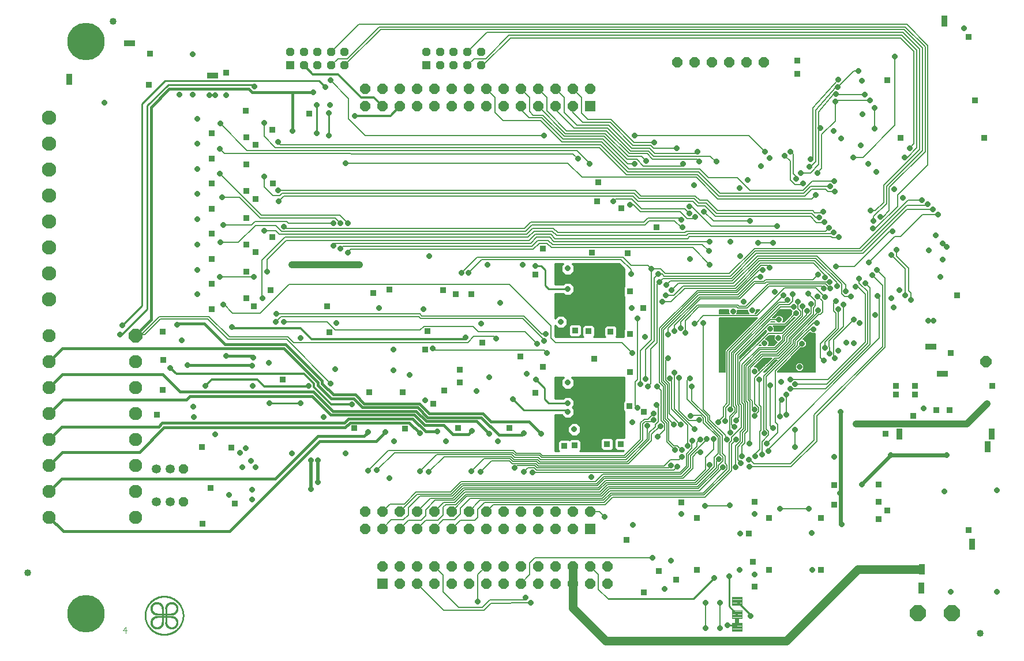
<source format=gbl>
G75*
%MOIN*%
%OFA0B0*%
%FSLAX25Y25*%
%IPPOS*%
%LPD*%
%AMOC8*
5,1,8,0,0,1.08239X$1,22.5*
%
%ADD10C,0.00400*%
%ADD11OC8,0.05906*%
%ADD12R,0.05906X0.05906*%
%ADD13C,0.01000*%
%ADD14C,0.00100*%
%ADD15C,0.04000*%
%ADD16OC8,0.07677*%
%ADD17C,0.07677*%
%ADD18OC8,0.09055*%
%ADD19C,0.00404*%
%ADD20C,0.00409*%
%ADD21OC8,0.05315*%
%ADD22C,0.05315*%
%ADD23OC8,0.06496*%
%ADD24R,0.04724X0.04724*%
%ADD25OC8,0.04724*%
%ADD26C,0.08268*%
%ADD27C,0.21654*%
%ADD28R,0.03175X0.03175*%
%ADD29OC8,0.03175*%
%ADD30C,0.00800*%
%ADD31C,0.04000*%
%ADD32C,0.01600*%
%ADD33C,0.00600*%
%ADD34C,0.02400*%
%ADD35C,0.02000*%
%ADD36C,0.01200*%
%ADD37C,0.05000*%
D10*
X0159308Y0052660D02*
X0161710Y0052660D01*
X0161109Y0050859D02*
X0161109Y0054462D01*
X0159308Y0052660D01*
D11*
X0299412Y0111295D03*
X0309412Y0111295D03*
X0319412Y0111295D03*
X0329412Y0111295D03*
X0339412Y0111295D03*
X0349412Y0111295D03*
X0359412Y0111295D03*
X0369412Y0111295D03*
X0379412Y0111295D03*
X0389412Y0111295D03*
X0399412Y0111295D03*
X0409412Y0111295D03*
X0419412Y0111295D03*
X0419412Y0121295D03*
X0429412Y0121295D03*
X0409412Y0121295D03*
X0399412Y0121295D03*
X0389412Y0121295D03*
X0379412Y0121295D03*
X0369412Y0121295D03*
X0359412Y0121295D03*
X0349412Y0121295D03*
X0339412Y0121295D03*
X0329412Y0121295D03*
X0319412Y0121295D03*
X0309412Y0121295D03*
X0299412Y0121295D03*
X0309333Y0089642D03*
X0319333Y0089642D03*
X0319333Y0079642D03*
X0329333Y0079642D03*
X0339333Y0079642D03*
X0339333Y0089642D03*
X0329333Y0089642D03*
X0349333Y0089642D03*
X0359333Y0089642D03*
X0369333Y0089642D03*
X0369333Y0079642D03*
X0359333Y0079642D03*
X0349333Y0079642D03*
X0379333Y0079642D03*
X0389333Y0079642D03*
X0389333Y0089642D03*
X0379333Y0089642D03*
X0399333Y0089642D03*
X0409333Y0089642D03*
X0409333Y0079642D03*
X0399333Y0079642D03*
X0419333Y0079642D03*
X0429333Y0079642D03*
X0439333Y0079642D03*
X0439333Y0089642D03*
X0429333Y0089642D03*
X0419333Y0089642D03*
X0419412Y0355390D03*
X0419412Y0365390D03*
X0429412Y0365390D03*
X0409412Y0365390D03*
X0399412Y0365390D03*
X0389412Y0365390D03*
X0379412Y0365390D03*
X0369412Y0365390D03*
X0359412Y0365390D03*
X0349412Y0365390D03*
X0339412Y0365390D03*
X0329412Y0365390D03*
X0319412Y0365390D03*
X0309412Y0365390D03*
X0299412Y0365390D03*
X0299412Y0355390D03*
X0309412Y0355390D03*
X0319412Y0355390D03*
X0329412Y0355390D03*
X0339412Y0355390D03*
X0349412Y0355390D03*
X0359412Y0355390D03*
X0369412Y0355390D03*
X0379412Y0355390D03*
X0389412Y0355390D03*
X0399412Y0355390D03*
X0409412Y0355390D03*
X0479688Y0380679D03*
X0489688Y0380679D03*
X0499688Y0380679D03*
X0509688Y0380679D03*
X0519688Y0380679D03*
X0529688Y0380679D03*
D12*
X0429412Y0355390D03*
X0429412Y0111295D03*
X0309333Y0079642D03*
D13*
X0409188Y0156179D02*
X0409188Y0177079D01*
X0413073Y0177079D01*
X0414910Y0175242D01*
X0417965Y0175242D01*
X0420125Y0177402D01*
X0420125Y0180456D01*
X0419152Y0181429D01*
X0420125Y0182402D01*
X0420125Y0185456D01*
X0417965Y0187617D01*
X0414910Y0187617D01*
X0413823Y0186529D01*
X0409188Y0186529D01*
X0409188Y0198679D01*
X0414223Y0198679D01*
X0412750Y0197206D01*
X0412750Y0194152D01*
X0414910Y0191992D01*
X0417965Y0191992D01*
X0420125Y0194152D01*
X0420125Y0197206D01*
X0418652Y0198679D01*
X0449188Y0198679D01*
X0449188Y0185324D01*
X0448500Y0184636D01*
X0448500Y0179722D01*
X0449188Y0179034D01*
X0449188Y0163917D01*
X0444730Y0163917D01*
X0443500Y0162686D01*
X0443500Y0157772D01*
X0444730Y0156542D01*
X0448706Y0156542D01*
X0448344Y0156179D01*
X0423332Y0156179D01*
X0424125Y0156972D01*
X0424125Y0161886D01*
X0422895Y0163117D01*
X0417980Y0163117D01*
X0417313Y0162449D01*
X0416895Y0162867D01*
X0411980Y0162867D01*
X0410750Y0161636D01*
X0410750Y0156722D01*
X0411293Y0156179D01*
X0409188Y0156179D01*
X0409188Y0156256D02*
X0411216Y0156256D01*
X0410750Y0157255D02*
X0409188Y0157255D01*
X0409188Y0158253D02*
X0410750Y0158253D01*
X0410750Y0159252D02*
X0409188Y0159252D01*
X0409188Y0160250D02*
X0410750Y0160250D01*
X0410750Y0161249D02*
X0409188Y0161249D01*
X0409188Y0162248D02*
X0411361Y0162248D01*
X0409188Y0163246D02*
X0436060Y0163246D01*
X0435500Y0162686D02*
X0436730Y0163917D01*
X0441645Y0163917D01*
X0442875Y0162686D01*
X0442875Y0157772D01*
X0441645Y0156542D01*
X0436730Y0156542D01*
X0435500Y0157772D01*
X0435500Y0162686D01*
X0435500Y0162248D02*
X0423764Y0162248D01*
X0424125Y0161249D02*
X0435500Y0161249D01*
X0435500Y0160250D02*
X0424125Y0160250D01*
X0424125Y0159252D02*
X0435500Y0159252D01*
X0435500Y0158253D02*
X0424125Y0158253D01*
X0424125Y0157255D02*
X0436017Y0157255D01*
X0442358Y0157255D02*
X0444017Y0157255D01*
X0443500Y0158253D02*
X0442875Y0158253D01*
X0442875Y0159252D02*
X0443500Y0159252D01*
X0443500Y0160250D02*
X0442875Y0160250D01*
X0442875Y0161249D02*
X0443500Y0161249D01*
X0443500Y0162248D02*
X0442875Y0162248D01*
X0442315Y0163246D02*
X0444060Y0163246D01*
X0449188Y0164245D02*
X0409188Y0164245D01*
X0409188Y0165243D02*
X0418409Y0165243D01*
X0418660Y0164992D02*
X0421715Y0164992D01*
X0423875Y0167152D01*
X0423875Y0170206D01*
X0421715Y0172367D01*
X0418660Y0172367D01*
X0416500Y0170206D01*
X0416500Y0167152D01*
X0418660Y0164992D01*
X0417410Y0166242D02*
X0409188Y0166242D01*
X0409188Y0167240D02*
X0416500Y0167240D01*
X0416500Y0168239D02*
X0409188Y0168239D01*
X0409188Y0169237D02*
X0416500Y0169237D01*
X0416529Y0170236D02*
X0409188Y0170236D01*
X0409188Y0171234D02*
X0417528Y0171234D01*
X0418526Y0172233D02*
X0409188Y0172233D01*
X0409188Y0173231D02*
X0449188Y0173231D01*
X0449188Y0172233D02*
X0421849Y0172233D01*
X0422847Y0171234D02*
X0449188Y0171234D01*
X0449188Y0170236D02*
X0423846Y0170236D01*
X0423875Y0169237D02*
X0449188Y0169237D01*
X0449188Y0168239D02*
X0423875Y0168239D01*
X0423875Y0167240D02*
X0449188Y0167240D01*
X0449188Y0166242D02*
X0422965Y0166242D01*
X0421966Y0165243D02*
X0449188Y0165243D01*
X0449188Y0174230D02*
X0409188Y0174230D01*
X0409188Y0175228D02*
X0449188Y0175228D01*
X0449188Y0176227D02*
X0418950Y0176227D01*
X0419948Y0177225D02*
X0449188Y0177225D01*
X0449188Y0178224D02*
X0420125Y0178224D01*
X0420125Y0179222D02*
X0449000Y0179222D01*
X0448500Y0180221D02*
X0420125Y0180221D01*
X0419362Y0181219D02*
X0448500Y0181219D01*
X0448500Y0182218D02*
X0419941Y0182218D01*
X0420125Y0183216D02*
X0448500Y0183216D01*
X0448500Y0184215D02*
X0420125Y0184215D01*
X0420125Y0185213D02*
X0449077Y0185213D01*
X0449188Y0186212D02*
X0419370Y0186212D01*
X0418371Y0187210D02*
X0449188Y0187210D01*
X0449188Y0188209D02*
X0409188Y0188209D01*
X0409188Y0189207D02*
X0449188Y0189207D01*
X0449188Y0190206D02*
X0409188Y0190206D01*
X0409188Y0191204D02*
X0449188Y0191204D01*
X0449188Y0192203D02*
X0418176Y0192203D01*
X0419175Y0193201D02*
X0449188Y0193201D01*
X0449188Y0194200D02*
X0420125Y0194200D01*
X0420125Y0195198D02*
X0449188Y0195198D01*
X0449188Y0196197D02*
X0420125Y0196197D01*
X0420125Y0197195D02*
X0449188Y0197195D01*
X0449188Y0198194D02*
X0419138Y0198194D01*
X0413738Y0198194D02*
X0409188Y0198194D01*
X0409188Y0197195D02*
X0412750Y0197195D01*
X0412750Y0196197D02*
X0409188Y0196197D01*
X0409188Y0195198D02*
X0412750Y0195198D01*
X0412750Y0194200D02*
X0409188Y0194200D01*
X0409188Y0193201D02*
X0413701Y0193201D01*
X0414699Y0192203D02*
X0409188Y0192203D01*
X0409188Y0187210D02*
X0414504Y0187210D01*
X0416438Y0183929D02*
X0405438Y0183929D01*
X0403188Y0186179D01*
X0403188Y0192429D01*
X0398188Y0197429D01*
X0384688Y0186179D02*
X0391188Y0179679D01*
X0415688Y0179679D01*
X0416438Y0178929D01*
X0413925Y0176227D02*
X0409188Y0176227D01*
X0423410Y0156256D02*
X0448421Y0156256D01*
X0448750Y0222179D02*
X0444332Y0222179D01*
X0444875Y0222722D01*
X0444875Y0227636D01*
X0443645Y0228867D01*
X0438730Y0228867D01*
X0437500Y0227636D01*
X0437500Y0222722D01*
X0438043Y0222179D01*
X0431332Y0222179D01*
X0432125Y0222972D01*
X0432125Y0227886D01*
X0430895Y0229117D01*
X0425980Y0229117D01*
X0424750Y0227886D01*
X0424750Y0222972D01*
X0425543Y0222179D01*
X0409523Y0222179D01*
X0409188Y0222515D01*
X0409188Y0228964D01*
X0410910Y0227242D01*
X0413965Y0227242D01*
X0416125Y0229402D01*
X0416125Y0232456D01*
X0413965Y0234617D01*
X0410910Y0234617D01*
X0409188Y0232894D01*
X0409188Y0247329D01*
X0413823Y0247329D01*
X0414910Y0246242D01*
X0417965Y0246242D01*
X0420125Y0248402D01*
X0420125Y0251456D01*
X0417965Y0253617D01*
X0414910Y0253617D01*
X0413823Y0252529D01*
X0409188Y0252529D01*
X0409188Y0264379D01*
X0413923Y0264379D01*
X0412750Y0263206D01*
X0412750Y0260152D01*
X0414910Y0257992D01*
X0417965Y0257992D01*
X0420125Y0260152D01*
X0420125Y0263206D01*
X0418952Y0264379D01*
X0446202Y0264379D01*
X0449188Y0261394D01*
X0449188Y0251324D01*
X0448750Y0250886D01*
X0448750Y0245972D01*
X0449188Y0245534D01*
X0449188Y0226574D01*
X0448750Y0226136D01*
X0448750Y0222179D01*
X0448750Y0223157D02*
X0444875Y0223157D01*
X0444875Y0224155D02*
X0448750Y0224155D01*
X0448750Y0225154D02*
X0444875Y0225154D01*
X0444875Y0226152D02*
X0448766Y0226152D01*
X0449188Y0227151D02*
X0444875Y0227151D01*
X0444362Y0228149D02*
X0449188Y0228149D01*
X0449188Y0229148D02*
X0423614Y0229148D01*
X0423145Y0229617D02*
X0418230Y0229617D01*
X0417000Y0228386D01*
X0417000Y0223472D01*
X0418230Y0222242D01*
X0423145Y0222242D01*
X0424375Y0223472D01*
X0424375Y0228386D01*
X0423145Y0229617D01*
X0424375Y0228149D02*
X0425013Y0228149D01*
X0424750Y0227151D02*
X0424375Y0227151D01*
X0424375Y0226152D02*
X0424750Y0226152D01*
X0424750Y0225154D02*
X0424375Y0225154D01*
X0424375Y0224155D02*
X0424750Y0224155D01*
X0424750Y0223157D02*
X0424060Y0223157D01*
X0417315Y0223157D02*
X0409188Y0223157D01*
X0409188Y0224155D02*
X0417000Y0224155D01*
X0417000Y0225154D02*
X0409188Y0225154D01*
X0409188Y0226152D02*
X0417000Y0226152D01*
X0417000Y0227151D02*
X0409188Y0227151D01*
X0409188Y0228149D02*
X0410003Y0228149D01*
X0414873Y0228149D02*
X0417000Y0228149D01*
X0417762Y0229148D02*
X0415871Y0229148D01*
X0416125Y0230146D02*
X0449188Y0230146D01*
X0449188Y0231145D02*
X0416125Y0231145D01*
X0416125Y0232143D02*
X0449188Y0232143D01*
X0449188Y0233142D02*
X0415440Y0233142D01*
X0414441Y0234140D02*
X0449188Y0234140D01*
X0449188Y0235139D02*
X0409188Y0235139D01*
X0409188Y0236137D02*
X0449188Y0236137D01*
X0449188Y0237136D02*
X0409188Y0237136D01*
X0409188Y0238134D02*
X0449188Y0238134D01*
X0449188Y0239133D02*
X0409188Y0239133D01*
X0409188Y0240131D02*
X0449188Y0240131D01*
X0449188Y0241130D02*
X0409188Y0241130D01*
X0409188Y0242128D02*
X0449188Y0242128D01*
X0449188Y0243127D02*
X0409188Y0243127D01*
X0409188Y0244125D02*
X0449188Y0244125D01*
X0449188Y0245124D02*
X0409188Y0245124D01*
X0409188Y0246122D02*
X0448750Y0246122D01*
X0448750Y0247121D02*
X0418844Y0247121D01*
X0419843Y0248119D02*
X0448750Y0248119D01*
X0448750Y0249118D02*
X0420125Y0249118D01*
X0420125Y0250117D02*
X0448750Y0250117D01*
X0448979Y0251115D02*
X0420125Y0251115D01*
X0419468Y0252114D02*
X0449188Y0252114D01*
X0449188Y0253112D02*
X0418470Y0253112D01*
X0416438Y0249929D02*
X0405438Y0249929D01*
X0403438Y0251929D01*
X0403438Y0260929D01*
X0401188Y0263179D01*
X0397688Y0263179D01*
X0409188Y0263097D02*
X0412750Y0263097D01*
X0412750Y0262099D02*
X0409188Y0262099D01*
X0409188Y0261100D02*
X0412750Y0261100D01*
X0412800Y0260102D02*
X0409188Y0260102D01*
X0409188Y0259103D02*
X0413799Y0259103D01*
X0414797Y0258105D02*
X0409188Y0258105D01*
X0409188Y0257106D02*
X0449188Y0257106D01*
X0449188Y0256108D02*
X0409188Y0256108D01*
X0409188Y0255109D02*
X0449188Y0255109D01*
X0449188Y0254111D02*
X0409188Y0254111D01*
X0409188Y0253112D02*
X0414406Y0253112D01*
X0414031Y0247121D02*
X0409188Y0247121D01*
X0418078Y0258105D02*
X0449188Y0258105D01*
X0449188Y0259103D02*
X0419076Y0259103D01*
X0420075Y0260102D02*
X0449188Y0260102D01*
X0449188Y0261100D02*
X0420125Y0261100D01*
X0420125Y0262099D02*
X0448483Y0262099D01*
X0447484Y0263097D02*
X0420125Y0263097D01*
X0419236Y0264096D02*
X0446486Y0264096D01*
X0413639Y0264096D02*
X0409188Y0264096D01*
X0409188Y0234140D02*
X0410434Y0234140D01*
X0409436Y0233142D02*
X0409188Y0233142D01*
X0431862Y0228149D02*
X0438013Y0228149D01*
X0437500Y0227151D02*
X0432125Y0227151D01*
X0432125Y0226152D02*
X0437500Y0226152D01*
X0437500Y0225154D02*
X0432125Y0225154D01*
X0432125Y0224155D02*
X0437500Y0224155D01*
X0437500Y0223157D02*
X0432125Y0223157D01*
X0262188Y0183679D02*
X0243938Y0183679D01*
X0173438Y0238179D02*
X0158688Y0223429D01*
X0157688Y0223429D01*
X0158938Y0228679D02*
X0170438Y0240179D01*
X0170438Y0356929D01*
X0183738Y0370229D01*
X0272788Y0370229D01*
X0276538Y0366479D01*
X0271488Y0356229D02*
X0271488Y0339979D01*
X0278588Y0338529D02*
X0278588Y0351629D01*
X0235588Y0366829D02*
X0234538Y0367879D01*
X0185638Y0367879D01*
X0173438Y0355679D01*
X0173438Y0238179D01*
X0182336Y0065078D02*
X0182336Y0057204D01*
X0184305Y0057204D02*
X0184305Y0065078D01*
X0172321Y0061141D02*
X0172324Y0061411D01*
X0172334Y0061681D01*
X0172351Y0061950D01*
X0172374Y0062219D01*
X0172404Y0062488D01*
X0172440Y0062755D01*
X0172483Y0063022D01*
X0172532Y0063287D01*
X0172588Y0063551D01*
X0172651Y0063814D01*
X0172719Y0064075D01*
X0172795Y0064334D01*
X0172876Y0064591D01*
X0172964Y0064847D01*
X0173058Y0065100D01*
X0173158Y0065351D01*
X0173265Y0065599D01*
X0173377Y0065844D01*
X0173496Y0066087D01*
X0173620Y0066326D01*
X0173750Y0066563D01*
X0173886Y0066796D01*
X0174028Y0067026D01*
X0174175Y0067252D01*
X0174328Y0067475D01*
X0174486Y0067694D01*
X0174649Y0067909D01*
X0174818Y0068119D01*
X0174992Y0068326D01*
X0175171Y0068528D01*
X0175354Y0068726D01*
X0175543Y0068919D01*
X0175736Y0069108D01*
X0175934Y0069291D01*
X0176136Y0069470D01*
X0176343Y0069644D01*
X0176553Y0069813D01*
X0176768Y0069976D01*
X0176987Y0070134D01*
X0177210Y0070287D01*
X0177436Y0070434D01*
X0177666Y0070576D01*
X0177899Y0070712D01*
X0178136Y0070842D01*
X0178375Y0070966D01*
X0178618Y0071085D01*
X0178863Y0071197D01*
X0179111Y0071304D01*
X0179362Y0071404D01*
X0179615Y0071498D01*
X0179871Y0071586D01*
X0180128Y0071667D01*
X0180387Y0071743D01*
X0180648Y0071811D01*
X0180911Y0071874D01*
X0181175Y0071930D01*
X0181440Y0071979D01*
X0181707Y0072022D01*
X0181974Y0072058D01*
X0182243Y0072088D01*
X0182512Y0072111D01*
X0182781Y0072128D01*
X0183051Y0072138D01*
X0183321Y0072141D01*
X0183591Y0072138D01*
X0183861Y0072128D01*
X0184130Y0072111D01*
X0184399Y0072088D01*
X0184668Y0072058D01*
X0184935Y0072022D01*
X0185202Y0071979D01*
X0185467Y0071930D01*
X0185731Y0071874D01*
X0185994Y0071811D01*
X0186255Y0071743D01*
X0186514Y0071667D01*
X0186771Y0071586D01*
X0187027Y0071498D01*
X0187280Y0071404D01*
X0187531Y0071304D01*
X0187779Y0071197D01*
X0188024Y0071085D01*
X0188267Y0070966D01*
X0188506Y0070842D01*
X0188743Y0070712D01*
X0188976Y0070576D01*
X0189206Y0070434D01*
X0189432Y0070287D01*
X0189655Y0070134D01*
X0189874Y0069976D01*
X0190089Y0069813D01*
X0190299Y0069644D01*
X0190506Y0069470D01*
X0190708Y0069291D01*
X0190906Y0069108D01*
X0191099Y0068919D01*
X0191288Y0068726D01*
X0191471Y0068528D01*
X0191650Y0068326D01*
X0191824Y0068119D01*
X0191993Y0067909D01*
X0192156Y0067694D01*
X0192314Y0067475D01*
X0192467Y0067252D01*
X0192614Y0067026D01*
X0192756Y0066796D01*
X0192892Y0066563D01*
X0193022Y0066326D01*
X0193146Y0066087D01*
X0193265Y0065844D01*
X0193377Y0065599D01*
X0193484Y0065351D01*
X0193584Y0065100D01*
X0193678Y0064847D01*
X0193766Y0064591D01*
X0193847Y0064334D01*
X0193923Y0064075D01*
X0193991Y0063814D01*
X0194054Y0063551D01*
X0194110Y0063287D01*
X0194159Y0063022D01*
X0194202Y0062755D01*
X0194238Y0062488D01*
X0194268Y0062219D01*
X0194291Y0061950D01*
X0194308Y0061681D01*
X0194318Y0061411D01*
X0194321Y0061141D01*
X0194318Y0060871D01*
X0194308Y0060601D01*
X0194291Y0060332D01*
X0194268Y0060063D01*
X0194238Y0059794D01*
X0194202Y0059527D01*
X0194159Y0059260D01*
X0194110Y0058995D01*
X0194054Y0058731D01*
X0193991Y0058468D01*
X0193923Y0058207D01*
X0193847Y0057948D01*
X0193766Y0057691D01*
X0193678Y0057435D01*
X0193584Y0057182D01*
X0193484Y0056931D01*
X0193377Y0056683D01*
X0193265Y0056438D01*
X0193146Y0056195D01*
X0193022Y0055956D01*
X0192892Y0055719D01*
X0192756Y0055486D01*
X0192614Y0055256D01*
X0192467Y0055030D01*
X0192314Y0054807D01*
X0192156Y0054588D01*
X0191993Y0054373D01*
X0191824Y0054163D01*
X0191650Y0053956D01*
X0191471Y0053754D01*
X0191288Y0053556D01*
X0191099Y0053363D01*
X0190906Y0053174D01*
X0190708Y0052991D01*
X0190506Y0052812D01*
X0190299Y0052638D01*
X0190089Y0052469D01*
X0189874Y0052306D01*
X0189655Y0052148D01*
X0189432Y0051995D01*
X0189206Y0051848D01*
X0188976Y0051706D01*
X0188743Y0051570D01*
X0188506Y0051440D01*
X0188267Y0051316D01*
X0188024Y0051197D01*
X0187779Y0051085D01*
X0187531Y0050978D01*
X0187280Y0050878D01*
X0187027Y0050784D01*
X0186771Y0050696D01*
X0186514Y0050615D01*
X0186255Y0050539D01*
X0185994Y0050471D01*
X0185731Y0050408D01*
X0185467Y0050352D01*
X0185202Y0050303D01*
X0184935Y0050260D01*
X0184668Y0050224D01*
X0184399Y0050194D01*
X0184130Y0050171D01*
X0183861Y0050154D01*
X0183591Y0050144D01*
X0183321Y0050141D01*
X0183051Y0050144D01*
X0182781Y0050154D01*
X0182512Y0050171D01*
X0182243Y0050194D01*
X0181974Y0050224D01*
X0181707Y0050260D01*
X0181440Y0050303D01*
X0181175Y0050352D01*
X0180911Y0050408D01*
X0180648Y0050471D01*
X0180387Y0050539D01*
X0180128Y0050615D01*
X0179871Y0050696D01*
X0179615Y0050784D01*
X0179362Y0050878D01*
X0179111Y0050978D01*
X0178863Y0051085D01*
X0178618Y0051197D01*
X0178375Y0051316D01*
X0178136Y0051440D01*
X0177899Y0051570D01*
X0177666Y0051706D01*
X0177436Y0051848D01*
X0177210Y0051995D01*
X0176987Y0052148D01*
X0176768Y0052306D01*
X0176553Y0052469D01*
X0176343Y0052638D01*
X0176136Y0052812D01*
X0175934Y0052991D01*
X0175736Y0053174D01*
X0175543Y0053363D01*
X0175354Y0053556D01*
X0175171Y0053754D01*
X0174992Y0053956D01*
X0174818Y0054163D01*
X0174649Y0054373D01*
X0174486Y0054588D01*
X0174328Y0054807D01*
X0174175Y0055030D01*
X0174028Y0055256D01*
X0173886Y0055486D01*
X0173750Y0055719D01*
X0173620Y0055956D01*
X0173496Y0056195D01*
X0173377Y0056438D01*
X0173265Y0056683D01*
X0173158Y0056931D01*
X0173058Y0057182D01*
X0172964Y0057435D01*
X0172876Y0057691D01*
X0172795Y0057948D01*
X0172719Y0058207D01*
X0172651Y0058468D01*
X0172588Y0058731D01*
X0172532Y0058995D01*
X0172483Y0059260D01*
X0172440Y0059527D01*
X0172404Y0059794D01*
X0172374Y0060063D01*
X0172351Y0060332D01*
X0172334Y0060601D01*
X0172324Y0060871D01*
X0172321Y0061141D01*
X0179187Y0061928D02*
X0187455Y0061928D01*
X0187455Y0060353D02*
X0179187Y0060353D01*
X0439688Y0070679D02*
X0488938Y0070679D01*
X0500938Y0082679D01*
X0509688Y0083929D02*
X0509688Y0066429D01*
X0514188Y0061929D01*
X0513207Y0055429D02*
X0508688Y0055429D01*
X0513207Y0055429D02*
X0514188Y0054449D01*
X0521938Y0060679D02*
X0521938Y0061659D01*
X0514188Y0069409D01*
D14*
X0515188Y0059919D02*
X0513188Y0059919D01*
X0513188Y0056419D01*
X0515188Y0056419D01*
X0515188Y0059919D01*
X0515188Y0059836D02*
X0513188Y0059836D01*
X0513188Y0059737D02*
X0515188Y0059737D01*
X0515188Y0059639D02*
X0513188Y0059639D01*
X0513188Y0059540D02*
X0515188Y0059540D01*
X0515188Y0059442D02*
X0513188Y0059442D01*
X0513188Y0059343D02*
X0515188Y0059343D01*
X0515188Y0059245D02*
X0513188Y0059245D01*
X0513188Y0059146D02*
X0515188Y0059146D01*
X0515188Y0059048D02*
X0513188Y0059048D01*
X0513188Y0058949D02*
X0515188Y0058949D01*
X0515188Y0058851D02*
X0513188Y0058851D01*
X0513188Y0058752D02*
X0515188Y0058752D01*
X0515188Y0058654D02*
X0513188Y0058654D01*
X0513188Y0058555D02*
X0515188Y0058555D01*
X0515188Y0058457D02*
X0513188Y0058457D01*
X0513188Y0058358D02*
X0515188Y0058358D01*
X0515188Y0058260D02*
X0513188Y0058260D01*
X0513188Y0058161D02*
X0515188Y0058161D01*
X0515188Y0058063D02*
X0513188Y0058063D01*
X0513188Y0057964D02*
X0515188Y0057964D01*
X0515188Y0057866D02*
X0513188Y0057866D01*
X0513188Y0057767D02*
X0515188Y0057767D01*
X0515188Y0057669D02*
X0513188Y0057669D01*
X0513188Y0057570D02*
X0515188Y0057570D01*
X0515188Y0057472D02*
X0513188Y0057472D01*
X0513188Y0057373D02*
X0515188Y0057373D01*
X0515188Y0057275D02*
X0513188Y0057275D01*
X0513188Y0057176D02*
X0515188Y0057176D01*
X0515188Y0057078D02*
X0513188Y0057078D01*
X0513188Y0056979D02*
X0515188Y0056979D01*
X0515188Y0056881D02*
X0513188Y0056881D01*
X0513188Y0056782D02*
X0515188Y0056782D01*
X0515188Y0056684D02*
X0513188Y0056684D01*
X0513188Y0056585D02*
X0515188Y0056585D01*
X0515188Y0056486D02*
X0513188Y0056486D01*
X0183854Y0057167D02*
X0184754Y0057139D01*
X0184753Y0057140D02*
X0184754Y0057035D01*
X0184759Y0056929D01*
X0184767Y0056824D01*
X0184780Y0056720D01*
X0184796Y0056616D01*
X0184816Y0056513D01*
X0184841Y0056410D01*
X0184869Y0056309D01*
X0184900Y0056208D01*
X0184936Y0056109D01*
X0184975Y0056012D01*
X0185018Y0055916D01*
X0185065Y0055821D01*
X0185115Y0055729D01*
X0185168Y0055638D01*
X0185225Y0055549D01*
X0185285Y0055463D01*
X0185348Y0055379D01*
X0185415Y0055297D01*
X0185484Y0055218D01*
X0185557Y0055142D01*
X0185632Y0055068D01*
X0185710Y0054997D01*
X0185790Y0054929D01*
X0185873Y0054865D01*
X0185959Y0054803D01*
X0186047Y0054745D01*
X0186136Y0054690D01*
X0186228Y0054638D01*
X0186322Y0054590D01*
X0186417Y0054546D01*
X0186514Y0054505D01*
X0186613Y0054468D01*
X0186712Y0054434D01*
X0186813Y0054404D01*
X0186915Y0054379D01*
X0187018Y0054357D01*
X0187122Y0054338D01*
X0187226Y0054324D01*
X0187331Y0054314D01*
X0187436Y0054307D01*
X0187541Y0054305D01*
X0187647Y0054307D01*
X0187752Y0054312D01*
X0187857Y0054322D01*
X0187961Y0054335D01*
X0188065Y0054352D01*
X0188168Y0054373D01*
X0188270Y0054398D01*
X0188371Y0054427D01*
X0188472Y0054460D01*
X0188570Y0054496D01*
X0188668Y0054536D01*
X0188763Y0054580D01*
X0188857Y0054627D01*
X0188950Y0054678D01*
X0189040Y0054732D01*
X0189128Y0054790D01*
X0189214Y0054851D01*
X0189297Y0054915D01*
X0189379Y0054982D01*
X0189457Y0055052D01*
X0189533Y0055125D01*
X0189606Y0055201D01*
X0189676Y0055279D01*
X0189743Y0055361D01*
X0189807Y0055444D01*
X0189868Y0055530D01*
X0189926Y0055618D01*
X0189980Y0055708D01*
X0190031Y0055801D01*
X0190078Y0055895D01*
X0190122Y0055990D01*
X0190162Y0056088D01*
X0190198Y0056186D01*
X0190231Y0056287D01*
X0190260Y0056388D01*
X0190285Y0056490D01*
X0190306Y0056593D01*
X0190323Y0056697D01*
X0190336Y0056801D01*
X0190346Y0056906D01*
X0190351Y0057011D01*
X0190353Y0057117D01*
X0190351Y0057222D01*
X0190344Y0057327D01*
X0190334Y0057432D01*
X0190320Y0057536D01*
X0190301Y0057640D01*
X0190279Y0057743D01*
X0190254Y0057845D01*
X0190224Y0057946D01*
X0190190Y0058045D01*
X0190153Y0058144D01*
X0190112Y0058241D01*
X0190068Y0058336D01*
X0190020Y0058430D01*
X0189968Y0058522D01*
X0189913Y0058611D01*
X0189855Y0058699D01*
X0189793Y0058785D01*
X0189729Y0058868D01*
X0189661Y0058948D01*
X0189590Y0059026D01*
X0189516Y0059101D01*
X0189440Y0059174D01*
X0189361Y0059243D01*
X0189279Y0059310D01*
X0189195Y0059373D01*
X0189109Y0059433D01*
X0189020Y0059490D01*
X0188929Y0059543D01*
X0188837Y0059593D01*
X0188742Y0059640D01*
X0188646Y0059683D01*
X0188549Y0059722D01*
X0188450Y0059758D01*
X0188349Y0059789D01*
X0188248Y0059817D01*
X0188145Y0059842D01*
X0188042Y0059862D01*
X0187938Y0059878D01*
X0187834Y0059891D01*
X0187729Y0059899D01*
X0187623Y0059904D01*
X0187518Y0059905D01*
X0187491Y0060804D01*
X0187611Y0060805D01*
X0187731Y0060801D01*
X0187851Y0060793D01*
X0187971Y0060781D01*
X0188090Y0060766D01*
X0188209Y0060746D01*
X0188327Y0060723D01*
X0188444Y0060696D01*
X0188561Y0060665D01*
X0188676Y0060631D01*
X0188790Y0060592D01*
X0188902Y0060550D01*
X0189014Y0060505D01*
X0189123Y0060455D01*
X0189231Y0060402D01*
X0189338Y0060346D01*
X0189442Y0060286D01*
X0189544Y0060223D01*
X0189645Y0060157D01*
X0189743Y0060087D01*
X0189839Y0060015D01*
X0189932Y0059939D01*
X0190023Y0059860D01*
X0190111Y0059778D01*
X0190197Y0059694D01*
X0190279Y0059606D01*
X0190359Y0059517D01*
X0190436Y0059424D01*
X0190510Y0059329D01*
X0190581Y0059232D01*
X0190648Y0059132D01*
X0190712Y0059031D01*
X0190773Y0058927D01*
X0190831Y0058821D01*
X0190885Y0058714D01*
X0190935Y0058605D01*
X0190982Y0058494D01*
X0191026Y0058382D01*
X0191065Y0058268D01*
X0191101Y0058153D01*
X0191134Y0058038D01*
X0191162Y0057921D01*
X0191187Y0057803D01*
X0191207Y0057685D01*
X0191224Y0057565D01*
X0191237Y0057446D01*
X0191246Y0057326D01*
X0191252Y0057206D01*
X0191253Y0057086D01*
X0191250Y0056965D01*
X0191244Y0056845D01*
X0191233Y0056725D01*
X0191219Y0056606D01*
X0191201Y0056487D01*
X0191179Y0056369D01*
X0191153Y0056251D01*
X0191124Y0056135D01*
X0191090Y0056019D01*
X0191053Y0055905D01*
X0191012Y0055792D01*
X0190968Y0055680D01*
X0190920Y0055570D01*
X0190868Y0055461D01*
X0190813Y0055354D01*
X0190754Y0055249D01*
X0190692Y0055146D01*
X0190627Y0055045D01*
X0190558Y0054947D01*
X0190486Y0054850D01*
X0190412Y0054756D01*
X0190334Y0054664D01*
X0190253Y0054575D01*
X0190169Y0054489D01*
X0190083Y0054405D01*
X0189994Y0054324D01*
X0189902Y0054246D01*
X0189808Y0054172D01*
X0189711Y0054100D01*
X0189613Y0054031D01*
X0189512Y0053966D01*
X0189409Y0053904D01*
X0189304Y0053845D01*
X0189197Y0053790D01*
X0189088Y0053738D01*
X0188978Y0053690D01*
X0188866Y0053646D01*
X0188753Y0053605D01*
X0188639Y0053568D01*
X0188523Y0053534D01*
X0188407Y0053505D01*
X0188289Y0053479D01*
X0188171Y0053457D01*
X0188052Y0053439D01*
X0187933Y0053425D01*
X0187813Y0053414D01*
X0187693Y0053408D01*
X0187572Y0053405D01*
X0187452Y0053406D01*
X0187332Y0053412D01*
X0187212Y0053421D01*
X0187093Y0053434D01*
X0186973Y0053451D01*
X0186855Y0053471D01*
X0186737Y0053496D01*
X0186620Y0053524D01*
X0186505Y0053557D01*
X0186390Y0053593D01*
X0186276Y0053632D01*
X0186164Y0053676D01*
X0186053Y0053723D01*
X0185944Y0053773D01*
X0185837Y0053827D01*
X0185731Y0053885D01*
X0185627Y0053946D01*
X0185526Y0054010D01*
X0185426Y0054077D01*
X0185329Y0054148D01*
X0185234Y0054222D01*
X0185141Y0054299D01*
X0185052Y0054379D01*
X0184964Y0054461D01*
X0184880Y0054547D01*
X0184798Y0054635D01*
X0184719Y0054726D01*
X0184643Y0054819D01*
X0184571Y0054915D01*
X0184501Y0055013D01*
X0184435Y0055114D01*
X0184372Y0055216D01*
X0184312Y0055320D01*
X0184256Y0055427D01*
X0184203Y0055535D01*
X0184153Y0055644D01*
X0184108Y0055756D01*
X0184066Y0055868D01*
X0184027Y0055982D01*
X0183993Y0056097D01*
X0183962Y0056214D01*
X0183935Y0056331D01*
X0183912Y0056449D01*
X0183892Y0056568D01*
X0183877Y0056687D01*
X0183865Y0056807D01*
X0183857Y0056927D01*
X0183853Y0057047D01*
X0183854Y0057167D01*
X0183947Y0057164D01*
X0183948Y0057045D01*
X0183951Y0056925D01*
X0183959Y0056806D01*
X0183971Y0056687D01*
X0183987Y0056568D01*
X0184007Y0056450D01*
X0184031Y0056333D01*
X0184058Y0056216D01*
X0184090Y0056101D01*
X0184125Y0055986D01*
X0184164Y0055873D01*
X0184207Y0055762D01*
X0184253Y0055651D01*
X0184303Y0055543D01*
X0184357Y0055436D01*
X0184414Y0055330D01*
X0184474Y0055227D01*
X0184538Y0055126D01*
X0184606Y0055027D01*
X0184676Y0054931D01*
X0184750Y0054836D01*
X0184827Y0054745D01*
X0184907Y0054655D01*
X0184989Y0054569D01*
X0185075Y0054485D01*
X0185163Y0054405D01*
X0185254Y0054327D01*
X0185348Y0054252D01*
X0185443Y0054180D01*
X0185542Y0054112D01*
X0185642Y0054047D01*
X0185745Y0053985D01*
X0185849Y0053927D01*
X0185955Y0053872D01*
X0186064Y0053821D01*
X0186173Y0053773D01*
X0186285Y0053729D01*
X0186397Y0053689D01*
X0186511Y0053653D01*
X0186626Y0053620D01*
X0186743Y0053591D01*
X0186860Y0053566D01*
X0186977Y0053545D01*
X0187096Y0053528D01*
X0187215Y0053515D01*
X0187334Y0053506D01*
X0187453Y0053500D01*
X0187573Y0053499D01*
X0187693Y0053502D01*
X0187812Y0053508D01*
X0187931Y0053519D01*
X0188050Y0053533D01*
X0188168Y0053552D01*
X0188286Y0053574D01*
X0188403Y0053601D01*
X0188518Y0053631D01*
X0188633Y0053665D01*
X0188747Y0053702D01*
X0188859Y0053744D01*
X0188970Y0053789D01*
X0189079Y0053838D01*
X0189187Y0053890D01*
X0189292Y0053946D01*
X0189396Y0054006D01*
X0189498Y0054069D01*
X0189598Y0054135D01*
X0189695Y0054204D01*
X0189790Y0054277D01*
X0189883Y0054353D01*
X0189973Y0054431D01*
X0190060Y0054513D01*
X0190145Y0054598D01*
X0190227Y0054685D01*
X0190305Y0054775D01*
X0190381Y0054868D01*
X0190454Y0054963D01*
X0190523Y0055060D01*
X0190589Y0055160D01*
X0190652Y0055262D01*
X0190712Y0055366D01*
X0190768Y0055471D01*
X0190820Y0055579D01*
X0190869Y0055688D01*
X0190914Y0055799D01*
X0190956Y0055911D01*
X0190993Y0056025D01*
X0191027Y0056140D01*
X0191057Y0056255D01*
X0191084Y0056372D01*
X0191106Y0056490D01*
X0191125Y0056608D01*
X0191139Y0056727D01*
X0191150Y0056846D01*
X0191156Y0056965D01*
X0191159Y0057085D01*
X0191158Y0057205D01*
X0191152Y0057324D01*
X0191143Y0057443D01*
X0191130Y0057562D01*
X0191113Y0057681D01*
X0191092Y0057798D01*
X0191067Y0057915D01*
X0191038Y0058032D01*
X0191005Y0058147D01*
X0190969Y0058261D01*
X0190929Y0058373D01*
X0190885Y0058485D01*
X0190837Y0058594D01*
X0190786Y0058703D01*
X0190731Y0058809D01*
X0190673Y0058913D01*
X0190611Y0059016D01*
X0190546Y0059116D01*
X0190478Y0059215D01*
X0190406Y0059310D01*
X0190331Y0059404D01*
X0190253Y0059495D01*
X0190173Y0059583D01*
X0190089Y0059669D01*
X0190003Y0059751D01*
X0189913Y0059831D01*
X0189822Y0059908D01*
X0189727Y0059982D01*
X0189631Y0060052D01*
X0189532Y0060120D01*
X0189431Y0060184D01*
X0189328Y0060244D01*
X0189222Y0060301D01*
X0189115Y0060355D01*
X0189007Y0060405D01*
X0188896Y0060451D01*
X0188785Y0060494D01*
X0188672Y0060533D01*
X0188557Y0060568D01*
X0188442Y0060600D01*
X0188325Y0060627D01*
X0188208Y0060651D01*
X0188090Y0060671D01*
X0187971Y0060687D01*
X0187852Y0060699D01*
X0187733Y0060707D01*
X0187613Y0060710D01*
X0187494Y0060711D01*
X0187497Y0060617D01*
X0187614Y0060616D01*
X0187731Y0060612D01*
X0187848Y0060605D01*
X0187965Y0060593D01*
X0188081Y0060577D01*
X0188197Y0060557D01*
X0188312Y0060534D01*
X0188426Y0060507D01*
X0188539Y0060476D01*
X0188651Y0060441D01*
X0188762Y0060402D01*
X0188872Y0060360D01*
X0188980Y0060314D01*
X0189086Y0060265D01*
X0189191Y0060212D01*
X0189294Y0060155D01*
X0189395Y0060095D01*
X0189493Y0060032D01*
X0189590Y0059966D01*
X0189685Y0059896D01*
X0189777Y0059823D01*
X0189866Y0059748D01*
X0189953Y0059669D01*
X0190037Y0059587D01*
X0190119Y0059503D01*
X0190198Y0059416D01*
X0190273Y0059326D01*
X0190346Y0059234D01*
X0190416Y0059140D01*
X0190482Y0059043D01*
X0190545Y0058944D01*
X0190605Y0058843D01*
X0190661Y0058740D01*
X0190714Y0058635D01*
X0190763Y0058529D01*
X0190809Y0058421D01*
X0190851Y0058311D01*
X0190890Y0058200D01*
X0190925Y0058088D01*
X0190955Y0057975D01*
X0190983Y0057861D01*
X0191006Y0057746D01*
X0191025Y0057630D01*
X0191041Y0057514D01*
X0191053Y0057397D01*
X0191061Y0057280D01*
X0191065Y0057163D01*
X0191064Y0057046D01*
X0191061Y0056928D01*
X0191053Y0056811D01*
X0191041Y0056694D01*
X0191025Y0056578D01*
X0191006Y0056462D01*
X0190982Y0056348D01*
X0190955Y0056233D01*
X0190924Y0056120D01*
X0190889Y0056008D01*
X0190851Y0055897D01*
X0190809Y0055788D01*
X0190763Y0055680D01*
X0190713Y0055573D01*
X0190660Y0055469D01*
X0190604Y0055366D01*
X0190544Y0055265D01*
X0190481Y0055166D01*
X0190415Y0055069D01*
X0190345Y0054975D01*
X0190272Y0054883D01*
X0190197Y0054793D01*
X0190118Y0054706D01*
X0190036Y0054622D01*
X0189952Y0054540D01*
X0189865Y0054461D01*
X0189775Y0054386D01*
X0189683Y0054313D01*
X0189589Y0054243D01*
X0189492Y0054177D01*
X0189393Y0054114D01*
X0189292Y0054054D01*
X0189189Y0053998D01*
X0189085Y0053945D01*
X0188978Y0053895D01*
X0188870Y0053849D01*
X0188761Y0053807D01*
X0188650Y0053769D01*
X0188538Y0053734D01*
X0188425Y0053703D01*
X0188310Y0053676D01*
X0188196Y0053652D01*
X0188080Y0053633D01*
X0187964Y0053617D01*
X0187847Y0053605D01*
X0187730Y0053597D01*
X0187612Y0053594D01*
X0187495Y0053593D01*
X0187378Y0053597D01*
X0187261Y0053605D01*
X0187144Y0053617D01*
X0187028Y0053633D01*
X0186912Y0053652D01*
X0186797Y0053675D01*
X0186683Y0053703D01*
X0186570Y0053733D01*
X0186458Y0053768D01*
X0186347Y0053807D01*
X0186237Y0053849D01*
X0186129Y0053895D01*
X0186023Y0053944D01*
X0185918Y0053997D01*
X0185815Y0054053D01*
X0185714Y0054113D01*
X0185615Y0054176D01*
X0185518Y0054242D01*
X0185424Y0054312D01*
X0185332Y0054385D01*
X0185242Y0054460D01*
X0185155Y0054539D01*
X0185071Y0054621D01*
X0184989Y0054705D01*
X0184910Y0054792D01*
X0184835Y0054881D01*
X0184762Y0054973D01*
X0184692Y0055068D01*
X0184626Y0055165D01*
X0184563Y0055263D01*
X0184503Y0055364D01*
X0184446Y0055467D01*
X0184393Y0055572D01*
X0184344Y0055678D01*
X0184298Y0055786D01*
X0184256Y0055896D01*
X0184217Y0056007D01*
X0184182Y0056119D01*
X0184151Y0056232D01*
X0184124Y0056346D01*
X0184101Y0056461D01*
X0184081Y0056577D01*
X0184065Y0056693D01*
X0184053Y0056810D01*
X0184046Y0056927D01*
X0184042Y0057044D01*
X0184041Y0057161D01*
X0184135Y0057159D01*
X0184136Y0057042D01*
X0184140Y0056925D01*
X0184148Y0056809D01*
X0184160Y0056693D01*
X0184176Y0056577D01*
X0184196Y0056462D01*
X0184220Y0056348D01*
X0184248Y0056235D01*
X0184279Y0056123D01*
X0184315Y0056012D01*
X0184354Y0055902D01*
X0184397Y0055793D01*
X0184443Y0055686D01*
X0184494Y0055581D01*
X0184547Y0055478D01*
X0184605Y0055376D01*
X0184665Y0055276D01*
X0184729Y0055179D01*
X0184797Y0055084D01*
X0184867Y0054991D01*
X0184941Y0054900D01*
X0185018Y0054813D01*
X0185097Y0054727D01*
X0185180Y0054645D01*
X0185265Y0054565D01*
X0185353Y0054489D01*
X0185444Y0054415D01*
X0185537Y0054345D01*
X0185632Y0054278D01*
X0185730Y0054214D01*
X0185829Y0054153D01*
X0185931Y0054096D01*
X0186035Y0054043D01*
X0186140Y0053993D01*
X0186247Y0053946D01*
X0186356Y0053904D01*
X0186466Y0053865D01*
X0186577Y0053829D01*
X0186689Y0053798D01*
X0186803Y0053770D01*
X0186917Y0053747D01*
X0187032Y0053727D01*
X0187147Y0053711D01*
X0187263Y0053699D01*
X0187380Y0053691D01*
X0187496Y0053687D01*
X0187613Y0053688D01*
X0187729Y0053692D01*
X0187846Y0053700D01*
X0187962Y0053712D01*
X0188077Y0053727D01*
X0188192Y0053747D01*
X0188307Y0053771D01*
X0188420Y0053799D01*
X0188532Y0053830D01*
X0188643Y0053866D01*
X0188753Y0053905D01*
X0188862Y0053947D01*
X0188969Y0053994D01*
X0189074Y0054044D01*
X0189178Y0054098D01*
X0189279Y0054155D01*
X0189379Y0054216D01*
X0189476Y0054280D01*
X0189572Y0054347D01*
X0189665Y0054417D01*
X0189755Y0054491D01*
X0189843Y0054568D01*
X0189928Y0054647D01*
X0190011Y0054730D01*
X0190090Y0054815D01*
X0190167Y0054903D01*
X0190241Y0054993D01*
X0190311Y0055086D01*
X0190378Y0055182D01*
X0190442Y0055279D01*
X0190503Y0055379D01*
X0190560Y0055480D01*
X0190614Y0055584D01*
X0190664Y0055689D01*
X0190711Y0055796D01*
X0190753Y0055905D01*
X0190792Y0056015D01*
X0190828Y0056126D01*
X0190859Y0056238D01*
X0190887Y0056351D01*
X0190911Y0056466D01*
X0190931Y0056581D01*
X0190946Y0056696D01*
X0190958Y0056812D01*
X0190966Y0056929D01*
X0190970Y0057045D01*
X0190971Y0057162D01*
X0190967Y0057278D01*
X0190959Y0057395D01*
X0190947Y0057511D01*
X0190931Y0057626D01*
X0190911Y0057741D01*
X0190888Y0057855D01*
X0190860Y0057969D01*
X0190829Y0058081D01*
X0190793Y0058192D01*
X0190754Y0058302D01*
X0190712Y0058411D01*
X0190665Y0058518D01*
X0190615Y0058623D01*
X0190562Y0058727D01*
X0190505Y0058829D01*
X0190444Y0058928D01*
X0190380Y0059026D01*
X0190313Y0059121D01*
X0190243Y0059214D01*
X0190169Y0059305D01*
X0190093Y0059393D01*
X0190013Y0059478D01*
X0189931Y0059561D01*
X0189845Y0059640D01*
X0189758Y0059717D01*
X0189667Y0059791D01*
X0189574Y0059861D01*
X0189479Y0059929D01*
X0189382Y0059993D01*
X0189282Y0060053D01*
X0189180Y0060111D01*
X0189077Y0060164D01*
X0188972Y0060215D01*
X0188865Y0060261D01*
X0188756Y0060304D01*
X0188646Y0060343D01*
X0188535Y0060379D01*
X0188423Y0060410D01*
X0188310Y0060438D01*
X0188196Y0060462D01*
X0188081Y0060482D01*
X0187965Y0060498D01*
X0187849Y0060510D01*
X0187733Y0060518D01*
X0187616Y0060522D01*
X0187499Y0060523D01*
X0187502Y0060429D01*
X0187617Y0060428D01*
X0187731Y0060424D01*
X0187845Y0060416D01*
X0187958Y0060404D01*
X0188071Y0060388D01*
X0188184Y0060369D01*
X0188296Y0060345D01*
X0188407Y0060318D01*
X0188516Y0060286D01*
X0188625Y0060251D01*
X0188733Y0060213D01*
X0188839Y0060170D01*
X0188943Y0060124D01*
X0189046Y0060075D01*
X0189147Y0060022D01*
X0189247Y0059965D01*
X0189344Y0059905D01*
X0189439Y0059842D01*
X0189532Y0059776D01*
X0189623Y0059706D01*
X0189711Y0059633D01*
X0189796Y0059558D01*
X0189879Y0059479D01*
X0189960Y0059398D01*
X0190037Y0059314D01*
X0190111Y0059227D01*
X0190183Y0059138D01*
X0190251Y0059046D01*
X0190316Y0058953D01*
X0190378Y0058857D01*
X0190437Y0058758D01*
X0190492Y0058658D01*
X0190543Y0058556D01*
X0190591Y0058453D01*
X0190636Y0058348D01*
X0190677Y0058241D01*
X0190714Y0058133D01*
X0190748Y0058024D01*
X0190777Y0057913D01*
X0190803Y0057802D01*
X0190825Y0057690D01*
X0190843Y0057577D01*
X0190858Y0057464D01*
X0190868Y0057350D01*
X0190874Y0057236D01*
X0190877Y0057122D01*
X0190876Y0057008D01*
X0190870Y0056894D01*
X0190861Y0056780D01*
X0190848Y0056666D01*
X0190831Y0056553D01*
X0190810Y0056441D01*
X0190785Y0056329D01*
X0190757Y0056219D01*
X0190724Y0056109D01*
X0190688Y0056001D01*
X0190648Y0055894D01*
X0190605Y0055788D01*
X0190558Y0055684D01*
X0190507Y0055582D01*
X0190453Y0055481D01*
X0190396Y0055382D01*
X0190335Y0055286D01*
X0190271Y0055191D01*
X0190203Y0055099D01*
X0190133Y0055009D01*
X0190059Y0054922D01*
X0189983Y0054837D01*
X0189903Y0054755D01*
X0189821Y0054675D01*
X0189736Y0054599D01*
X0189649Y0054525D01*
X0189559Y0054455D01*
X0189467Y0054387D01*
X0189372Y0054323D01*
X0189276Y0054262D01*
X0189177Y0054205D01*
X0189076Y0054151D01*
X0188974Y0054100D01*
X0188870Y0054053D01*
X0188764Y0054010D01*
X0188657Y0053970D01*
X0188549Y0053934D01*
X0188439Y0053901D01*
X0188329Y0053873D01*
X0188217Y0053848D01*
X0188105Y0053827D01*
X0187992Y0053810D01*
X0187878Y0053797D01*
X0187764Y0053788D01*
X0187650Y0053782D01*
X0187536Y0053781D01*
X0187422Y0053784D01*
X0187308Y0053790D01*
X0187194Y0053800D01*
X0187081Y0053815D01*
X0186968Y0053833D01*
X0186856Y0053855D01*
X0186745Y0053881D01*
X0186634Y0053910D01*
X0186525Y0053944D01*
X0186417Y0053981D01*
X0186310Y0054022D01*
X0186205Y0054067D01*
X0186102Y0054115D01*
X0186000Y0054166D01*
X0185900Y0054221D01*
X0185801Y0054280D01*
X0185705Y0054342D01*
X0185612Y0054407D01*
X0185520Y0054475D01*
X0185431Y0054547D01*
X0185344Y0054621D01*
X0185260Y0054698D01*
X0185179Y0054779D01*
X0185100Y0054862D01*
X0185025Y0054947D01*
X0184952Y0055035D01*
X0184882Y0055126D01*
X0184816Y0055219D01*
X0184753Y0055314D01*
X0184693Y0055411D01*
X0184636Y0055511D01*
X0184583Y0055612D01*
X0184534Y0055715D01*
X0184488Y0055819D01*
X0184445Y0055925D01*
X0184407Y0056033D01*
X0184372Y0056142D01*
X0184340Y0056251D01*
X0184313Y0056362D01*
X0184289Y0056474D01*
X0184270Y0056587D01*
X0184254Y0056700D01*
X0184242Y0056813D01*
X0184234Y0056927D01*
X0184230Y0057041D01*
X0184229Y0057156D01*
X0184323Y0057153D01*
X0184324Y0057040D01*
X0184328Y0056928D01*
X0184336Y0056815D01*
X0184348Y0056703D01*
X0184364Y0056592D01*
X0184384Y0056481D01*
X0184408Y0056371D01*
X0184435Y0056262D01*
X0184466Y0056154D01*
X0184501Y0056047D01*
X0184540Y0055941D01*
X0184583Y0055836D01*
X0184629Y0055734D01*
X0184678Y0055633D01*
X0184731Y0055533D01*
X0184788Y0055436D01*
X0184848Y0055340D01*
X0184911Y0055247D01*
X0184977Y0055156D01*
X0185047Y0055068D01*
X0185119Y0054981D01*
X0185195Y0054898D01*
X0185273Y0054817D01*
X0185354Y0054739D01*
X0185438Y0054664D01*
X0185524Y0054592D01*
X0185613Y0054522D01*
X0185704Y0054456D01*
X0185798Y0054393D01*
X0185894Y0054334D01*
X0185991Y0054278D01*
X0186091Y0054225D01*
X0186192Y0054176D01*
X0186295Y0054130D01*
X0186399Y0054088D01*
X0186505Y0054050D01*
X0186612Y0054015D01*
X0186721Y0053984D01*
X0186830Y0053957D01*
X0186940Y0053934D01*
X0187051Y0053914D01*
X0187163Y0053899D01*
X0187275Y0053887D01*
X0187387Y0053879D01*
X0187500Y0053875D01*
X0187612Y0053876D01*
X0187725Y0053880D01*
X0187837Y0053888D01*
X0187949Y0053899D01*
X0188061Y0053915D01*
X0188171Y0053935D01*
X0188282Y0053958D01*
X0188391Y0053986D01*
X0188499Y0054017D01*
X0188606Y0054052D01*
X0188712Y0054090D01*
X0188816Y0054132D01*
X0188919Y0054178D01*
X0189020Y0054228D01*
X0189120Y0054280D01*
X0189217Y0054337D01*
X0189313Y0054397D01*
X0189406Y0054459D01*
X0189497Y0054526D01*
X0189586Y0054595D01*
X0189672Y0054667D01*
X0189756Y0054743D01*
X0189837Y0054821D01*
X0189915Y0054902D01*
X0189991Y0054986D01*
X0190063Y0055072D01*
X0190132Y0055161D01*
X0190199Y0055252D01*
X0190261Y0055345D01*
X0190321Y0055441D01*
X0190378Y0055538D01*
X0190430Y0055638D01*
X0190480Y0055739D01*
X0190526Y0055842D01*
X0190568Y0055946D01*
X0190606Y0056052D01*
X0190641Y0056159D01*
X0190672Y0056267D01*
X0190700Y0056376D01*
X0190723Y0056487D01*
X0190743Y0056597D01*
X0190759Y0056709D01*
X0190770Y0056821D01*
X0190778Y0056933D01*
X0190782Y0057046D01*
X0190783Y0057158D01*
X0190779Y0057271D01*
X0190771Y0057383D01*
X0190759Y0057495D01*
X0190744Y0057607D01*
X0190724Y0057718D01*
X0190701Y0057828D01*
X0190674Y0057937D01*
X0190643Y0058046D01*
X0190608Y0058153D01*
X0190570Y0058259D01*
X0190528Y0058363D01*
X0190482Y0058466D01*
X0190433Y0058567D01*
X0190380Y0058667D01*
X0190324Y0058764D01*
X0190265Y0058860D01*
X0190202Y0058954D01*
X0190136Y0059045D01*
X0190066Y0059134D01*
X0189994Y0059220D01*
X0189919Y0059304D01*
X0189841Y0059385D01*
X0189760Y0059463D01*
X0189677Y0059539D01*
X0189590Y0059611D01*
X0189502Y0059681D01*
X0189411Y0059747D01*
X0189318Y0059810D01*
X0189222Y0059870D01*
X0189125Y0059927D01*
X0189025Y0059980D01*
X0188924Y0060029D01*
X0188822Y0060075D01*
X0188717Y0060118D01*
X0188611Y0060157D01*
X0188504Y0060192D01*
X0188396Y0060223D01*
X0188287Y0060250D01*
X0188177Y0060274D01*
X0188066Y0060294D01*
X0187955Y0060310D01*
X0187843Y0060322D01*
X0187730Y0060330D01*
X0187618Y0060334D01*
X0187505Y0060335D01*
X0187508Y0060241D01*
X0187620Y0060240D01*
X0187731Y0060236D01*
X0187843Y0060228D01*
X0187954Y0060215D01*
X0188065Y0060199D01*
X0188175Y0060179D01*
X0188284Y0060155D01*
X0188392Y0060127D01*
X0188499Y0060095D01*
X0188605Y0060059D01*
X0188710Y0060020D01*
X0188813Y0059977D01*
X0188914Y0059930D01*
X0189014Y0059880D01*
X0189112Y0059826D01*
X0189208Y0059769D01*
X0189302Y0059708D01*
X0189394Y0059644D01*
X0189483Y0059577D01*
X0189570Y0059506D01*
X0189654Y0059433D01*
X0189736Y0059357D01*
X0189815Y0059277D01*
X0189891Y0059195D01*
X0189964Y0059111D01*
X0190034Y0059024D01*
X0190100Y0058934D01*
X0190164Y0058842D01*
X0190224Y0058748D01*
X0190281Y0058652D01*
X0190335Y0058553D01*
X0190384Y0058453D01*
X0190431Y0058352D01*
X0190473Y0058248D01*
X0190512Y0058143D01*
X0190547Y0058037D01*
X0190579Y0057930D01*
X0190606Y0057822D01*
X0190630Y0057712D01*
X0190649Y0057602D01*
X0190665Y0057492D01*
X0190677Y0057380D01*
X0190685Y0057269D01*
X0190689Y0057157D01*
X0190688Y0057045D01*
X0190684Y0056934D01*
X0190676Y0056822D01*
X0190664Y0056711D01*
X0190648Y0056601D01*
X0190628Y0056491D01*
X0190604Y0056381D01*
X0190577Y0056273D01*
X0190545Y0056166D01*
X0190510Y0056060D01*
X0190471Y0055955D01*
X0190428Y0055852D01*
X0190381Y0055750D01*
X0190331Y0055650D01*
X0190278Y0055552D01*
X0190220Y0055456D01*
X0190160Y0055362D01*
X0190096Y0055270D01*
X0190029Y0055181D01*
X0189959Y0055094D01*
X0189886Y0055009D01*
X0189810Y0054927D01*
X0189731Y0054848D01*
X0189649Y0054772D01*
X0189564Y0054699D01*
X0189477Y0054629D01*
X0189388Y0054562D01*
X0189296Y0054498D01*
X0189202Y0054438D01*
X0189106Y0054380D01*
X0189008Y0054327D01*
X0188908Y0054277D01*
X0188806Y0054230D01*
X0188703Y0054187D01*
X0188598Y0054148D01*
X0188492Y0054113D01*
X0188385Y0054081D01*
X0188277Y0054054D01*
X0188167Y0054030D01*
X0188057Y0054010D01*
X0187947Y0053994D01*
X0187836Y0053982D01*
X0187724Y0053974D01*
X0187613Y0053970D01*
X0187501Y0053969D01*
X0187389Y0053973D01*
X0187278Y0053981D01*
X0187166Y0053993D01*
X0187056Y0054009D01*
X0186946Y0054028D01*
X0186836Y0054052D01*
X0186728Y0054079D01*
X0186621Y0054111D01*
X0186515Y0054146D01*
X0186410Y0054185D01*
X0186306Y0054227D01*
X0186205Y0054274D01*
X0186105Y0054323D01*
X0186006Y0054377D01*
X0185910Y0054434D01*
X0185816Y0054494D01*
X0185724Y0054558D01*
X0185634Y0054624D01*
X0185547Y0054694D01*
X0185463Y0054767D01*
X0185381Y0054843D01*
X0185301Y0054922D01*
X0185225Y0055004D01*
X0185152Y0055088D01*
X0185081Y0055175D01*
X0185014Y0055264D01*
X0184950Y0055356D01*
X0184889Y0055450D01*
X0184832Y0055546D01*
X0184778Y0055644D01*
X0184728Y0055744D01*
X0184681Y0055845D01*
X0184638Y0055948D01*
X0184599Y0056053D01*
X0184563Y0056159D01*
X0184531Y0056266D01*
X0184503Y0056374D01*
X0184479Y0056483D01*
X0184459Y0056593D01*
X0184443Y0056704D01*
X0184430Y0056815D01*
X0184422Y0056927D01*
X0184418Y0057038D01*
X0184417Y0057150D01*
X0184511Y0057147D01*
X0184512Y0057038D01*
X0184516Y0056929D01*
X0184524Y0056820D01*
X0184537Y0056711D01*
X0184553Y0056603D01*
X0184573Y0056496D01*
X0184596Y0056389D01*
X0184624Y0056284D01*
X0184655Y0056179D01*
X0184691Y0056076D01*
X0184729Y0055973D01*
X0184772Y0055873D01*
X0184818Y0055774D01*
X0184867Y0055676D01*
X0184920Y0055581D01*
X0184977Y0055487D01*
X0185037Y0055396D01*
X0185100Y0055307D01*
X0185166Y0055220D01*
X0185235Y0055135D01*
X0185307Y0055053D01*
X0185382Y0054974D01*
X0185460Y0054897D01*
X0185541Y0054824D01*
X0185624Y0054753D01*
X0185710Y0054685D01*
X0185798Y0054621D01*
X0185888Y0054559D01*
X0185980Y0054501D01*
X0186075Y0054446D01*
X0186171Y0054395D01*
X0186270Y0054347D01*
X0186369Y0054303D01*
X0186471Y0054262D01*
X0186574Y0054225D01*
X0186678Y0054192D01*
X0186783Y0054162D01*
X0186889Y0054136D01*
X0186996Y0054114D01*
X0187104Y0054096D01*
X0187212Y0054082D01*
X0187321Y0054072D01*
X0187430Y0054065D01*
X0187539Y0054063D01*
X0187648Y0054064D01*
X0187757Y0054070D01*
X0187866Y0054079D01*
X0187975Y0054092D01*
X0188082Y0054109D01*
X0188190Y0054130D01*
X0188296Y0054155D01*
X0188401Y0054184D01*
X0188506Y0054216D01*
X0188609Y0054252D01*
X0188711Y0054292D01*
X0188811Y0054335D01*
X0188910Y0054382D01*
X0189006Y0054433D01*
X0189101Y0054487D01*
X0189194Y0054544D01*
X0189285Y0054604D01*
X0189374Y0054668D01*
X0189460Y0054735D01*
X0189544Y0054805D01*
X0189625Y0054878D01*
X0189704Y0054954D01*
X0189780Y0055033D01*
X0189853Y0055114D01*
X0189923Y0055198D01*
X0189990Y0055284D01*
X0190054Y0055373D01*
X0190114Y0055464D01*
X0190171Y0055557D01*
X0190225Y0055652D01*
X0190276Y0055748D01*
X0190323Y0055847D01*
X0190366Y0055947D01*
X0190406Y0056049D01*
X0190442Y0056152D01*
X0190474Y0056257D01*
X0190503Y0056362D01*
X0190528Y0056468D01*
X0190549Y0056576D01*
X0190566Y0056683D01*
X0190579Y0056792D01*
X0190588Y0056901D01*
X0190594Y0057010D01*
X0190595Y0057119D01*
X0190593Y0057228D01*
X0190586Y0057337D01*
X0190576Y0057446D01*
X0190562Y0057554D01*
X0190544Y0057662D01*
X0190522Y0057769D01*
X0190496Y0057875D01*
X0190466Y0057980D01*
X0190433Y0058084D01*
X0190396Y0058187D01*
X0190355Y0058289D01*
X0190311Y0058388D01*
X0190263Y0058487D01*
X0190212Y0058583D01*
X0190157Y0058678D01*
X0190099Y0058770D01*
X0190037Y0058860D01*
X0189973Y0058948D01*
X0189905Y0059034D01*
X0189834Y0059117D01*
X0189761Y0059198D01*
X0189684Y0059276D01*
X0189605Y0059351D01*
X0189523Y0059423D01*
X0189438Y0059492D01*
X0189351Y0059558D01*
X0189262Y0059621D01*
X0189171Y0059681D01*
X0189077Y0059738D01*
X0188982Y0059791D01*
X0188884Y0059840D01*
X0188785Y0059886D01*
X0188685Y0059929D01*
X0188582Y0059967D01*
X0188479Y0060003D01*
X0188374Y0060034D01*
X0188269Y0060062D01*
X0188162Y0060085D01*
X0188055Y0060105D01*
X0187947Y0060121D01*
X0187838Y0060134D01*
X0187729Y0060142D01*
X0187620Y0060146D01*
X0187511Y0060147D01*
X0187514Y0060053D01*
X0187622Y0060052D01*
X0187730Y0060048D01*
X0187838Y0060039D01*
X0187946Y0060027D01*
X0188053Y0060010D01*
X0188159Y0059990D01*
X0188265Y0059966D01*
X0188369Y0059938D01*
X0188473Y0059906D01*
X0188575Y0059870D01*
X0188676Y0059831D01*
X0188775Y0059788D01*
X0188873Y0059741D01*
X0188969Y0059691D01*
X0189063Y0059637D01*
X0189155Y0059580D01*
X0189245Y0059519D01*
X0189332Y0059456D01*
X0189417Y0059389D01*
X0189500Y0059319D01*
X0189580Y0059246D01*
X0189657Y0059170D01*
X0189732Y0059091D01*
X0189803Y0059010D01*
X0189872Y0058926D01*
X0189937Y0058839D01*
X0189999Y0058751D01*
X0190058Y0058660D01*
X0190113Y0058567D01*
X0190165Y0058472D01*
X0190214Y0058375D01*
X0190258Y0058276D01*
X0190300Y0058176D01*
X0190337Y0058074D01*
X0190371Y0057972D01*
X0190401Y0057867D01*
X0190427Y0057762D01*
X0190449Y0057656D01*
X0190467Y0057550D01*
X0190482Y0057442D01*
X0190492Y0057334D01*
X0190499Y0057226D01*
X0190501Y0057118D01*
X0190499Y0057010D01*
X0190494Y0056902D01*
X0190485Y0056794D01*
X0190471Y0056686D01*
X0190454Y0056579D01*
X0190433Y0056473D01*
X0190407Y0056368D01*
X0190378Y0056264D01*
X0190346Y0056160D01*
X0190309Y0056058D01*
X0190269Y0055958D01*
X0190225Y0055859D01*
X0190177Y0055762D01*
X0190126Y0055666D01*
X0190071Y0055573D01*
X0190013Y0055481D01*
X0189952Y0055392D01*
X0189888Y0055305D01*
X0189820Y0055220D01*
X0189749Y0055138D01*
X0189675Y0055059D01*
X0189599Y0054983D01*
X0189520Y0054909D01*
X0189438Y0054838D01*
X0189353Y0054770D01*
X0189266Y0054706D01*
X0189177Y0054645D01*
X0189085Y0054587D01*
X0188992Y0054532D01*
X0188896Y0054481D01*
X0188799Y0054433D01*
X0188700Y0054389D01*
X0188600Y0054349D01*
X0188498Y0054312D01*
X0188394Y0054280D01*
X0188290Y0054251D01*
X0188185Y0054225D01*
X0188079Y0054204D01*
X0187972Y0054187D01*
X0187864Y0054173D01*
X0187756Y0054164D01*
X0187648Y0054159D01*
X0187540Y0054157D01*
X0187432Y0054159D01*
X0187324Y0054166D01*
X0187216Y0054176D01*
X0187108Y0054191D01*
X0187002Y0054209D01*
X0186896Y0054231D01*
X0186791Y0054257D01*
X0186686Y0054287D01*
X0186584Y0054321D01*
X0186482Y0054358D01*
X0186382Y0054400D01*
X0186283Y0054444D01*
X0186186Y0054493D01*
X0186091Y0054545D01*
X0185998Y0054600D01*
X0185907Y0054659D01*
X0185819Y0054721D01*
X0185732Y0054786D01*
X0185648Y0054855D01*
X0185567Y0054926D01*
X0185488Y0055001D01*
X0185412Y0055078D01*
X0185339Y0055158D01*
X0185269Y0055241D01*
X0185202Y0055326D01*
X0185139Y0055413D01*
X0185078Y0055503D01*
X0185021Y0055595D01*
X0184967Y0055689D01*
X0184917Y0055785D01*
X0184870Y0055883D01*
X0184827Y0055982D01*
X0184788Y0056083D01*
X0184752Y0056185D01*
X0184720Y0056289D01*
X0184692Y0056393D01*
X0184668Y0056499D01*
X0184648Y0056605D01*
X0184631Y0056712D01*
X0184619Y0056820D01*
X0184610Y0056928D01*
X0184606Y0057036D01*
X0184605Y0057144D01*
X0184699Y0057141D01*
X0184700Y0057035D01*
X0184704Y0056929D01*
X0184713Y0056822D01*
X0184726Y0056717D01*
X0184742Y0056612D01*
X0184762Y0056507D01*
X0184787Y0056403D01*
X0184815Y0056301D01*
X0184847Y0056199D01*
X0184882Y0056099D01*
X0184922Y0056000D01*
X0184965Y0055903D01*
X0185011Y0055807D01*
X0185062Y0055713D01*
X0185115Y0055621D01*
X0185172Y0055531D01*
X0185233Y0055443D01*
X0185296Y0055358D01*
X0185363Y0055275D01*
X0185433Y0055195D01*
X0185505Y0055117D01*
X0185581Y0055042D01*
X0185659Y0054970D01*
X0185740Y0054901D01*
X0185824Y0054835D01*
X0185910Y0054772D01*
X0185998Y0054712D01*
X0186088Y0054656D01*
X0186181Y0054603D01*
X0186275Y0054553D01*
X0186371Y0054507D01*
X0186469Y0054465D01*
X0186568Y0054426D01*
X0186668Y0054392D01*
X0186770Y0054360D01*
X0186873Y0054333D01*
X0186977Y0054310D01*
X0187082Y0054290D01*
X0187187Y0054275D01*
X0187293Y0054263D01*
X0187399Y0054255D01*
X0187505Y0054251D01*
X0187612Y0054252D01*
X0187718Y0054256D01*
X0187824Y0054264D01*
X0187930Y0054276D01*
X0188035Y0054292D01*
X0188140Y0054312D01*
X0188244Y0054336D01*
X0188347Y0054364D01*
X0188448Y0054395D01*
X0188549Y0054430D01*
X0188648Y0054469D01*
X0188745Y0054512D01*
X0188841Y0054558D01*
X0188935Y0054608D01*
X0189027Y0054661D01*
X0189118Y0054718D01*
X0189206Y0054778D01*
X0189291Y0054841D01*
X0189374Y0054908D01*
X0189455Y0054977D01*
X0189533Y0055050D01*
X0189608Y0055125D01*
X0189681Y0055203D01*
X0189750Y0055284D01*
X0189817Y0055367D01*
X0189880Y0055452D01*
X0189940Y0055540D01*
X0189997Y0055631D01*
X0190050Y0055723D01*
X0190100Y0055817D01*
X0190146Y0055913D01*
X0190189Y0056010D01*
X0190228Y0056109D01*
X0190263Y0056210D01*
X0190294Y0056311D01*
X0190322Y0056414D01*
X0190346Y0056518D01*
X0190366Y0056623D01*
X0190382Y0056728D01*
X0190394Y0056834D01*
X0190402Y0056940D01*
X0190406Y0057046D01*
X0190407Y0057153D01*
X0190403Y0057259D01*
X0190395Y0057365D01*
X0190383Y0057471D01*
X0190368Y0057576D01*
X0190348Y0057681D01*
X0190325Y0057785D01*
X0190298Y0057888D01*
X0190266Y0057990D01*
X0190232Y0058090D01*
X0190193Y0058189D01*
X0190151Y0058287D01*
X0190105Y0058383D01*
X0190055Y0058477D01*
X0190002Y0058570D01*
X0189946Y0058660D01*
X0189886Y0058748D01*
X0189823Y0058834D01*
X0189757Y0058918D01*
X0189688Y0058999D01*
X0189616Y0059077D01*
X0189541Y0059153D01*
X0189463Y0059225D01*
X0189383Y0059295D01*
X0189300Y0059362D01*
X0189215Y0059425D01*
X0189127Y0059486D01*
X0189037Y0059543D01*
X0188945Y0059596D01*
X0188851Y0059647D01*
X0188755Y0059693D01*
X0188658Y0059736D01*
X0188559Y0059776D01*
X0188459Y0059811D01*
X0188357Y0059843D01*
X0188255Y0059871D01*
X0188151Y0059896D01*
X0188046Y0059916D01*
X0187941Y0059932D01*
X0187836Y0059945D01*
X0187729Y0059954D01*
X0187623Y0059958D01*
X0187517Y0059959D01*
X0187491Y0061477D02*
X0187519Y0062377D01*
X0187518Y0062376D02*
X0187623Y0062377D01*
X0187729Y0062382D01*
X0187834Y0062390D01*
X0187938Y0062403D01*
X0188042Y0062419D01*
X0188145Y0062439D01*
X0188248Y0062464D01*
X0188349Y0062492D01*
X0188450Y0062523D01*
X0188549Y0062559D01*
X0188646Y0062598D01*
X0188742Y0062641D01*
X0188837Y0062688D01*
X0188929Y0062738D01*
X0189020Y0062791D01*
X0189109Y0062848D01*
X0189195Y0062908D01*
X0189279Y0062971D01*
X0189361Y0063038D01*
X0189440Y0063107D01*
X0189516Y0063180D01*
X0189590Y0063255D01*
X0189661Y0063333D01*
X0189729Y0063413D01*
X0189793Y0063496D01*
X0189855Y0063582D01*
X0189913Y0063670D01*
X0189968Y0063759D01*
X0190020Y0063851D01*
X0190068Y0063945D01*
X0190112Y0064040D01*
X0190153Y0064137D01*
X0190190Y0064236D01*
X0190224Y0064335D01*
X0190254Y0064436D01*
X0190279Y0064538D01*
X0190301Y0064641D01*
X0190320Y0064745D01*
X0190334Y0064849D01*
X0190344Y0064954D01*
X0190351Y0065059D01*
X0190353Y0065164D01*
X0190351Y0065270D01*
X0190346Y0065375D01*
X0190336Y0065480D01*
X0190323Y0065584D01*
X0190306Y0065688D01*
X0190285Y0065791D01*
X0190260Y0065893D01*
X0190231Y0065994D01*
X0190198Y0066095D01*
X0190162Y0066193D01*
X0190122Y0066291D01*
X0190078Y0066386D01*
X0190031Y0066480D01*
X0189980Y0066573D01*
X0189926Y0066663D01*
X0189868Y0066751D01*
X0189807Y0066837D01*
X0189743Y0066920D01*
X0189676Y0067002D01*
X0189606Y0067080D01*
X0189533Y0067156D01*
X0189457Y0067229D01*
X0189379Y0067299D01*
X0189297Y0067366D01*
X0189214Y0067430D01*
X0189128Y0067491D01*
X0189040Y0067549D01*
X0188950Y0067603D01*
X0188857Y0067654D01*
X0188763Y0067701D01*
X0188668Y0067745D01*
X0188570Y0067785D01*
X0188472Y0067821D01*
X0188371Y0067854D01*
X0188270Y0067883D01*
X0188168Y0067908D01*
X0188065Y0067929D01*
X0187961Y0067946D01*
X0187857Y0067959D01*
X0187752Y0067969D01*
X0187647Y0067974D01*
X0187541Y0067976D01*
X0187436Y0067974D01*
X0187331Y0067967D01*
X0187226Y0067957D01*
X0187122Y0067943D01*
X0187018Y0067924D01*
X0186915Y0067902D01*
X0186813Y0067877D01*
X0186712Y0067847D01*
X0186613Y0067813D01*
X0186514Y0067776D01*
X0186417Y0067735D01*
X0186322Y0067691D01*
X0186228Y0067643D01*
X0186136Y0067591D01*
X0186047Y0067536D01*
X0185959Y0067478D01*
X0185873Y0067416D01*
X0185790Y0067352D01*
X0185710Y0067284D01*
X0185632Y0067213D01*
X0185557Y0067139D01*
X0185484Y0067063D01*
X0185415Y0066984D01*
X0185348Y0066902D01*
X0185285Y0066818D01*
X0185225Y0066732D01*
X0185168Y0066643D01*
X0185115Y0066552D01*
X0185065Y0066460D01*
X0185018Y0066365D01*
X0184975Y0066269D01*
X0184936Y0066172D01*
X0184900Y0066073D01*
X0184869Y0065972D01*
X0184841Y0065871D01*
X0184816Y0065768D01*
X0184796Y0065665D01*
X0184780Y0065561D01*
X0184767Y0065457D01*
X0184759Y0065352D01*
X0184754Y0065246D01*
X0184753Y0065141D01*
X0183854Y0065114D01*
X0183853Y0065234D01*
X0183857Y0065354D01*
X0183865Y0065474D01*
X0183877Y0065594D01*
X0183892Y0065713D01*
X0183912Y0065832D01*
X0183935Y0065950D01*
X0183962Y0066067D01*
X0183993Y0066184D01*
X0184027Y0066299D01*
X0184066Y0066413D01*
X0184108Y0066525D01*
X0184153Y0066637D01*
X0184203Y0066746D01*
X0184256Y0066854D01*
X0184312Y0066961D01*
X0184372Y0067065D01*
X0184435Y0067167D01*
X0184501Y0067268D01*
X0184571Y0067366D01*
X0184643Y0067462D01*
X0184719Y0067555D01*
X0184798Y0067646D01*
X0184880Y0067734D01*
X0184964Y0067820D01*
X0185052Y0067902D01*
X0185141Y0067982D01*
X0185234Y0068059D01*
X0185329Y0068133D01*
X0185426Y0068204D01*
X0185526Y0068271D01*
X0185627Y0068335D01*
X0185731Y0068396D01*
X0185837Y0068454D01*
X0185944Y0068508D01*
X0186053Y0068558D01*
X0186164Y0068605D01*
X0186276Y0068649D01*
X0186390Y0068688D01*
X0186505Y0068724D01*
X0186620Y0068757D01*
X0186737Y0068785D01*
X0186855Y0068810D01*
X0186973Y0068830D01*
X0187093Y0068847D01*
X0187212Y0068860D01*
X0187332Y0068869D01*
X0187452Y0068875D01*
X0187572Y0068876D01*
X0187693Y0068873D01*
X0187813Y0068867D01*
X0187933Y0068856D01*
X0188052Y0068842D01*
X0188171Y0068824D01*
X0188289Y0068802D01*
X0188407Y0068776D01*
X0188523Y0068747D01*
X0188639Y0068713D01*
X0188753Y0068676D01*
X0188866Y0068635D01*
X0188978Y0068591D01*
X0189088Y0068543D01*
X0189197Y0068491D01*
X0189304Y0068436D01*
X0189409Y0068377D01*
X0189512Y0068315D01*
X0189613Y0068250D01*
X0189711Y0068181D01*
X0189808Y0068109D01*
X0189902Y0068035D01*
X0189994Y0067957D01*
X0190083Y0067876D01*
X0190169Y0067792D01*
X0190253Y0067706D01*
X0190334Y0067617D01*
X0190412Y0067525D01*
X0190486Y0067431D01*
X0190558Y0067334D01*
X0190627Y0067236D01*
X0190692Y0067135D01*
X0190754Y0067032D01*
X0190813Y0066927D01*
X0190868Y0066820D01*
X0190920Y0066711D01*
X0190968Y0066601D01*
X0191012Y0066489D01*
X0191053Y0066376D01*
X0191090Y0066262D01*
X0191124Y0066146D01*
X0191153Y0066030D01*
X0191179Y0065912D01*
X0191201Y0065794D01*
X0191219Y0065675D01*
X0191233Y0065556D01*
X0191244Y0065436D01*
X0191250Y0065316D01*
X0191253Y0065195D01*
X0191252Y0065075D01*
X0191246Y0064955D01*
X0191237Y0064835D01*
X0191224Y0064716D01*
X0191207Y0064596D01*
X0191187Y0064478D01*
X0191162Y0064360D01*
X0191134Y0064243D01*
X0191101Y0064128D01*
X0191065Y0064013D01*
X0191026Y0063899D01*
X0190982Y0063787D01*
X0190935Y0063676D01*
X0190885Y0063567D01*
X0190831Y0063460D01*
X0190773Y0063354D01*
X0190712Y0063250D01*
X0190648Y0063149D01*
X0190581Y0063049D01*
X0190510Y0062952D01*
X0190436Y0062857D01*
X0190359Y0062764D01*
X0190279Y0062675D01*
X0190197Y0062587D01*
X0190111Y0062503D01*
X0190023Y0062421D01*
X0189932Y0062342D01*
X0189839Y0062266D01*
X0189743Y0062194D01*
X0189645Y0062124D01*
X0189544Y0062058D01*
X0189442Y0061995D01*
X0189338Y0061935D01*
X0189231Y0061879D01*
X0189123Y0061826D01*
X0189014Y0061776D01*
X0188902Y0061731D01*
X0188790Y0061689D01*
X0188676Y0061650D01*
X0188561Y0061616D01*
X0188444Y0061585D01*
X0188327Y0061558D01*
X0188209Y0061535D01*
X0188090Y0061515D01*
X0187971Y0061500D01*
X0187851Y0061488D01*
X0187731Y0061480D01*
X0187611Y0061476D01*
X0187491Y0061477D01*
X0187494Y0061570D01*
X0187613Y0061571D01*
X0187733Y0061574D01*
X0187852Y0061582D01*
X0187971Y0061594D01*
X0188090Y0061610D01*
X0188208Y0061630D01*
X0188325Y0061654D01*
X0188442Y0061681D01*
X0188557Y0061713D01*
X0188672Y0061748D01*
X0188785Y0061787D01*
X0188896Y0061830D01*
X0189007Y0061876D01*
X0189115Y0061926D01*
X0189222Y0061980D01*
X0189328Y0062037D01*
X0189431Y0062097D01*
X0189532Y0062161D01*
X0189631Y0062229D01*
X0189727Y0062299D01*
X0189822Y0062373D01*
X0189913Y0062450D01*
X0190003Y0062530D01*
X0190089Y0062612D01*
X0190173Y0062698D01*
X0190253Y0062786D01*
X0190331Y0062877D01*
X0190406Y0062971D01*
X0190478Y0063066D01*
X0190546Y0063165D01*
X0190611Y0063265D01*
X0190673Y0063368D01*
X0190731Y0063472D01*
X0190786Y0063578D01*
X0190837Y0063687D01*
X0190885Y0063796D01*
X0190929Y0063908D01*
X0190969Y0064020D01*
X0191005Y0064134D01*
X0191038Y0064249D01*
X0191067Y0064366D01*
X0191092Y0064483D01*
X0191113Y0064600D01*
X0191130Y0064719D01*
X0191143Y0064838D01*
X0191152Y0064957D01*
X0191158Y0065076D01*
X0191159Y0065196D01*
X0191156Y0065316D01*
X0191150Y0065435D01*
X0191139Y0065554D01*
X0191125Y0065673D01*
X0191106Y0065791D01*
X0191084Y0065909D01*
X0191057Y0066026D01*
X0191027Y0066141D01*
X0190993Y0066256D01*
X0190956Y0066370D01*
X0190914Y0066482D01*
X0190869Y0066593D01*
X0190820Y0066702D01*
X0190768Y0066810D01*
X0190712Y0066915D01*
X0190652Y0067019D01*
X0190589Y0067121D01*
X0190523Y0067221D01*
X0190454Y0067318D01*
X0190381Y0067413D01*
X0190305Y0067506D01*
X0190227Y0067596D01*
X0190145Y0067683D01*
X0190060Y0067768D01*
X0189973Y0067850D01*
X0189883Y0067928D01*
X0189790Y0068004D01*
X0189695Y0068077D01*
X0189598Y0068146D01*
X0189498Y0068212D01*
X0189396Y0068275D01*
X0189292Y0068335D01*
X0189187Y0068391D01*
X0189079Y0068443D01*
X0188970Y0068492D01*
X0188859Y0068537D01*
X0188747Y0068579D01*
X0188633Y0068616D01*
X0188518Y0068650D01*
X0188403Y0068680D01*
X0188286Y0068707D01*
X0188168Y0068729D01*
X0188050Y0068748D01*
X0187931Y0068762D01*
X0187812Y0068773D01*
X0187693Y0068779D01*
X0187573Y0068782D01*
X0187453Y0068781D01*
X0187334Y0068775D01*
X0187215Y0068766D01*
X0187096Y0068753D01*
X0186977Y0068736D01*
X0186860Y0068715D01*
X0186743Y0068690D01*
X0186626Y0068661D01*
X0186511Y0068628D01*
X0186397Y0068592D01*
X0186285Y0068552D01*
X0186173Y0068508D01*
X0186064Y0068460D01*
X0185955Y0068409D01*
X0185849Y0068354D01*
X0185745Y0068296D01*
X0185642Y0068234D01*
X0185542Y0068169D01*
X0185443Y0068101D01*
X0185348Y0068029D01*
X0185254Y0067954D01*
X0185163Y0067876D01*
X0185075Y0067796D01*
X0184989Y0067712D01*
X0184907Y0067626D01*
X0184827Y0067536D01*
X0184750Y0067445D01*
X0184676Y0067350D01*
X0184606Y0067254D01*
X0184538Y0067155D01*
X0184474Y0067054D01*
X0184414Y0066951D01*
X0184357Y0066845D01*
X0184303Y0066738D01*
X0184253Y0066630D01*
X0184207Y0066519D01*
X0184164Y0066408D01*
X0184125Y0066295D01*
X0184090Y0066180D01*
X0184058Y0066065D01*
X0184031Y0065948D01*
X0184007Y0065831D01*
X0183987Y0065713D01*
X0183971Y0065594D01*
X0183959Y0065475D01*
X0183951Y0065356D01*
X0183948Y0065236D01*
X0183947Y0065117D01*
X0184041Y0065120D01*
X0184042Y0065237D01*
X0184046Y0065354D01*
X0184053Y0065471D01*
X0184065Y0065588D01*
X0184081Y0065704D01*
X0184101Y0065820D01*
X0184124Y0065935D01*
X0184151Y0066049D01*
X0184182Y0066162D01*
X0184217Y0066274D01*
X0184256Y0066385D01*
X0184298Y0066495D01*
X0184344Y0066603D01*
X0184393Y0066709D01*
X0184446Y0066814D01*
X0184503Y0066917D01*
X0184563Y0067018D01*
X0184626Y0067116D01*
X0184692Y0067213D01*
X0184762Y0067308D01*
X0184835Y0067400D01*
X0184910Y0067489D01*
X0184989Y0067576D01*
X0185071Y0067660D01*
X0185155Y0067742D01*
X0185242Y0067821D01*
X0185332Y0067896D01*
X0185424Y0067969D01*
X0185518Y0068039D01*
X0185615Y0068105D01*
X0185714Y0068168D01*
X0185815Y0068228D01*
X0185918Y0068284D01*
X0186023Y0068337D01*
X0186129Y0068386D01*
X0186237Y0068432D01*
X0186347Y0068474D01*
X0186458Y0068513D01*
X0186570Y0068548D01*
X0186683Y0068578D01*
X0186797Y0068606D01*
X0186912Y0068629D01*
X0187028Y0068648D01*
X0187144Y0068664D01*
X0187261Y0068676D01*
X0187378Y0068684D01*
X0187495Y0068688D01*
X0187612Y0068687D01*
X0187730Y0068684D01*
X0187847Y0068676D01*
X0187964Y0068664D01*
X0188080Y0068648D01*
X0188196Y0068629D01*
X0188310Y0068605D01*
X0188425Y0068578D01*
X0188538Y0068547D01*
X0188650Y0068512D01*
X0188761Y0068474D01*
X0188870Y0068432D01*
X0188978Y0068386D01*
X0189085Y0068336D01*
X0189189Y0068283D01*
X0189292Y0068227D01*
X0189393Y0068167D01*
X0189492Y0068104D01*
X0189589Y0068038D01*
X0189683Y0067968D01*
X0189775Y0067895D01*
X0189865Y0067820D01*
X0189952Y0067741D01*
X0190036Y0067659D01*
X0190118Y0067575D01*
X0190197Y0067488D01*
X0190272Y0067398D01*
X0190345Y0067306D01*
X0190415Y0067212D01*
X0190481Y0067115D01*
X0190544Y0067016D01*
X0190604Y0066915D01*
X0190660Y0066812D01*
X0190713Y0066708D01*
X0190763Y0066601D01*
X0190809Y0066493D01*
X0190851Y0066384D01*
X0190889Y0066273D01*
X0190924Y0066161D01*
X0190955Y0066048D01*
X0190982Y0065933D01*
X0191006Y0065819D01*
X0191025Y0065703D01*
X0191041Y0065587D01*
X0191053Y0065470D01*
X0191061Y0065353D01*
X0191064Y0065235D01*
X0191065Y0065118D01*
X0191061Y0065001D01*
X0191053Y0064884D01*
X0191041Y0064767D01*
X0191025Y0064651D01*
X0191006Y0064535D01*
X0190983Y0064420D01*
X0190955Y0064306D01*
X0190925Y0064193D01*
X0190890Y0064081D01*
X0190851Y0063970D01*
X0190809Y0063860D01*
X0190763Y0063752D01*
X0190714Y0063646D01*
X0190661Y0063541D01*
X0190605Y0063438D01*
X0190545Y0063337D01*
X0190482Y0063238D01*
X0190416Y0063141D01*
X0190346Y0063047D01*
X0190273Y0062955D01*
X0190198Y0062865D01*
X0190119Y0062778D01*
X0190037Y0062694D01*
X0189953Y0062612D01*
X0189866Y0062533D01*
X0189777Y0062458D01*
X0189685Y0062385D01*
X0189590Y0062315D01*
X0189493Y0062249D01*
X0189395Y0062186D01*
X0189294Y0062126D01*
X0189191Y0062069D01*
X0189086Y0062016D01*
X0188980Y0061967D01*
X0188872Y0061921D01*
X0188762Y0061879D01*
X0188651Y0061840D01*
X0188539Y0061805D01*
X0188426Y0061774D01*
X0188312Y0061747D01*
X0188197Y0061724D01*
X0188081Y0061704D01*
X0187965Y0061688D01*
X0187848Y0061676D01*
X0187731Y0061669D01*
X0187614Y0061665D01*
X0187497Y0061664D01*
X0187499Y0061758D01*
X0187616Y0061759D01*
X0187733Y0061763D01*
X0187849Y0061771D01*
X0187965Y0061783D01*
X0188081Y0061799D01*
X0188196Y0061819D01*
X0188310Y0061843D01*
X0188423Y0061871D01*
X0188535Y0061902D01*
X0188646Y0061938D01*
X0188756Y0061977D01*
X0188865Y0062020D01*
X0188972Y0062066D01*
X0189077Y0062117D01*
X0189180Y0062170D01*
X0189282Y0062228D01*
X0189382Y0062288D01*
X0189479Y0062352D01*
X0189574Y0062420D01*
X0189667Y0062490D01*
X0189758Y0062564D01*
X0189845Y0062641D01*
X0189931Y0062720D01*
X0190013Y0062803D01*
X0190093Y0062888D01*
X0190169Y0062976D01*
X0190243Y0063067D01*
X0190313Y0063160D01*
X0190380Y0063255D01*
X0190444Y0063353D01*
X0190505Y0063452D01*
X0190562Y0063554D01*
X0190615Y0063658D01*
X0190665Y0063763D01*
X0190712Y0063870D01*
X0190754Y0063979D01*
X0190793Y0064089D01*
X0190829Y0064200D01*
X0190860Y0064312D01*
X0190888Y0064426D01*
X0190911Y0064540D01*
X0190931Y0064655D01*
X0190947Y0064770D01*
X0190959Y0064886D01*
X0190967Y0065003D01*
X0190971Y0065119D01*
X0190970Y0065236D01*
X0190966Y0065352D01*
X0190958Y0065469D01*
X0190946Y0065585D01*
X0190931Y0065700D01*
X0190911Y0065815D01*
X0190887Y0065930D01*
X0190859Y0066043D01*
X0190828Y0066155D01*
X0190792Y0066266D01*
X0190753Y0066376D01*
X0190711Y0066485D01*
X0190664Y0066592D01*
X0190614Y0066697D01*
X0190560Y0066801D01*
X0190503Y0066902D01*
X0190442Y0067002D01*
X0190378Y0067099D01*
X0190311Y0067195D01*
X0190241Y0067288D01*
X0190167Y0067378D01*
X0190090Y0067466D01*
X0190011Y0067551D01*
X0189928Y0067634D01*
X0189843Y0067713D01*
X0189755Y0067790D01*
X0189665Y0067864D01*
X0189572Y0067934D01*
X0189476Y0068001D01*
X0189379Y0068065D01*
X0189279Y0068126D01*
X0189178Y0068183D01*
X0189074Y0068237D01*
X0188969Y0068287D01*
X0188862Y0068334D01*
X0188753Y0068376D01*
X0188643Y0068415D01*
X0188532Y0068451D01*
X0188420Y0068482D01*
X0188307Y0068510D01*
X0188192Y0068534D01*
X0188077Y0068554D01*
X0187962Y0068569D01*
X0187846Y0068581D01*
X0187729Y0068589D01*
X0187613Y0068593D01*
X0187496Y0068594D01*
X0187380Y0068590D01*
X0187263Y0068582D01*
X0187147Y0068570D01*
X0187032Y0068554D01*
X0186917Y0068534D01*
X0186803Y0068511D01*
X0186689Y0068483D01*
X0186577Y0068452D01*
X0186466Y0068416D01*
X0186356Y0068377D01*
X0186247Y0068335D01*
X0186140Y0068288D01*
X0186035Y0068238D01*
X0185931Y0068185D01*
X0185829Y0068128D01*
X0185730Y0068067D01*
X0185632Y0068003D01*
X0185537Y0067936D01*
X0185444Y0067866D01*
X0185353Y0067792D01*
X0185265Y0067716D01*
X0185180Y0067636D01*
X0185097Y0067554D01*
X0185018Y0067468D01*
X0184941Y0067381D01*
X0184867Y0067290D01*
X0184797Y0067197D01*
X0184729Y0067102D01*
X0184665Y0067005D01*
X0184605Y0066905D01*
X0184547Y0066803D01*
X0184494Y0066700D01*
X0184443Y0066595D01*
X0184397Y0066488D01*
X0184354Y0066379D01*
X0184315Y0066269D01*
X0184279Y0066158D01*
X0184248Y0066046D01*
X0184220Y0065933D01*
X0184196Y0065819D01*
X0184176Y0065704D01*
X0184160Y0065588D01*
X0184148Y0065472D01*
X0184140Y0065356D01*
X0184136Y0065239D01*
X0184135Y0065122D01*
X0184229Y0065125D01*
X0184230Y0065240D01*
X0184234Y0065354D01*
X0184242Y0065468D01*
X0184254Y0065581D01*
X0184270Y0065694D01*
X0184289Y0065807D01*
X0184313Y0065919D01*
X0184340Y0066030D01*
X0184372Y0066139D01*
X0184407Y0066248D01*
X0184445Y0066356D01*
X0184488Y0066462D01*
X0184534Y0066566D01*
X0184583Y0066669D01*
X0184636Y0066770D01*
X0184693Y0066870D01*
X0184753Y0066967D01*
X0184816Y0067062D01*
X0184882Y0067155D01*
X0184952Y0067246D01*
X0185025Y0067334D01*
X0185100Y0067419D01*
X0185179Y0067502D01*
X0185260Y0067583D01*
X0185344Y0067660D01*
X0185431Y0067734D01*
X0185520Y0067806D01*
X0185612Y0067874D01*
X0185705Y0067939D01*
X0185801Y0068001D01*
X0185900Y0068060D01*
X0186000Y0068115D01*
X0186102Y0068166D01*
X0186205Y0068214D01*
X0186310Y0068259D01*
X0186417Y0068300D01*
X0186525Y0068337D01*
X0186634Y0068371D01*
X0186745Y0068400D01*
X0186856Y0068426D01*
X0186968Y0068448D01*
X0187081Y0068466D01*
X0187194Y0068481D01*
X0187308Y0068491D01*
X0187422Y0068497D01*
X0187536Y0068500D01*
X0187650Y0068499D01*
X0187764Y0068493D01*
X0187878Y0068484D01*
X0187992Y0068471D01*
X0188105Y0068454D01*
X0188217Y0068433D01*
X0188329Y0068408D01*
X0188439Y0068380D01*
X0188549Y0068347D01*
X0188657Y0068311D01*
X0188764Y0068271D01*
X0188870Y0068228D01*
X0188974Y0068181D01*
X0189076Y0068130D01*
X0189177Y0068076D01*
X0189276Y0068019D01*
X0189372Y0067958D01*
X0189467Y0067894D01*
X0189559Y0067826D01*
X0189649Y0067756D01*
X0189736Y0067682D01*
X0189821Y0067606D01*
X0189903Y0067526D01*
X0189983Y0067444D01*
X0190059Y0067359D01*
X0190133Y0067272D01*
X0190203Y0067182D01*
X0190271Y0067090D01*
X0190335Y0066995D01*
X0190396Y0066899D01*
X0190453Y0066800D01*
X0190507Y0066699D01*
X0190558Y0066597D01*
X0190605Y0066493D01*
X0190648Y0066387D01*
X0190688Y0066280D01*
X0190724Y0066172D01*
X0190757Y0066062D01*
X0190785Y0065952D01*
X0190810Y0065840D01*
X0190831Y0065728D01*
X0190848Y0065615D01*
X0190861Y0065501D01*
X0190870Y0065387D01*
X0190876Y0065273D01*
X0190877Y0065159D01*
X0190874Y0065045D01*
X0190868Y0064931D01*
X0190858Y0064817D01*
X0190843Y0064704D01*
X0190825Y0064591D01*
X0190803Y0064479D01*
X0190777Y0064368D01*
X0190748Y0064257D01*
X0190714Y0064148D01*
X0190677Y0064040D01*
X0190636Y0063933D01*
X0190591Y0063828D01*
X0190543Y0063725D01*
X0190492Y0063623D01*
X0190437Y0063523D01*
X0190378Y0063424D01*
X0190316Y0063328D01*
X0190251Y0063235D01*
X0190183Y0063143D01*
X0190111Y0063054D01*
X0190037Y0062967D01*
X0189960Y0062883D01*
X0189879Y0062802D01*
X0189796Y0062723D01*
X0189711Y0062648D01*
X0189623Y0062575D01*
X0189532Y0062505D01*
X0189439Y0062439D01*
X0189344Y0062376D01*
X0189247Y0062316D01*
X0189147Y0062259D01*
X0189046Y0062206D01*
X0188943Y0062157D01*
X0188839Y0062111D01*
X0188733Y0062068D01*
X0188625Y0062030D01*
X0188516Y0061995D01*
X0188407Y0061963D01*
X0188296Y0061936D01*
X0188184Y0061912D01*
X0188071Y0061893D01*
X0187958Y0061877D01*
X0187845Y0061865D01*
X0187731Y0061857D01*
X0187617Y0061853D01*
X0187502Y0061852D01*
X0187505Y0061946D01*
X0187618Y0061947D01*
X0187730Y0061951D01*
X0187843Y0061959D01*
X0187955Y0061971D01*
X0188066Y0061987D01*
X0188177Y0062007D01*
X0188287Y0062031D01*
X0188396Y0062058D01*
X0188504Y0062089D01*
X0188611Y0062124D01*
X0188717Y0062163D01*
X0188822Y0062206D01*
X0188924Y0062252D01*
X0189025Y0062301D01*
X0189125Y0062354D01*
X0189222Y0062411D01*
X0189318Y0062471D01*
X0189411Y0062534D01*
X0189502Y0062600D01*
X0189590Y0062670D01*
X0189677Y0062742D01*
X0189760Y0062818D01*
X0189841Y0062896D01*
X0189919Y0062977D01*
X0189994Y0063061D01*
X0190066Y0063147D01*
X0190136Y0063236D01*
X0190202Y0063327D01*
X0190265Y0063421D01*
X0190324Y0063517D01*
X0190380Y0063614D01*
X0190433Y0063714D01*
X0190482Y0063815D01*
X0190528Y0063918D01*
X0190570Y0064022D01*
X0190608Y0064128D01*
X0190643Y0064235D01*
X0190674Y0064344D01*
X0190701Y0064453D01*
X0190724Y0064563D01*
X0190744Y0064674D01*
X0190759Y0064786D01*
X0190771Y0064898D01*
X0190779Y0065010D01*
X0190783Y0065123D01*
X0190782Y0065235D01*
X0190778Y0065348D01*
X0190770Y0065460D01*
X0190759Y0065572D01*
X0190743Y0065684D01*
X0190723Y0065794D01*
X0190700Y0065905D01*
X0190672Y0066014D01*
X0190641Y0066122D01*
X0190606Y0066229D01*
X0190568Y0066335D01*
X0190526Y0066439D01*
X0190480Y0066542D01*
X0190430Y0066643D01*
X0190378Y0066743D01*
X0190321Y0066840D01*
X0190261Y0066936D01*
X0190199Y0067029D01*
X0190132Y0067120D01*
X0190063Y0067209D01*
X0189991Y0067295D01*
X0189915Y0067379D01*
X0189837Y0067460D01*
X0189756Y0067538D01*
X0189672Y0067614D01*
X0189586Y0067686D01*
X0189497Y0067755D01*
X0189406Y0067822D01*
X0189313Y0067884D01*
X0189217Y0067944D01*
X0189120Y0068001D01*
X0189020Y0068053D01*
X0188919Y0068103D01*
X0188816Y0068149D01*
X0188712Y0068191D01*
X0188606Y0068229D01*
X0188499Y0068264D01*
X0188391Y0068295D01*
X0188282Y0068323D01*
X0188171Y0068346D01*
X0188061Y0068366D01*
X0187949Y0068382D01*
X0187837Y0068393D01*
X0187725Y0068401D01*
X0187612Y0068405D01*
X0187500Y0068406D01*
X0187387Y0068402D01*
X0187275Y0068394D01*
X0187163Y0068382D01*
X0187051Y0068367D01*
X0186940Y0068347D01*
X0186830Y0068324D01*
X0186721Y0068297D01*
X0186612Y0068266D01*
X0186505Y0068231D01*
X0186399Y0068193D01*
X0186295Y0068151D01*
X0186192Y0068105D01*
X0186091Y0068056D01*
X0185991Y0068003D01*
X0185894Y0067947D01*
X0185798Y0067888D01*
X0185704Y0067825D01*
X0185613Y0067759D01*
X0185524Y0067689D01*
X0185438Y0067617D01*
X0185354Y0067542D01*
X0185273Y0067464D01*
X0185195Y0067383D01*
X0185119Y0067300D01*
X0185047Y0067213D01*
X0184977Y0067125D01*
X0184911Y0067034D01*
X0184848Y0066941D01*
X0184788Y0066845D01*
X0184731Y0066748D01*
X0184678Y0066648D01*
X0184629Y0066547D01*
X0184583Y0066445D01*
X0184540Y0066340D01*
X0184501Y0066234D01*
X0184466Y0066127D01*
X0184435Y0066019D01*
X0184408Y0065910D01*
X0184384Y0065800D01*
X0184364Y0065689D01*
X0184348Y0065578D01*
X0184336Y0065466D01*
X0184328Y0065353D01*
X0184324Y0065241D01*
X0184323Y0065128D01*
X0184417Y0065131D01*
X0184418Y0065243D01*
X0184422Y0065354D01*
X0184430Y0065466D01*
X0184443Y0065577D01*
X0184459Y0065688D01*
X0184479Y0065798D01*
X0184503Y0065907D01*
X0184531Y0066015D01*
X0184563Y0066122D01*
X0184599Y0066228D01*
X0184638Y0066333D01*
X0184681Y0066436D01*
X0184728Y0066537D01*
X0184778Y0066637D01*
X0184832Y0066735D01*
X0184889Y0066831D01*
X0184950Y0066925D01*
X0185014Y0067017D01*
X0185081Y0067106D01*
X0185152Y0067193D01*
X0185225Y0067277D01*
X0185301Y0067359D01*
X0185381Y0067438D01*
X0185463Y0067514D01*
X0185547Y0067587D01*
X0185634Y0067657D01*
X0185724Y0067723D01*
X0185816Y0067787D01*
X0185910Y0067847D01*
X0186006Y0067904D01*
X0186105Y0067958D01*
X0186205Y0068007D01*
X0186306Y0068054D01*
X0186410Y0068096D01*
X0186515Y0068135D01*
X0186621Y0068170D01*
X0186728Y0068202D01*
X0186836Y0068229D01*
X0186946Y0068253D01*
X0187056Y0068272D01*
X0187166Y0068288D01*
X0187278Y0068300D01*
X0187389Y0068308D01*
X0187501Y0068312D01*
X0187613Y0068311D01*
X0187724Y0068307D01*
X0187836Y0068299D01*
X0187947Y0068287D01*
X0188057Y0068271D01*
X0188167Y0068251D01*
X0188277Y0068227D01*
X0188385Y0068200D01*
X0188492Y0068168D01*
X0188598Y0068133D01*
X0188703Y0068094D01*
X0188806Y0068051D01*
X0188908Y0068004D01*
X0189008Y0067954D01*
X0189106Y0067901D01*
X0189202Y0067843D01*
X0189296Y0067783D01*
X0189388Y0067719D01*
X0189477Y0067652D01*
X0189564Y0067582D01*
X0189649Y0067509D01*
X0189731Y0067433D01*
X0189810Y0067354D01*
X0189886Y0067272D01*
X0189959Y0067187D01*
X0190029Y0067100D01*
X0190096Y0067011D01*
X0190160Y0066919D01*
X0190220Y0066825D01*
X0190278Y0066729D01*
X0190331Y0066631D01*
X0190381Y0066531D01*
X0190428Y0066429D01*
X0190471Y0066326D01*
X0190510Y0066221D01*
X0190545Y0066115D01*
X0190577Y0066008D01*
X0190604Y0065900D01*
X0190628Y0065790D01*
X0190648Y0065680D01*
X0190664Y0065570D01*
X0190676Y0065459D01*
X0190684Y0065347D01*
X0190688Y0065236D01*
X0190689Y0065124D01*
X0190685Y0065012D01*
X0190677Y0064901D01*
X0190665Y0064789D01*
X0190649Y0064679D01*
X0190630Y0064569D01*
X0190606Y0064459D01*
X0190579Y0064351D01*
X0190547Y0064244D01*
X0190512Y0064138D01*
X0190473Y0064033D01*
X0190431Y0063929D01*
X0190384Y0063828D01*
X0190335Y0063728D01*
X0190281Y0063629D01*
X0190224Y0063533D01*
X0190164Y0063439D01*
X0190100Y0063347D01*
X0190034Y0063257D01*
X0189964Y0063170D01*
X0189891Y0063086D01*
X0189815Y0063004D01*
X0189736Y0062924D01*
X0189654Y0062848D01*
X0189570Y0062775D01*
X0189483Y0062704D01*
X0189394Y0062637D01*
X0189302Y0062573D01*
X0189208Y0062512D01*
X0189112Y0062455D01*
X0189014Y0062401D01*
X0188914Y0062351D01*
X0188813Y0062304D01*
X0188710Y0062261D01*
X0188605Y0062222D01*
X0188499Y0062186D01*
X0188392Y0062154D01*
X0188284Y0062126D01*
X0188175Y0062102D01*
X0188065Y0062082D01*
X0187954Y0062066D01*
X0187843Y0062053D01*
X0187731Y0062045D01*
X0187620Y0062041D01*
X0187508Y0062040D01*
X0187511Y0062134D01*
X0187620Y0062135D01*
X0187729Y0062139D01*
X0187838Y0062147D01*
X0187947Y0062160D01*
X0188055Y0062176D01*
X0188162Y0062196D01*
X0188269Y0062219D01*
X0188374Y0062247D01*
X0188479Y0062278D01*
X0188582Y0062314D01*
X0188685Y0062352D01*
X0188785Y0062395D01*
X0188884Y0062441D01*
X0188982Y0062490D01*
X0189077Y0062543D01*
X0189171Y0062600D01*
X0189262Y0062660D01*
X0189351Y0062723D01*
X0189438Y0062789D01*
X0189523Y0062858D01*
X0189605Y0062930D01*
X0189684Y0063005D01*
X0189761Y0063083D01*
X0189834Y0063164D01*
X0189905Y0063247D01*
X0189973Y0063333D01*
X0190037Y0063421D01*
X0190099Y0063511D01*
X0190157Y0063603D01*
X0190212Y0063698D01*
X0190263Y0063794D01*
X0190311Y0063893D01*
X0190355Y0063992D01*
X0190396Y0064094D01*
X0190433Y0064197D01*
X0190466Y0064301D01*
X0190496Y0064406D01*
X0190522Y0064512D01*
X0190544Y0064619D01*
X0190562Y0064727D01*
X0190576Y0064835D01*
X0190586Y0064944D01*
X0190593Y0065053D01*
X0190595Y0065162D01*
X0190594Y0065271D01*
X0190588Y0065380D01*
X0190579Y0065489D01*
X0190566Y0065598D01*
X0190549Y0065705D01*
X0190528Y0065813D01*
X0190503Y0065919D01*
X0190474Y0066024D01*
X0190442Y0066129D01*
X0190406Y0066232D01*
X0190366Y0066334D01*
X0190323Y0066434D01*
X0190276Y0066533D01*
X0190225Y0066629D01*
X0190171Y0066724D01*
X0190114Y0066817D01*
X0190054Y0066908D01*
X0189990Y0066997D01*
X0189923Y0067083D01*
X0189853Y0067167D01*
X0189780Y0067248D01*
X0189704Y0067327D01*
X0189625Y0067403D01*
X0189544Y0067476D01*
X0189460Y0067546D01*
X0189374Y0067613D01*
X0189285Y0067677D01*
X0189194Y0067737D01*
X0189101Y0067794D01*
X0189006Y0067848D01*
X0188910Y0067899D01*
X0188811Y0067946D01*
X0188711Y0067989D01*
X0188609Y0068029D01*
X0188506Y0068065D01*
X0188401Y0068097D01*
X0188296Y0068126D01*
X0188190Y0068151D01*
X0188082Y0068172D01*
X0187975Y0068189D01*
X0187866Y0068202D01*
X0187757Y0068211D01*
X0187648Y0068217D01*
X0187539Y0068218D01*
X0187430Y0068216D01*
X0187321Y0068209D01*
X0187212Y0068199D01*
X0187104Y0068185D01*
X0186996Y0068167D01*
X0186889Y0068145D01*
X0186783Y0068119D01*
X0186678Y0068089D01*
X0186574Y0068056D01*
X0186471Y0068019D01*
X0186369Y0067978D01*
X0186270Y0067934D01*
X0186171Y0067886D01*
X0186075Y0067835D01*
X0185980Y0067780D01*
X0185888Y0067722D01*
X0185798Y0067660D01*
X0185710Y0067596D01*
X0185624Y0067528D01*
X0185541Y0067457D01*
X0185460Y0067384D01*
X0185382Y0067307D01*
X0185307Y0067228D01*
X0185235Y0067146D01*
X0185166Y0067061D01*
X0185100Y0066974D01*
X0185037Y0066885D01*
X0184977Y0066794D01*
X0184920Y0066700D01*
X0184867Y0066605D01*
X0184818Y0066507D01*
X0184772Y0066408D01*
X0184729Y0066308D01*
X0184691Y0066205D01*
X0184655Y0066102D01*
X0184624Y0065997D01*
X0184596Y0065892D01*
X0184573Y0065785D01*
X0184553Y0065678D01*
X0184537Y0065570D01*
X0184524Y0065461D01*
X0184516Y0065352D01*
X0184512Y0065243D01*
X0184511Y0065134D01*
X0184605Y0065137D01*
X0184606Y0065245D01*
X0184610Y0065353D01*
X0184619Y0065461D01*
X0184631Y0065569D01*
X0184648Y0065676D01*
X0184668Y0065782D01*
X0184692Y0065888D01*
X0184720Y0065992D01*
X0184752Y0066096D01*
X0184788Y0066198D01*
X0184827Y0066299D01*
X0184870Y0066398D01*
X0184917Y0066496D01*
X0184967Y0066592D01*
X0185021Y0066686D01*
X0185078Y0066778D01*
X0185139Y0066868D01*
X0185202Y0066955D01*
X0185269Y0067040D01*
X0185339Y0067123D01*
X0185412Y0067203D01*
X0185488Y0067280D01*
X0185567Y0067355D01*
X0185648Y0067426D01*
X0185732Y0067495D01*
X0185819Y0067560D01*
X0185907Y0067622D01*
X0185998Y0067681D01*
X0186091Y0067736D01*
X0186186Y0067788D01*
X0186283Y0067837D01*
X0186382Y0067881D01*
X0186482Y0067923D01*
X0186584Y0067960D01*
X0186686Y0067994D01*
X0186791Y0068024D01*
X0186896Y0068050D01*
X0187002Y0068072D01*
X0187108Y0068090D01*
X0187216Y0068105D01*
X0187324Y0068115D01*
X0187432Y0068122D01*
X0187540Y0068124D01*
X0187648Y0068122D01*
X0187756Y0068117D01*
X0187864Y0068108D01*
X0187972Y0068094D01*
X0188079Y0068077D01*
X0188185Y0068056D01*
X0188290Y0068030D01*
X0188394Y0068001D01*
X0188498Y0067969D01*
X0188600Y0067932D01*
X0188700Y0067892D01*
X0188799Y0067848D01*
X0188896Y0067800D01*
X0188992Y0067749D01*
X0189085Y0067694D01*
X0189177Y0067636D01*
X0189266Y0067575D01*
X0189353Y0067511D01*
X0189438Y0067443D01*
X0189520Y0067372D01*
X0189599Y0067298D01*
X0189675Y0067222D01*
X0189749Y0067143D01*
X0189820Y0067061D01*
X0189888Y0066976D01*
X0189952Y0066889D01*
X0190013Y0066800D01*
X0190071Y0066708D01*
X0190126Y0066615D01*
X0190177Y0066519D01*
X0190225Y0066422D01*
X0190269Y0066323D01*
X0190309Y0066223D01*
X0190346Y0066121D01*
X0190378Y0066017D01*
X0190407Y0065913D01*
X0190433Y0065808D01*
X0190454Y0065702D01*
X0190471Y0065595D01*
X0190485Y0065487D01*
X0190494Y0065379D01*
X0190499Y0065271D01*
X0190501Y0065163D01*
X0190499Y0065055D01*
X0190492Y0064947D01*
X0190482Y0064839D01*
X0190467Y0064731D01*
X0190449Y0064625D01*
X0190427Y0064519D01*
X0190401Y0064414D01*
X0190371Y0064309D01*
X0190337Y0064207D01*
X0190300Y0064105D01*
X0190258Y0064005D01*
X0190214Y0063906D01*
X0190165Y0063809D01*
X0190113Y0063714D01*
X0190058Y0063621D01*
X0189999Y0063530D01*
X0189937Y0063442D01*
X0189872Y0063355D01*
X0189803Y0063271D01*
X0189732Y0063190D01*
X0189657Y0063111D01*
X0189580Y0063035D01*
X0189500Y0062962D01*
X0189417Y0062892D01*
X0189332Y0062825D01*
X0189245Y0062762D01*
X0189155Y0062701D01*
X0189063Y0062644D01*
X0188969Y0062590D01*
X0188873Y0062540D01*
X0188775Y0062493D01*
X0188676Y0062450D01*
X0188575Y0062411D01*
X0188473Y0062375D01*
X0188369Y0062343D01*
X0188265Y0062315D01*
X0188159Y0062291D01*
X0188053Y0062271D01*
X0187946Y0062254D01*
X0187838Y0062242D01*
X0187730Y0062233D01*
X0187622Y0062229D01*
X0187514Y0062228D01*
X0187517Y0062322D01*
X0187623Y0062323D01*
X0187729Y0062327D01*
X0187836Y0062336D01*
X0187941Y0062349D01*
X0188046Y0062365D01*
X0188151Y0062385D01*
X0188255Y0062410D01*
X0188357Y0062438D01*
X0188459Y0062470D01*
X0188559Y0062505D01*
X0188658Y0062545D01*
X0188755Y0062588D01*
X0188851Y0062634D01*
X0188945Y0062685D01*
X0189037Y0062738D01*
X0189127Y0062795D01*
X0189215Y0062856D01*
X0189300Y0062919D01*
X0189383Y0062986D01*
X0189463Y0063056D01*
X0189541Y0063128D01*
X0189616Y0063204D01*
X0189688Y0063282D01*
X0189757Y0063363D01*
X0189823Y0063447D01*
X0189886Y0063533D01*
X0189946Y0063621D01*
X0190002Y0063711D01*
X0190055Y0063804D01*
X0190105Y0063898D01*
X0190151Y0063994D01*
X0190193Y0064092D01*
X0190232Y0064191D01*
X0190266Y0064291D01*
X0190298Y0064393D01*
X0190325Y0064496D01*
X0190348Y0064600D01*
X0190368Y0064705D01*
X0190383Y0064810D01*
X0190395Y0064916D01*
X0190403Y0065022D01*
X0190407Y0065128D01*
X0190406Y0065235D01*
X0190402Y0065341D01*
X0190394Y0065447D01*
X0190382Y0065553D01*
X0190366Y0065658D01*
X0190346Y0065763D01*
X0190322Y0065867D01*
X0190294Y0065970D01*
X0190263Y0066071D01*
X0190228Y0066172D01*
X0190189Y0066271D01*
X0190146Y0066368D01*
X0190100Y0066464D01*
X0190050Y0066558D01*
X0189997Y0066650D01*
X0189940Y0066741D01*
X0189880Y0066829D01*
X0189817Y0066914D01*
X0189750Y0066997D01*
X0189681Y0067078D01*
X0189608Y0067156D01*
X0189533Y0067231D01*
X0189455Y0067304D01*
X0189374Y0067373D01*
X0189291Y0067440D01*
X0189206Y0067503D01*
X0189118Y0067563D01*
X0189027Y0067620D01*
X0188935Y0067673D01*
X0188841Y0067723D01*
X0188745Y0067769D01*
X0188648Y0067812D01*
X0188549Y0067851D01*
X0188448Y0067886D01*
X0188347Y0067917D01*
X0188244Y0067945D01*
X0188140Y0067969D01*
X0188035Y0067989D01*
X0187930Y0068005D01*
X0187824Y0068017D01*
X0187718Y0068025D01*
X0187612Y0068029D01*
X0187505Y0068030D01*
X0187399Y0068026D01*
X0187293Y0068018D01*
X0187187Y0068006D01*
X0187082Y0067991D01*
X0186977Y0067971D01*
X0186873Y0067948D01*
X0186770Y0067921D01*
X0186668Y0067889D01*
X0186568Y0067855D01*
X0186469Y0067816D01*
X0186371Y0067774D01*
X0186275Y0067728D01*
X0186181Y0067678D01*
X0186088Y0067625D01*
X0185998Y0067569D01*
X0185910Y0067509D01*
X0185824Y0067446D01*
X0185740Y0067380D01*
X0185659Y0067311D01*
X0185581Y0067239D01*
X0185505Y0067164D01*
X0185433Y0067086D01*
X0185363Y0067006D01*
X0185296Y0066923D01*
X0185233Y0066838D01*
X0185172Y0066750D01*
X0185115Y0066660D01*
X0185062Y0066568D01*
X0185011Y0066474D01*
X0184965Y0066378D01*
X0184922Y0066281D01*
X0184882Y0066182D01*
X0184847Y0066082D01*
X0184815Y0065980D01*
X0184787Y0065878D01*
X0184762Y0065774D01*
X0184742Y0065669D01*
X0184726Y0065564D01*
X0184713Y0065459D01*
X0184704Y0065352D01*
X0184700Y0065246D01*
X0184699Y0065140D01*
X0182787Y0065114D02*
X0181887Y0065142D01*
X0181888Y0065141D02*
X0181887Y0065246D01*
X0181882Y0065352D01*
X0181874Y0065457D01*
X0181861Y0065561D01*
X0181845Y0065665D01*
X0181825Y0065768D01*
X0181800Y0065871D01*
X0181772Y0065972D01*
X0181741Y0066073D01*
X0181705Y0066172D01*
X0181666Y0066269D01*
X0181623Y0066365D01*
X0181576Y0066460D01*
X0181526Y0066552D01*
X0181473Y0066643D01*
X0181416Y0066732D01*
X0181356Y0066818D01*
X0181293Y0066902D01*
X0181226Y0066984D01*
X0181157Y0067063D01*
X0181084Y0067139D01*
X0181009Y0067213D01*
X0180931Y0067284D01*
X0180851Y0067352D01*
X0180768Y0067416D01*
X0180682Y0067478D01*
X0180594Y0067536D01*
X0180505Y0067591D01*
X0180413Y0067643D01*
X0180319Y0067691D01*
X0180224Y0067735D01*
X0180127Y0067776D01*
X0180028Y0067813D01*
X0179929Y0067847D01*
X0179828Y0067877D01*
X0179726Y0067902D01*
X0179623Y0067924D01*
X0179519Y0067943D01*
X0179415Y0067957D01*
X0179310Y0067967D01*
X0179205Y0067974D01*
X0179100Y0067976D01*
X0178994Y0067974D01*
X0178889Y0067969D01*
X0178784Y0067959D01*
X0178680Y0067946D01*
X0178576Y0067929D01*
X0178473Y0067908D01*
X0178371Y0067883D01*
X0178270Y0067854D01*
X0178169Y0067821D01*
X0178071Y0067785D01*
X0177973Y0067745D01*
X0177878Y0067701D01*
X0177784Y0067654D01*
X0177691Y0067603D01*
X0177601Y0067549D01*
X0177513Y0067491D01*
X0177427Y0067430D01*
X0177344Y0067366D01*
X0177262Y0067299D01*
X0177184Y0067229D01*
X0177108Y0067156D01*
X0177035Y0067080D01*
X0176965Y0067002D01*
X0176898Y0066920D01*
X0176834Y0066837D01*
X0176773Y0066751D01*
X0176715Y0066663D01*
X0176661Y0066573D01*
X0176610Y0066480D01*
X0176563Y0066386D01*
X0176519Y0066291D01*
X0176479Y0066193D01*
X0176443Y0066095D01*
X0176410Y0065994D01*
X0176381Y0065893D01*
X0176356Y0065791D01*
X0176335Y0065688D01*
X0176318Y0065584D01*
X0176305Y0065480D01*
X0176295Y0065375D01*
X0176290Y0065270D01*
X0176288Y0065164D01*
X0176290Y0065059D01*
X0176297Y0064954D01*
X0176307Y0064849D01*
X0176321Y0064745D01*
X0176340Y0064641D01*
X0176362Y0064538D01*
X0176387Y0064436D01*
X0176417Y0064335D01*
X0176451Y0064236D01*
X0176488Y0064137D01*
X0176529Y0064040D01*
X0176573Y0063945D01*
X0176621Y0063851D01*
X0176673Y0063759D01*
X0176728Y0063670D01*
X0176786Y0063582D01*
X0176848Y0063496D01*
X0176912Y0063413D01*
X0176980Y0063333D01*
X0177051Y0063255D01*
X0177125Y0063180D01*
X0177201Y0063107D01*
X0177280Y0063038D01*
X0177362Y0062971D01*
X0177446Y0062908D01*
X0177532Y0062848D01*
X0177621Y0062791D01*
X0177712Y0062738D01*
X0177804Y0062688D01*
X0177899Y0062641D01*
X0177995Y0062598D01*
X0178092Y0062559D01*
X0178191Y0062523D01*
X0178292Y0062492D01*
X0178393Y0062464D01*
X0178496Y0062439D01*
X0178599Y0062419D01*
X0178703Y0062403D01*
X0178807Y0062390D01*
X0178912Y0062382D01*
X0179018Y0062377D01*
X0179123Y0062376D01*
X0179150Y0061477D01*
X0179030Y0061476D01*
X0178910Y0061480D01*
X0178790Y0061488D01*
X0178670Y0061500D01*
X0178551Y0061515D01*
X0178432Y0061535D01*
X0178314Y0061558D01*
X0178197Y0061585D01*
X0178080Y0061616D01*
X0177965Y0061650D01*
X0177851Y0061689D01*
X0177739Y0061731D01*
X0177627Y0061776D01*
X0177518Y0061826D01*
X0177410Y0061879D01*
X0177303Y0061935D01*
X0177199Y0061995D01*
X0177097Y0062058D01*
X0176996Y0062124D01*
X0176898Y0062194D01*
X0176802Y0062266D01*
X0176709Y0062342D01*
X0176618Y0062421D01*
X0176530Y0062503D01*
X0176444Y0062587D01*
X0176362Y0062675D01*
X0176282Y0062764D01*
X0176205Y0062857D01*
X0176131Y0062952D01*
X0176060Y0063049D01*
X0175993Y0063149D01*
X0175929Y0063250D01*
X0175868Y0063354D01*
X0175810Y0063460D01*
X0175756Y0063567D01*
X0175706Y0063676D01*
X0175659Y0063787D01*
X0175615Y0063899D01*
X0175576Y0064013D01*
X0175540Y0064128D01*
X0175507Y0064243D01*
X0175479Y0064360D01*
X0175454Y0064478D01*
X0175434Y0064596D01*
X0175417Y0064716D01*
X0175404Y0064835D01*
X0175395Y0064955D01*
X0175389Y0065075D01*
X0175388Y0065195D01*
X0175391Y0065316D01*
X0175397Y0065436D01*
X0175408Y0065556D01*
X0175422Y0065675D01*
X0175440Y0065794D01*
X0175462Y0065912D01*
X0175488Y0066030D01*
X0175517Y0066146D01*
X0175551Y0066262D01*
X0175588Y0066376D01*
X0175629Y0066489D01*
X0175673Y0066601D01*
X0175721Y0066711D01*
X0175773Y0066820D01*
X0175828Y0066927D01*
X0175887Y0067032D01*
X0175949Y0067135D01*
X0176014Y0067236D01*
X0176083Y0067334D01*
X0176155Y0067431D01*
X0176229Y0067525D01*
X0176307Y0067617D01*
X0176388Y0067706D01*
X0176472Y0067792D01*
X0176558Y0067876D01*
X0176647Y0067957D01*
X0176739Y0068035D01*
X0176833Y0068109D01*
X0176930Y0068181D01*
X0177028Y0068250D01*
X0177129Y0068315D01*
X0177232Y0068377D01*
X0177337Y0068436D01*
X0177444Y0068491D01*
X0177553Y0068543D01*
X0177663Y0068591D01*
X0177775Y0068635D01*
X0177888Y0068676D01*
X0178002Y0068713D01*
X0178118Y0068747D01*
X0178234Y0068776D01*
X0178352Y0068802D01*
X0178470Y0068824D01*
X0178589Y0068842D01*
X0178708Y0068856D01*
X0178828Y0068867D01*
X0178948Y0068873D01*
X0179069Y0068876D01*
X0179189Y0068875D01*
X0179309Y0068869D01*
X0179429Y0068860D01*
X0179548Y0068847D01*
X0179668Y0068830D01*
X0179786Y0068810D01*
X0179904Y0068785D01*
X0180021Y0068757D01*
X0180136Y0068724D01*
X0180251Y0068688D01*
X0180365Y0068649D01*
X0180477Y0068605D01*
X0180588Y0068558D01*
X0180697Y0068508D01*
X0180804Y0068454D01*
X0180910Y0068396D01*
X0181014Y0068335D01*
X0181115Y0068271D01*
X0181215Y0068204D01*
X0181312Y0068133D01*
X0181407Y0068059D01*
X0181500Y0067982D01*
X0181589Y0067902D01*
X0181677Y0067820D01*
X0181761Y0067734D01*
X0181843Y0067646D01*
X0181922Y0067555D01*
X0181998Y0067462D01*
X0182070Y0067366D01*
X0182140Y0067268D01*
X0182206Y0067167D01*
X0182269Y0067065D01*
X0182329Y0066961D01*
X0182385Y0066854D01*
X0182438Y0066746D01*
X0182488Y0066637D01*
X0182533Y0066525D01*
X0182575Y0066413D01*
X0182614Y0066299D01*
X0182648Y0066184D01*
X0182679Y0066067D01*
X0182706Y0065950D01*
X0182729Y0065832D01*
X0182749Y0065713D01*
X0182764Y0065594D01*
X0182776Y0065474D01*
X0182784Y0065354D01*
X0182788Y0065234D01*
X0182787Y0065114D01*
X0182694Y0065117D01*
X0182693Y0065236D01*
X0182690Y0065356D01*
X0182682Y0065475D01*
X0182670Y0065594D01*
X0182654Y0065713D01*
X0182634Y0065831D01*
X0182610Y0065948D01*
X0182583Y0066065D01*
X0182551Y0066180D01*
X0182516Y0066295D01*
X0182477Y0066408D01*
X0182434Y0066519D01*
X0182388Y0066630D01*
X0182338Y0066738D01*
X0182284Y0066845D01*
X0182227Y0066951D01*
X0182167Y0067054D01*
X0182103Y0067155D01*
X0182035Y0067254D01*
X0181965Y0067350D01*
X0181891Y0067445D01*
X0181814Y0067536D01*
X0181734Y0067626D01*
X0181652Y0067712D01*
X0181566Y0067796D01*
X0181478Y0067876D01*
X0181387Y0067954D01*
X0181293Y0068029D01*
X0181198Y0068101D01*
X0181099Y0068169D01*
X0180999Y0068234D01*
X0180896Y0068296D01*
X0180792Y0068354D01*
X0180686Y0068409D01*
X0180577Y0068460D01*
X0180468Y0068508D01*
X0180356Y0068552D01*
X0180244Y0068592D01*
X0180130Y0068628D01*
X0180015Y0068661D01*
X0179898Y0068690D01*
X0179781Y0068715D01*
X0179664Y0068736D01*
X0179545Y0068753D01*
X0179426Y0068766D01*
X0179307Y0068775D01*
X0179188Y0068781D01*
X0179068Y0068782D01*
X0178948Y0068779D01*
X0178829Y0068773D01*
X0178710Y0068762D01*
X0178591Y0068748D01*
X0178473Y0068729D01*
X0178355Y0068707D01*
X0178238Y0068680D01*
X0178123Y0068650D01*
X0178008Y0068616D01*
X0177894Y0068579D01*
X0177782Y0068537D01*
X0177671Y0068492D01*
X0177562Y0068443D01*
X0177454Y0068391D01*
X0177349Y0068335D01*
X0177245Y0068275D01*
X0177143Y0068212D01*
X0177043Y0068146D01*
X0176946Y0068077D01*
X0176851Y0068004D01*
X0176758Y0067928D01*
X0176668Y0067850D01*
X0176581Y0067768D01*
X0176496Y0067683D01*
X0176414Y0067596D01*
X0176336Y0067506D01*
X0176260Y0067413D01*
X0176187Y0067318D01*
X0176118Y0067221D01*
X0176052Y0067121D01*
X0175989Y0067019D01*
X0175929Y0066915D01*
X0175873Y0066810D01*
X0175821Y0066702D01*
X0175772Y0066593D01*
X0175727Y0066482D01*
X0175685Y0066370D01*
X0175648Y0066256D01*
X0175614Y0066141D01*
X0175584Y0066026D01*
X0175557Y0065909D01*
X0175535Y0065791D01*
X0175516Y0065673D01*
X0175502Y0065554D01*
X0175491Y0065435D01*
X0175485Y0065316D01*
X0175482Y0065196D01*
X0175483Y0065076D01*
X0175489Y0064957D01*
X0175498Y0064838D01*
X0175511Y0064719D01*
X0175528Y0064600D01*
X0175549Y0064483D01*
X0175574Y0064366D01*
X0175603Y0064249D01*
X0175636Y0064134D01*
X0175672Y0064020D01*
X0175712Y0063908D01*
X0175756Y0063796D01*
X0175804Y0063687D01*
X0175855Y0063578D01*
X0175910Y0063472D01*
X0175968Y0063368D01*
X0176030Y0063265D01*
X0176095Y0063165D01*
X0176163Y0063066D01*
X0176235Y0062971D01*
X0176310Y0062877D01*
X0176388Y0062786D01*
X0176468Y0062698D01*
X0176552Y0062612D01*
X0176638Y0062530D01*
X0176728Y0062450D01*
X0176819Y0062373D01*
X0176914Y0062299D01*
X0177010Y0062229D01*
X0177109Y0062161D01*
X0177210Y0062097D01*
X0177313Y0062037D01*
X0177419Y0061980D01*
X0177526Y0061926D01*
X0177634Y0061876D01*
X0177745Y0061830D01*
X0177856Y0061787D01*
X0177969Y0061748D01*
X0178084Y0061713D01*
X0178199Y0061681D01*
X0178316Y0061654D01*
X0178433Y0061630D01*
X0178551Y0061610D01*
X0178670Y0061594D01*
X0178789Y0061582D01*
X0178908Y0061574D01*
X0179028Y0061571D01*
X0179147Y0061570D01*
X0179144Y0061664D01*
X0179027Y0061665D01*
X0178910Y0061669D01*
X0178793Y0061676D01*
X0178676Y0061688D01*
X0178560Y0061704D01*
X0178444Y0061724D01*
X0178329Y0061747D01*
X0178215Y0061774D01*
X0178102Y0061805D01*
X0177990Y0061840D01*
X0177879Y0061879D01*
X0177769Y0061921D01*
X0177661Y0061967D01*
X0177555Y0062016D01*
X0177450Y0062069D01*
X0177347Y0062126D01*
X0177246Y0062186D01*
X0177148Y0062249D01*
X0177051Y0062315D01*
X0176956Y0062385D01*
X0176864Y0062458D01*
X0176775Y0062533D01*
X0176688Y0062612D01*
X0176604Y0062694D01*
X0176522Y0062778D01*
X0176443Y0062865D01*
X0176368Y0062955D01*
X0176295Y0063047D01*
X0176225Y0063141D01*
X0176159Y0063238D01*
X0176096Y0063337D01*
X0176036Y0063438D01*
X0175980Y0063541D01*
X0175927Y0063646D01*
X0175878Y0063752D01*
X0175832Y0063860D01*
X0175790Y0063970D01*
X0175751Y0064081D01*
X0175716Y0064193D01*
X0175686Y0064306D01*
X0175658Y0064420D01*
X0175635Y0064535D01*
X0175616Y0064651D01*
X0175600Y0064767D01*
X0175588Y0064884D01*
X0175580Y0065001D01*
X0175576Y0065118D01*
X0175577Y0065235D01*
X0175580Y0065353D01*
X0175588Y0065470D01*
X0175600Y0065587D01*
X0175616Y0065703D01*
X0175635Y0065819D01*
X0175659Y0065933D01*
X0175686Y0066048D01*
X0175717Y0066161D01*
X0175752Y0066273D01*
X0175790Y0066384D01*
X0175832Y0066493D01*
X0175878Y0066601D01*
X0175928Y0066708D01*
X0175981Y0066812D01*
X0176037Y0066915D01*
X0176097Y0067016D01*
X0176160Y0067115D01*
X0176226Y0067212D01*
X0176296Y0067306D01*
X0176369Y0067398D01*
X0176444Y0067488D01*
X0176523Y0067575D01*
X0176605Y0067659D01*
X0176689Y0067741D01*
X0176776Y0067820D01*
X0176866Y0067895D01*
X0176958Y0067968D01*
X0177052Y0068038D01*
X0177149Y0068104D01*
X0177248Y0068167D01*
X0177349Y0068227D01*
X0177452Y0068283D01*
X0177556Y0068336D01*
X0177663Y0068386D01*
X0177771Y0068432D01*
X0177880Y0068474D01*
X0177991Y0068512D01*
X0178103Y0068547D01*
X0178216Y0068578D01*
X0178331Y0068605D01*
X0178445Y0068629D01*
X0178561Y0068648D01*
X0178677Y0068664D01*
X0178794Y0068676D01*
X0178911Y0068684D01*
X0179029Y0068687D01*
X0179146Y0068688D01*
X0179263Y0068684D01*
X0179380Y0068676D01*
X0179497Y0068664D01*
X0179613Y0068648D01*
X0179729Y0068629D01*
X0179844Y0068606D01*
X0179958Y0068578D01*
X0180071Y0068548D01*
X0180183Y0068513D01*
X0180294Y0068474D01*
X0180404Y0068432D01*
X0180512Y0068386D01*
X0180618Y0068337D01*
X0180723Y0068284D01*
X0180826Y0068228D01*
X0180927Y0068168D01*
X0181026Y0068105D01*
X0181123Y0068039D01*
X0181217Y0067969D01*
X0181309Y0067896D01*
X0181399Y0067821D01*
X0181486Y0067742D01*
X0181570Y0067660D01*
X0181652Y0067576D01*
X0181731Y0067489D01*
X0181806Y0067400D01*
X0181879Y0067308D01*
X0181949Y0067213D01*
X0182015Y0067116D01*
X0182078Y0067018D01*
X0182138Y0066917D01*
X0182195Y0066814D01*
X0182248Y0066709D01*
X0182297Y0066603D01*
X0182343Y0066495D01*
X0182385Y0066385D01*
X0182424Y0066274D01*
X0182459Y0066162D01*
X0182490Y0066049D01*
X0182517Y0065935D01*
X0182540Y0065820D01*
X0182560Y0065704D01*
X0182576Y0065588D01*
X0182588Y0065471D01*
X0182595Y0065354D01*
X0182599Y0065237D01*
X0182600Y0065120D01*
X0182506Y0065122D01*
X0182505Y0065239D01*
X0182501Y0065356D01*
X0182493Y0065472D01*
X0182481Y0065588D01*
X0182465Y0065704D01*
X0182445Y0065819D01*
X0182421Y0065933D01*
X0182393Y0066046D01*
X0182362Y0066158D01*
X0182326Y0066269D01*
X0182287Y0066379D01*
X0182244Y0066488D01*
X0182198Y0066595D01*
X0182147Y0066700D01*
X0182094Y0066803D01*
X0182036Y0066905D01*
X0181976Y0067005D01*
X0181912Y0067102D01*
X0181844Y0067197D01*
X0181774Y0067290D01*
X0181700Y0067381D01*
X0181623Y0067468D01*
X0181544Y0067554D01*
X0181461Y0067636D01*
X0181376Y0067716D01*
X0181288Y0067792D01*
X0181197Y0067866D01*
X0181104Y0067936D01*
X0181009Y0068003D01*
X0180911Y0068067D01*
X0180812Y0068128D01*
X0180710Y0068185D01*
X0180606Y0068238D01*
X0180501Y0068288D01*
X0180394Y0068335D01*
X0180285Y0068377D01*
X0180175Y0068416D01*
X0180064Y0068452D01*
X0179952Y0068483D01*
X0179838Y0068511D01*
X0179724Y0068534D01*
X0179609Y0068554D01*
X0179494Y0068570D01*
X0179378Y0068582D01*
X0179261Y0068590D01*
X0179145Y0068594D01*
X0179028Y0068593D01*
X0178912Y0068589D01*
X0178795Y0068581D01*
X0178679Y0068569D01*
X0178564Y0068554D01*
X0178449Y0068534D01*
X0178334Y0068510D01*
X0178221Y0068482D01*
X0178109Y0068451D01*
X0177998Y0068415D01*
X0177888Y0068376D01*
X0177779Y0068334D01*
X0177672Y0068287D01*
X0177567Y0068237D01*
X0177463Y0068183D01*
X0177362Y0068126D01*
X0177262Y0068065D01*
X0177165Y0068001D01*
X0177069Y0067934D01*
X0176976Y0067864D01*
X0176886Y0067790D01*
X0176798Y0067713D01*
X0176713Y0067634D01*
X0176630Y0067551D01*
X0176551Y0067466D01*
X0176474Y0067378D01*
X0176400Y0067288D01*
X0176330Y0067195D01*
X0176263Y0067099D01*
X0176199Y0067002D01*
X0176138Y0066902D01*
X0176081Y0066801D01*
X0176027Y0066697D01*
X0175977Y0066592D01*
X0175930Y0066485D01*
X0175888Y0066376D01*
X0175849Y0066266D01*
X0175813Y0066155D01*
X0175782Y0066043D01*
X0175754Y0065930D01*
X0175730Y0065815D01*
X0175710Y0065700D01*
X0175695Y0065585D01*
X0175683Y0065469D01*
X0175675Y0065352D01*
X0175671Y0065236D01*
X0175670Y0065119D01*
X0175674Y0065003D01*
X0175682Y0064886D01*
X0175694Y0064770D01*
X0175710Y0064655D01*
X0175730Y0064540D01*
X0175753Y0064426D01*
X0175781Y0064312D01*
X0175812Y0064200D01*
X0175848Y0064089D01*
X0175887Y0063979D01*
X0175929Y0063870D01*
X0175976Y0063763D01*
X0176026Y0063658D01*
X0176079Y0063554D01*
X0176136Y0063452D01*
X0176197Y0063353D01*
X0176261Y0063255D01*
X0176328Y0063160D01*
X0176398Y0063067D01*
X0176472Y0062976D01*
X0176548Y0062888D01*
X0176628Y0062803D01*
X0176710Y0062720D01*
X0176796Y0062641D01*
X0176883Y0062564D01*
X0176974Y0062490D01*
X0177067Y0062420D01*
X0177162Y0062352D01*
X0177259Y0062288D01*
X0177359Y0062228D01*
X0177461Y0062170D01*
X0177564Y0062117D01*
X0177669Y0062066D01*
X0177776Y0062020D01*
X0177885Y0061977D01*
X0177995Y0061938D01*
X0178106Y0061902D01*
X0178218Y0061871D01*
X0178331Y0061843D01*
X0178445Y0061819D01*
X0178560Y0061799D01*
X0178676Y0061783D01*
X0178792Y0061771D01*
X0178908Y0061763D01*
X0179025Y0061759D01*
X0179142Y0061758D01*
X0179139Y0061852D01*
X0179024Y0061853D01*
X0178910Y0061857D01*
X0178796Y0061865D01*
X0178683Y0061877D01*
X0178570Y0061893D01*
X0178457Y0061912D01*
X0178345Y0061936D01*
X0178234Y0061963D01*
X0178125Y0061995D01*
X0178016Y0062030D01*
X0177908Y0062068D01*
X0177802Y0062111D01*
X0177698Y0062157D01*
X0177595Y0062206D01*
X0177494Y0062259D01*
X0177394Y0062316D01*
X0177297Y0062376D01*
X0177202Y0062439D01*
X0177109Y0062505D01*
X0177018Y0062575D01*
X0176930Y0062648D01*
X0176845Y0062723D01*
X0176762Y0062802D01*
X0176681Y0062883D01*
X0176604Y0062967D01*
X0176530Y0063054D01*
X0176458Y0063143D01*
X0176390Y0063235D01*
X0176325Y0063328D01*
X0176263Y0063424D01*
X0176204Y0063523D01*
X0176149Y0063623D01*
X0176098Y0063725D01*
X0176050Y0063828D01*
X0176005Y0063933D01*
X0175964Y0064040D01*
X0175927Y0064148D01*
X0175893Y0064257D01*
X0175864Y0064368D01*
X0175838Y0064479D01*
X0175816Y0064591D01*
X0175798Y0064704D01*
X0175783Y0064817D01*
X0175773Y0064931D01*
X0175767Y0065045D01*
X0175764Y0065159D01*
X0175765Y0065273D01*
X0175771Y0065387D01*
X0175780Y0065501D01*
X0175793Y0065615D01*
X0175810Y0065728D01*
X0175831Y0065840D01*
X0175856Y0065952D01*
X0175884Y0066062D01*
X0175917Y0066172D01*
X0175953Y0066280D01*
X0175993Y0066387D01*
X0176036Y0066493D01*
X0176083Y0066597D01*
X0176134Y0066699D01*
X0176188Y0066800D01*
X0176245Y0066899D01*
X0176306Y0066995D01*
X0176370Y0067090D01*
X0176438Y0067182D01*
X0176508Y0067272D01*
X0176582Y0067359D01*
X0176658Y0067444D01*
X0176738Y0067526D01*
X0176820Y0067606D01*
X0176905Y0067682D01*
X0176992Y0067756D01*
X0177082Y0067826D01*
X0177174Y0067894D01*
X0177269Y0067958D01*
X0177365Y0068019D01*
X0177464Y0068076D01*
X0177565Y0068130D01*
X0177667Y0068181D01*
X0177771Y0068228D01*
X0177877Y0068271D01*
X0177984Y0068311D01*
X0178092Y0068347D01*
X0178202Y0068380D01*
X0178312Y0068408D01*
X0178424Y0068433D01*
X0178536Y0068454D01*
X0178649Y0068471D01*
X0178763Y0068484D01*
X0178877Y0068493D01*
X0178991Y0068499D01*
X0179105Y0068500D01*
X0179219Y0068497D01*
X0179333Y0068491D01*
X0179447Y0068481D01*
X0179560Y0068466D01*
X0179673Y0068448D01*
X0179785Y0068426D01*
X0179896Y0068400D01*
X0180007Y0068371D01*
X0180116Y0068337D01*
X0180224Y0068300D01*
X0180331Y0068259D01*
X0180436Y0068214D01*
X0180539Y0068166D01*
X0180641Y0068115D01*
X0180741Y0068060D01*
X0180840Y0068001D01*
X0180936Y0067939D01*
X0181029Y0067874D01*
X0181121Y0067806D01*
X0181210Y0067734D01*
X0181297Y0067660D01*
X0181381Y0067583D01*
X0181462Y0067502D01*
X0181541Y0067419D01*
X0181616Y0067334D01*
X0181689Y0067246D01*
X0181759Y0067155D01*
X0181825Y0067062D01*
X0181888Y0066967D01*
X0181948Y0066870D01*
X0182005Y0066770D01*
X0182058Y0066669D01*
X0182107Y0066566D01*
X0182153Y0066462D01*
X0182196Y0066356D01*
X0182234Y0066248D01*
X0182269Y0066139D01*
X0182301Y0066030D01*
X0182328Y0065919D01*
X0182352Y0065807D01*
X0182371Y0065694D01*
X0182387Y0065581D01*
X0182399Y0065468D01*
X0182407Y0065354D01*
X0182411Y0065240D01*
X0182412Y0065125D01*
X0182318Y0065128D01*
X0182317Y0065241D01*
X0182313Y0065353D01*
X0182305Y0065466D01*
X0182293Y0065578D01*
X0182277Y0065689D01*
X0182257Y0065800D01*
X0182233Y0065910D01*
X0182206Y0066019D01*
X0182175Y0066127D01*
X0182140Y0066234D01*
X0182101Y0066340D01*
X0182058Y0066445D01*
X0182012Y0066547D01*
X0181963Y0066648D01*
X0181910Y0066748D01*
X0181853Y0066845D01*
X0181793Y0066941D01*
X0181730Y0067034D01*
X0181664Y0067125D01*
X0181594Y0067213D01*
X0181522Y0067300D01*
X0181446Y0067383D01*
X0181368Y0067464D01*
X0181287Y0067542D01*
X0181203Y0067617D01*
X0181117Y0067689D01*
X0181028Y0067759D01*
X0180937Y0067825D01*
X0180843Y0067888D01*
X0180747Y0067947D01*
X0180650Y0068003D01*
X0180550Y0068056D01*
X0180449Y0068105D01*
X0180346Y0068151D01*
X0180242Y0068193D01*
X0180136Y0068231D01*
X0180029Y0068266D01*
X0179920Y0068297D01*
X0179811Y0068324D01*
X0179701Y0068347D01*
X0179590Y0068367D01*
X0179478Y0068382D01*
X0179366Y0068394D01*
X0179254Y0068402D01*
X0179141Y0068406D01*
X0179029Y0068405D01*
X0178916Y0068401D01*
X0178804Y0068393D01*
X0178692Y0068382D01*
X0178580Y0068366D01*
X0178470Y0068346D01*
X0178359Y0068323D01*
X0178250Y0068295D01*
X0178142Y0068264D01*
X0178035Y0068229D01*
X0177929Y0068191D01*
X0177825Y0068149D01*
X0177722Y0068103D01*
X0177621Y0068053D01*
X0177521Y0068001D01*
X0177424Y0067944D01*
X0177328Y0067884D01*
X0177235Y0067822D01*
X0177144Y0067755D01*
X0177055Y0067686D01*
X0176969Y0067614D01*
X0176885Y0067538D01*
X0176804Y0067460D01*
X0176726Y0067379D01*
X0176650Y0067295D01*
X0176578Y0067209D01*
X0176509Y0067120D01*
X0176442Y0067029D01*
X0176380Y0066936D01*
X0176320Y0066840D01*
X0176263Y0066743D01*
X0176211Y0066643D01*
X0176161Y0066542D01*
X0176115Y0066439D01*
X0176073Y0066335D01*
X0176035Y0066229D01*
X0176000Y0066122D01*
X0175969Y0066014D01*
X0175941Y0065905D01*
X0175918Y0065794D01*
X0175898Y0065684D01*
X0175882Y0065572D01*
X0175871Y0065460D01*
X0175863Y0065348D01*
X0175859Y0065235D01*
X0175858Y0065123D01*
X0175862Y0065010D01*
X0175870Y0064898D01*
X0175882Y0064786D01*
X0175897Y0064674D01*
X0175917Y0064563D01*
X0175940Y0064453D01*
X0175967Y0064344D01*
X0175998Y0064235D01*
X0176033Y0064128D01*
X0176071Y0064022D01*
X0176113Y0063918D01*
X0176159Y0063815D01*
X0176208Y0063714D01*
X0176261Y0063614D01*
X0176317Y0063517D01*
X0176376Y0063421D01*
X0176439Y0063327D01*
X0176505Y0063236D01*
X0176575Y0063147D01*
X0176647Y0063061D01*
X0176722Y0062977D01*
X0176800Y0062896D01*
X0176881Y0062818D01*
X0176964Y0062742D01*
X0177051Y0062670D01*
X0177139Y0062600D01*
X0177230Y0062534D01*
X0177323Y0062471D01*
X0177419Y0062411D01*
X0177516Y0062354D01*
X0177616Y0062301D01*
X0177717Y0062252D01*
X0177819Y0062206D01*
X0177924Y0062163D01*
X0178030Y0062124D01*
X0178137Y0062089D01*
X0178245Y0062058D01*
X0178354Y0062031D01*
X0178464Y0062007D01*
X0178575Y0061987D01*
X0178686Y0061971D01*
X0178798Y0061959D01*
X0178911Y0061951D01*
X0179023Y0061947D01*
X0179136Y0061946D01*
X0179133Y0062040D01*
X0179021Y0062041D01*
X0178910Y0062045D01*
X0178798Y0062053D01*
X0178687Y0062066D01*
X0178576Y0062082D01*
X0178466Y0062102D01*
X0178357Y0062126D01*
X0178249Y0062154D01*
X0178142Y0062186D01*
X0178036Y0062222D01*
X0177931Y0062261D01*
X0177828Y0062304D01*
X0177727Y0062351D01*
X0177627Y0062401D01*
X0177529Y0062455D01*
X0177433Y0062512D01*
X0177339Y0062573D01*
X0177247Y0062637D01*
X0177158Y0062704D01*
X0177071Y0062775D01*
X0176987Y0062848D01*
X0176905Y0062924D01*
X0176826Y0063004D01*
X0176750Y0063086D01*
X0176677Y0063170D01*
X0176607Y0063257D01*
X0176541Y0063347D01*
X0176477Y0063439D01*
X0176417Y0063533D01*
X0176360Y0063629D01*
X0176306Y0063728D01*
X0176257Y0063828D01*
X0176210Y0063929D01*
X0176168Y0064033D01*
X0176129Y0064138D01*
X0176094Y0064244D01*
X0176062Y0064351D01*
X0176035Y0064459D01*
X0176011Y0064569D01*
X0175992Y0064679D01*
X0175976Y0064789D01*
X0175964Y0064901D01*
X0175956Y0065012D01*
X0175952Y0065124D01*
X0175953Y0065236D01*
X0175957Y0065347D01*
X0175965Y0065459D01*
X0175977Y0065570D01*
X0175993Y0065680D01*
X0176013Y0065790D01*
X0176037Y0065900D01*
X0176064Y0066008D01*
X0176096Y0066115D01*
X0176131Y0066221D01*
X0176170Y0066326D01*
X0176213Y0066429D01*
X0176260Y0066531D01*
X0176310Y0066631D01*
X0176363Y0066729D01*
X0176421Y0066825D01*
X0176481Y0066919D01*
X0176545Y0067011D01*
X0176612Y0067100D01*
X0176682Y0067187D01*
X0176755Y0067272D01*
X0176831Y0067354D01*
X0176910Y0067433D01*
X0176992Y0067509D01*
X0177077Y0067582D01*
X0177164Y0067652D01*
X0177253Y0067719D01*
X0177345Y0067783D01*
X0177439Y0067843D01*
X0177535Y0067901D01*
X0177633Y0067954D01*
X0177733Y0068004D01*
X0177835Y0068051D01*
X0177938Y0068094D01*
X0178043Y0068133D01*
X0178149Y0068168D01*
X0178256Y0068200D01*
X0178364Y0068227D01*
X0178474Y0068251D01*
X0178584Y0068271D01*
X0178694Y0068287D01*
X0178805Y0068299D01*
X0178917Y0068307D01*
X0179028Y0068311D01*
X0179140Y0068312D01*
X0179252Y0068308D01*
X0179363Y0068300D01*
X0179475Y0068288D01*
X0179585Y0068272D01*
X0179695Y0068253D01*
X0179805Y0068229D01*
X0179913Y0068202D01*
X0180020Y0068170D01*
X0180126Y0068135D01*
X0180231Y0068096D01*
X0180335Y0068054D01*
X0180436Y0068007D01*
X0180536Y0067958D01*
X0180635Y0067904D01*
X0180731Y0067847D01*
X0180825Y0067787D01*
X0180917Y0067723D01*
X0181007Y0067657D01*
X0181094Y0067587D01*
X0181178Y0067514D01*
X0181260Y0067438D01*
X0181340Y0067359D01*
X0181416Y0067277D01*
X0181489Y0067193D01*
X0181560Y0067106D01*
X0181627Y0067017D01*
X0181691Y0066925D01*
X0181752Y0066831D01*
X0181809Y0066735D01*
X0181863Y0066637D01*
X0181913Y0066537D01*
X0181960Y0066436D01*
X0182003Y0066333D01*
X0182042Y0066228D01*
X0182078Y0066122D01*
X0182110Y0066015D01*
X0182138Y0065907D01*
X0182162Y0065798D01*
X0182182Y0065688D01*
X0182198Y0065577D01*
X0182211Y0065466D01*
X0182219Y0065354D01*
X0182223Y0065243D01*
X0182224Y0065131D01*
X0182130Y0065134D01*
X0182129Y0065243D01*
X0182125Y0065352D01*
X0182117Y0065461D01*
X0182104Y0065570D01*
X0182088Y0065678D01*
X0182068Y0065785D01*
X0182045Y0065892D01*
X0182017Y0065997D01*
X0181986Y0066102D01*
X0181950Y0066205D01*
X0181912Y0066308D01*
X0181869Y0066408D01*
X0181823Y0066507D01*
X0181774Y0066605D01*
X0181721Y0066700D01*
X0181664Y0066794D01*
X0181604Y0066885D01*
X0181541Y0066974D01*
X0181475Y0067061D01*
X0181406Y0067146D01*
X0181334Y0067228D01*
X0181259Y0067307D01*
X0181181Y0067384D01*
X0181100Y0067457D01*
X0181017Y0067528D01*
X0180931Y0067596D01*
X0180843Y0067660D01*
X0180753Y0067722D01*
X0180661Y0067780D01*
X0180566Y0067835D01*
X0180470Y0067886D01*
X0180371Y0067934D01*
X0180272Y0067978D01*
X0180170Y0068019D01*
X0180067Y0068056D01*
X0179963Y0068089D01*
X0179858Y0068119D01*
X0179752Y0068145D01*
X0179645Y0068167D01*
X0179537Y0068185D01*
X0179429Y0068199D01*
X0179320Y0068209D01*
X0179211Y0068216D01*
X0179102Y0068218D01*
X0178993Y0068217D01*
X0178884Y0068211D01*
X0178775Y0068202D01*
X0178666Y0068189D01*
X0178559Y0068172D01*
X0178451Y0068151D01*
X0178345Y0068126D01*
X0178240Y0068097D01*
X0178135Y0068065D01*
X0178032Y0068029D01*
X0177930Y0067989D01*
X0177830Y0067946D01*
X0177731Y0067899D01*
X0177635Y0067848D01*
X0177540Y0067794D01*
X0177447Y0067737D01*
X0177356Y0067677D01*
X0177267Y0067613D01*
X0177181Y0067546D01*
X0177097Y0067476D01*
X0177016Y0067403D01*
X0176937Y0067327D01*
X0176861Y0067248D01*
X0176788Y0067167D01*
X0176718Y0067083D01*
X0176651Y0066997D01*
X0176587Y0066908D01*
X0176527Y0066817D01*
X0176470Y0066724D01*
X0176416Y0066629D01*
X0176365Y0066533D01*
X0176318Y0066434D01*
X0176275Y0066334D01*
X0176235Y0066232D01*
X0176199Y0066129D01*
X0176167Y0066024D01*
X0176138Y0065919D01*
X0176113Y0065813D01*
X0176092Y0065705D01*
X0176075Y0065598D01*
X0176062Y0065489D01*
X0176053Y0065380D01*
X0176047Y0065271D01*
X0176046Y0065162D01*
X0176048Y0065053D01*
X0176055Y0064944D01*
X0176065Y0064835D01*
X0176079Y0064727D01*
X0176097Y0064619D01*
X0176119Y0064512D01*
X0176145Y0064406D01*
X0176175Y0064301D01*
X0176208Y0064197D01*
X0176245Y0064094D01*
X0176286Y0063992D01*
X0176330Y0063893D01*
X0176378Y0063794D01*
X0176429Y0063698D01*
X0176484Y0063603D01*
X0176542Y0063511D01*
X0176604Y0063421D01*
X0176668Y0063333D01*
X0176736Y0063247D01*
X0176807Y0063164D01*
X0176880Y0063083D01*
X0176957Y0063005D01*
X0177036Y0062930D01*
X0177118Y0062858D01*
X0177203Y0062789D01*
X0177290Y0062723D01*
X0177379Y0062660D01*
X0177470Y0062600D01*
X0177564Y0062543D01*
X0177659Y0062490D01*
X0177757Y0062441D01*
X0177856Y0062395D01*
X0177956Y0062352D01*
X0178059Y0062314D01*
X0178162Y0062278D01*
X0178267Y0062247D01*
X0178372Y0062219D01*
X0178479Y0062196D01*
X0178586Y0062176D01*
X0178694Y0062160D01*
X0178803Y0062147D01*
X0178912Y0062139D01*
X0179021Y0062135D01*
X0179130Y0062134D01*
X0179127Y0062228D01*
X0179019Y0062229D01*
X0178911Y0062233D01*
X0178803Y0062242D01*
X0178695Y0062254D01*
X0178588Y0062271D01*
X0178482Y0062291D01*
X0178376Y0062315D01*
X0178272Y0062343D01*
X0178168Y0062375D01*
X0178066Y0062411D01*
X0177965Y0062450D01*
X0177866Y0062493D01*
X0177768Y0062540D01*
X0177672Y0062590D01*
X0177578Y0062644D01*
X0177486Y0062701D01*
X0177396Y0062762D01*
X0177309Y0062825D01*
X0177224Y0062892D01*
X0177141Y0062962D01*
X0177061Y0063035D01*
X0176984Y0063111D01*
X0176909Y0063190D01*
X0176838Y0063271D01*
X0176769Y0063355D01*
X0176704Y0063442D01*
X0176642Y0063530D01*
X0176583Y0063621D01*
X0176528Y0063714D01*
X0176476Y0063809D01*
X0176427Y0063906D01*
X0176383Y0064005D01*
X0176341Y0064105D01*
X0176304Y0064207D01*
X0176270Y0064309D01*
X0176240Y0064414D01*
X0176214Y0064519D01*
X0176192Y0064625D01*
X0176174Y0064731D01*
X0176159Y0064839D01*
X0176149Y0064947D01*
X0176142Y0065055D01*
X0176140Y0065163D01*
X0176142Y0065271D01*
X0176147Y0065379D01*
X0176156Y0065487D01*
X0176170Y0065595D01*
X0176187Y0065702D01*
X0176208Y0065808D01*
X0176234Y0065913D01*
X0176263Y0066017D01*
X0176295Y0066121D01*
X0176332Y0066223D01*
X0176372Y0066323D01*
X0176416Y0066422D01*
X0176464Y0066519D01*
X0176515Y0066615D01*
X0176570Y0066708D01*
X0176628Y0066800D01*
X0176689Y0066889D01*
X0176753Y0066976D01*
X0176821Y0067061D01*
X0176892Y0067143D01*
X0176966Y0067222D01*
X0177042Y0067298D01*
X0177121Y0067372D01*
X0177203Y0067443D01*
X0177288Y0067511D01*
X0177375Y0067575D01*
X0177464Y0067636D01*
X0177556Y0067694D01*
X0177649Y0067749D01*
X0177745Y0067800D01*
X0177842Y0067848D01*
X0177941Y0067892D01*
X0178041Y0067932D01*
X0178143Y0067969D01*
X0178247Y0068001D01*
X0178351Y0068030D01*
X0178456Y0068056D01*
X0178562Y0068077D01*
X0178669Y0068094D01*
X0178777Y0068108D01*
X0178885Y0068117D01*
X0178993Y0068122D01*
X0179101Y0068124D01*
X0179209Y0068122D01*
X0179317Y0068115D01*
X0179425Y0068105D01*
X0179533Y0068090D01*
X0179639Y0068072D01*
X0179745Y0068050D01*
X0179850Y0068024D01*
X0179955Y0067994D01*
X0180057Y0067960D01*
X0180159Y0067923D01*
X0180259Y0067881D01*
X0180358Y0067837D01*
X0180455Y0067788D01*
X0180550Y0067736D01*
X0180643Y0067681D01*
X0180734Y0067622D01*
X0180822Y0067560D01*
X0180909Y0067495D01*
X0180993Y0067426D01*
X0181074Y0067355D01*
X0181153Y0067280D01*
X0181229Y0067203D01*
X0181302Y0067123D01*
X0181372Y0067040D01*
X0181439Y0066955D01*
X0181502Y0066868D01*
X0181563Y0066778D01*
X0181620Y0066686D01*
X0181674Y0066592D01*
X0181724Y0066496D01*
X0181771Y0066398D01*
X0181814Y0066299D01*
X0181853Y0066198D01*
X0181889Y0066096D01*
X0181921Y0065992D01*
X0181949Y0065888D01*
X0181973Y0065782D01*
X0181993Y0065676D01*
X0182010Y0065569D01*
X0182022Y0065461D01*
X0182031Y0065353D01*
X0182035Y0065245D01*
X0182036Y0065137D01*
X0181942Y0065140D01*
X0181941Y0065246D01*
X0181937Y0065352D01*
X0181928Y0065459D01*
X0181915Y0065564D01*
X0181899Y0065669D01*
X0181879Y0065774D01*
X0181854Y0065878D01*
X0181826Y0065980D01*
X0181794Y0066082D01*
X0181759Y0066182D01*
X0181719Y0066281D01*
X0181676Y0066378D01*
X0181630Y0066474D01*
X0181579Y0066568D01*
X0181526Y0066660D01*
X0181469Y0066750D01*
X0181408Y0066838D01*
X0181345Y0066923D01*
X0181278Y0067006D01*
X0181208Y0067086D01*
X0181136Y0067164D01*
X0181060Y0067239D01*
X0180982Y0067311D01*
X0180901Y0067380D01*
X0180817Y0067446D01*
X0180731Y0067509D01*
X0180643Y0067569D01*
X0180553Y0067625D01*
X0180460Y0067678D01*
X0180366Y0067728D01*
X0180270Y0067774D01*
X0180172Y0067816D01*
X0180073Y0067855D01*
X0179973Y0067889D01*
X0179871Y0067921D01*
X0179768Y0067948D01*
X0179664Y0067971D01*
X0179559Y0067991D01*
X0179454Y0068006D01*
X0179348Y0068018D01*
X0179242Y0068026D01*
X0179136Y0068030D01*
X0179029Y0068029D01*
X0178923Y0068025D01*
X0178817Y0068017D01*
X0178711Y0068005D01*
X0178606Y0067989D01*
X0178501Y0067969D01*
X0178397Y0067945D01*
X0178294Y0067917D01*
X0178193Y0067886D01*
X0178092Y0067851D01*
X0177993Y0067812D01*
X0177896Y0067769D01*
X0177800Y0067723D01*
X0177706Y0067673D01*
X0177614Y0067620D01*
X0177523Y0067563D01*
X0177435Y0067503D01*
X0177350Y0067440D01*
X0177267Y0067373D01*
X0177186Y0067304D01*
X0177108Y0067231D01*
X0177033Y0067156D01*
X0176960Y0067078D01*
X0176891Y0066997D01*
X0176824Y0066914D01*
X0176761Y0066829D01*
X0176701Y0066741D01*
X0176644Y0066650D01*
X0176591Y0066558D01*
X0176541Y0066464D01*
X0176495Y0066368D01*
X0176452Y0066271D01*
X0176413Y0066172D01*
X0176378Y0066071D01*
X0176347Y0065970D01*
X0176319Y0065867D01*
X0176295Y0065763D01*
X0176275Y0065658D01*
X0176259Y0065553D01*
X0176247Y0065447D01*
X0176239Y0065341D01*
X0176235Y0065235D01*
X0176234Y0065128D01*
X0176238Y0065022D01*
X0176246Y0064916D01*
X0176258Y0064810D01*
X0176273Y0064705D01*
X0176293Y0064600D01*
X0176316Y0064496D01*
X0176343Y0064393D01*
X0176375Y0064291D01*
X0176409Y0064191D01*
X0176448Y0064092D01*
X0176490Y0063994D01*
X0176536Y0063898D01*
X0176586Y0063804D01*
X0176639Y0063711D01*
X0176695Y0063621D01*
X0176755Y0063533D01*
X0176818Y0063447D01*
X0176884Y0063363D01*
X0176953Y0063282D01*
X0177025Y0063204D01*
X0177100Y0063128D01*
X0177178Y0063056D01*
X0177258Y0062986D01*
X0177341Y0062919D01*
X0177426Y0062856D01*
X0177514Y0062795D01*
X0177604Y0062738D01*
X0177696Y0062685D01*
X0177790Y0062634D01*
X0177886Y0062588D01*
X0177983Y0062545D01*
X0178082Y0062505D01*
X0178182Y0062470D01*
X0178284Y0062438D01*
X0178386Y0062410D01*
X0178490Y0062385D01*
X0178595Y0062365D01*
X0178700Y0062349D01*
X0178805Y0062336D01*
X0178912Y0062327D01*
X0179018Y0062323D01*
X0179124Y0062322D01*
X0179150Y0060804D02*
X0179122Y0059904D01*
X0179123Y0059905D02*
X0179018Y0059904D01*
X0178912Y0059899D01*
X0178807Y0059891D01*
X0178703Y0059878D01*
X0178599Y0059862D01*
X0178496Y0059842D01*
X0178393Y0059817D01*
X0178292Y0059789D01*
X0178191Y0059758D01*
X0178092Y0059722D01*
X0177995Y0059683D01*
X0177899Y0059640D01*
X0177804Y0059593D01*
X0177712Y0059543D01*
X0177621Y0059490D01*
X0177532Y0059433D01*
X0177446Y0059373D01*
X0177362Y0059310D01*
X0177280Y0059243D01*
X0177201Y0059174D01*
X0177125Y0059101D01*
X0177051Y0059026D01*
X0176980Y0058948D01*
X0176912Y0058868D01*
X0176848Y0058785D01*
X0176786Y0058699D01*
X0176728Y0058611D01*
X0176673Y0058522D01*
X0176621Y0058430D01*
X0176573Y0058336D01*
X0176529Y0058241D01*
X0176488Y0058144D01*
X0176451Y0058045D01*
X0176417Y0057946D01*
X0176387Y0057845D01*
X0176362Y0057743D01*
X0176340Y0057640D01*
X0176321Y0057536D01*
X0176307Y0057432D01*
X0176297Y0057327D01*
X0176290Y0057222D01*
X0176288Y0057117D01*
X0176290Y0057011D01*
X0176295Y0056906D01*
X0176305Y0056801D01*
X0176318Y0056697D01*
X0176335Y0056593D01*
X0176356Y0056490D01*
X0176381Y0056388D01*
X0176410Y0056287D01*
X0176443Y0056186D01*
X0176479Y0056088D01*
X0176519Y0055990D01*
X0176563Y0055895D01*
X0176610Y0055801D01*
X0176661Y0055708D01*
X0176715Y0055618D01*
X0176773Y0055530D01*
X0176834Y0055444D01*
X0176898Y0055361D01*
X0176965Y0055279D01*
X0177035Y0055201D01*
X0177108Y0055125D01*
X0177184Y0055052D01*
X0177262Y0054982D01*
X0177344Y0054915D01*
X0177427Y0054851D01*
X0177513Y0054790D01*
X0177601Y0054732D01*
X0177691Y0054678D01*
X0177784Y0054627D01*
X0177878Y0054580D01*
X0177973Y0054536D01*
X0178071Y0054496D01*
X0178169Y0054460D01*
X0178270Y0054427D01*
X0178371Y0054398D01*
X0178473Y0054373D01*
X0178576Y0054352D01*
X0178680Y0054335D01*
X0178784Y0054322D01*
X0178889Y0054312D01*
X0178994Y0054307D01*
X0179100Y0054305D01*
X0179205Y0054307D01*
X0179310Y0054314D01*
X0179415Y0054324D01*
X0179519Y0054338D01*
X0179623Y0054357D01*
X0179726Y0054379D01*
X0179828Y0054404D01*
X0179929Y0054434D01*
X0180028Y0054468D01*
X0180127Y0054505D01*
X0180224Y0054546D01*
X0180319Y0054590D01*
X0180413Y0054638D01*
X0180505Y0054690D01*
X0180594Y0054745D01*
X0180682Y0054803D01*
X0180768Y0054865D01*
X0180851Y0054929D01*
X0180931Y0054997D01*
X0181009Y0055068D01*
X0181084Y0055142D01*
X0181157Y0055218D01*
X0181226Y0055297D01*
X0181293Y0055379D01*
X0181356Y0055463D01*
X0181416Y0055549D01*
X0181473Y0055638D01*
X0181526Y0055729D01*
X0181576Y0055821D01*
X0181623Y0055916D01*
X0181666Y0056012D01*
X0181705Y0056109D01*
X0181741Y0056208D01*
X0181772Y0056309D01*
X0181800Y0056410D01*
X0181825Y0056513D01*
X0181845Y0056616D01*
X0181861Y0056720D01*
X0181874Y0056824D01*
X0181882Y0056929D01*
X0181887Y0057035D01*
X0181888Y0057140D01*
X0182787Y0057167D01*
X0182788Y0057047D01*
X0182784Y0056927D01*
X0182776Y0056807D01*
X0182764Y0056687D01*
X0182749Y0056568D01*
X0182729Y0056449D01*
X0182706Y0056331D01*
X0182679Y0056214D01*
X0182648Y0056097D01*
X0182614Y0055982D01*
X0182575Y0055868D01*
X0182533Y0055756D01*
X0182488Y0055644D01*
X0182438Y0055535D01*
X0182385Y0055427D01*
X0182329Y0055320D01*
X0182269Y0055216D01*
X0182206Y0055114D01*
X0182140Y0055013D01*
X0182070Y0054915D01*
X0181998Y0054819D01*
X0181922Y0054726D01*
X0181843Y0054635D01*
X0181761Y0054547D01*
X0181677Y0054461D01*
X0181589Y0054379D01*
X0181500Y0054299D01*
X0181407Y0054222D01*
X0181312Y0054148D01*
X0181215Y0054077D01*
X0181115Y0054010D01*
X0181014Y0053946D01*
X0180910Y0053885D01*
X0180804Y0053827D01*
X0180697Y0053773D01*
X0180588Y0053723D01*
X0180477Y0053676D01*
X0180365Y0053632D01*
X0180251Y0053593D01*
X0180136Y0053557D01*
X0180021Y0053524D01*
X0179904Y0053496D01*
X0179786Y0053471D01*
X0179668Y0053451D01*
X0179548Y0053434D01*
X0179429Y0053421D01*
X0179309Y0053412D01*
X0179189Y0053406D01*
X0179069Y0053405D01*
X0178948Y0053408D01*
X0178828Y0053414D01*
X0178708Y0053425D01*
X0178589Y0053439D01*
X0178470Y0053457D01*
X0178352Y0053479D01*
X0178234Y0053505D01*
X0178118Y0053534D01*
X0178002Y0053568D01*
X0177888Y0053605D01*
X0177775Y0053646D01*
X0177663Y0053690D01*
X0177553Y0053738D01*
X0177444Y0053790D01*
X0177337Y0053845D01*
X0177232Y0053904D01*
X0177129Y0053966D01*
X0177028Y0054031D01*
X0176930Y0054100D01*
X0176833Y0054172D01*
X0176739Y0054246D01*
X0176647Y0054324D01*
X0176558Y0054405D01*
X0176472Y0054489D01*
X0176388Y0054575D01*
X0176307Y0054664D01*
X0176229Y0054756D01*
X0176155Y0054850D01*
X0176083Y0054947D01*
X0176014Y0055045D01*
X0175949Y0055146D01*
X0175887Y0055249D01*
X0175828Y0055354D01*
X0175773Y0055461D01*
X0175721Y0055570D01*
X0175673Y0055680D01*
X0175629Y0055792D01*
X0175588Y0055905D01*
X0175551Y0056019D01*
X0175517Y0056135D01*
X0175488Y0056251D01*
X0175462Y0056369D01*
X0175440Y0056487D01*
X0175422Y0056606D01*
X0175408Y0056725D01*
X0175397Y0056845D01*
X0175391Y0056965D01*
X0175388Y0057086D01*
X0175389Y0057206D01*
X0175395Y0057326D01*
X0175404Y0057446D01*
X0175417Y0057565D01*
X0175434Y0057685D01*
X0175454Y0057803D01*
X0175479Y0057921D01*
X0175507Y0058038D01*
X0175540Y0058153D01*
X0175576Y0058268D01*
X0175615Y0058382D01*
X0175659Y0058494D01*
X0175706Y0058605D01*
X0175756Y0058714D01*
X0175810Y0058821D01*
X0175868Y0058927D01*
X0175929Y0059031D01*
X0175993Y0059132D01*
X0176060Y0059232D01*
X0176131Y0059329D01*
X0176205Y0059424D01*
X0176282Y0059517D01*
X0176362Y0059606D01*
X0176444Y0059694D01*
X0176530Y0059778D01*
X0176618Y0059860D01*
X0176709Y0059939D01*
X0176802Y0060015D01*
X0176898Y0060087D01*
X0176996Y0060157D01*
X0177097Y0060223D01*
X0177199Y0060286D01*
X0177303Y0060346D01*
X0177410Y0060402D01*
X0177518Y0060455D01*
X0177627Y0060505D01*
X0177739Y0060550D01*
X0177851Y0060592D01*
X0177965Y0060631D01*
X0178080Y0060665D01*
X0178197Y0060696D01*
X0178314Y0060723D01*
X0178432Y0060746D01*
X0178551Y0060766D01*
X0178670Y0060781D01*
X0178790Y0060793D01*
X0178910Y0060801D01*
X0179030Y0060805D01*
X0179150Y0060804D01*
X0179147Y0060711D01*
X0179028Y0060710D01*
X0178908Y0060707D01*
X0178789Y0060699D01*
X0178670Y0060687D01*
X0178551Y0060671D01*
X0178433Y0060651D01*
X0178316Y0060627D01*
X0178199Y0060600D01*
X0178084Y0060568D01*
X0177969Y0060533D01*
X0177856Y0060494D01*
X0177745Y0060451D01*
X0177634Y0060405D01*
X0177526Y0060355D01*
X0177419Y0060301D01*
X0177313Y0060244D01*
X0177210Y0060184D01*
X0177109Y0060120D01*
X0177010Y0060052D01*
X0176914Y0059982D01*
X0176819Y0059908D01*
X0176728Y0059831D01*
X0176638Y0059751D01*
X0176552Y0059669D01*
X0176468Y0059583D01*
X0176388Y0059495D01*
X0176310Y0059404D01*
X0176235Y0059310D01*
X0176163Y0059215D01*
X0176095Y0059116D01*
X0176030Y0059016D01*
X0175968Y0058913D01*
X0175910Y0058809D01*
X0175855Y0058703D01*
X0175804Y0058594D01*
X0175756Y0058485D01*
X0175712Y0058373D01*
X0175672Y0058261D01*
X0175636Y0058147D01*
X0175603Y0058032D01*
X0175574Y0057915D01*
X0175549Y0057798D01*
X0175528Y0057681D01*
X0175511Y0057562D01*
X0175498Y0057443D01*
X0175489Y0057324D01*
X0175483Y0057205D01*
X0175482Y0057085D01*
X0175485Y0056965D01*
X0175491Y0056846D01*
X0175502Y0056727D01*
X0175516Y0056608D01*
X0175535Y0056490D01*
X0175557Y0056372D01*
X0175584Y0056255D01*
X0175614Y0056140D01*
X0175648Y0056025D01*
X0175685Y0055911D01*
X0175727Y0055799D01*
X0175772Y0055688D01*
X0175821Y0055579D01*
X0175873Y0055471D01*
X0175929Y0055366D01*
X0175989Y0055262D01*
X0176052Y0055160D01*
X0176118Y0055060D01*
X0176187Y0054963D01*
X0176260Y0054868D01*
X0176336Y0054775D01*
X0176414Y0054685D01*
X0176496Y0054598D01*
X0176581Y0054513D01*
X0176668Y0054431D01*
X0176758Y0054353D01*
X0176851Y0054277D01*
X0176946Y0054204D01*
X0177043Y0054135D01*
X0177143Y0054069D01*
X0177245Y0054006D01*
X0177349Y0053946D01*
X0177454Y0053890D01*
X0177562Y0053838D01*
X0177671Y0053789D01*
X0177782Y0053744D01*
X0177894Y0053702D01*
X0178008Y0053665D01*
X0178123Y0053631D01*
X0178238Y0053601D01*
X0178355Y0053574D01*
X0178473Y0053552D01*
X0178591Y0053533D01*
X0178710Y0053519D01*
X0178829Y0053508D01*
X0178948Y0053502D01*
X0179068Y0053499D01*
X0179188Y0053500D01*
X0179307Y0053506D01*
X0179426Y0053515D01*
X0179545Y0053528D01*
X0179664Y0053545D01*
X0179781Y0053566D01*
X0179898Y0053591D01*
X0180015Y0053620D01*
X0180130Y0053653D01*
X0180244Y0053689D01*
X0180356Y0053729D01*
X0180468Y0053773D01*
X0180577Y0053821D01*
X0180686Y0053872D01*
X0180792Y0053927D01*
X0180896Y0053985D01*
X0180999Y0054047D01*
X0181099Y0054112D01*
X0181198Y0054180D01*
X0181293Y0054252D01*
X0181387Y0054327D01*
X0181478Y0054405D01*
X0181566Y0054485D01*
X0181652Y0054569D01*
X0181734Y0054655D01*
X0181814Y0054745D01*
X0181891Y0054836D01*
X0181965Y0054931D01*
X0182035Y0055027D01*
X0182103Y0055126D01*
X0182167Y0055227D01*
X0182227Y0055330D01*
X0182284Y0055436D01*
X0182338Y0055543D01*
X0182388Y0055651D01*
X0182434Y0055762D01*
X0182477Y0055873D01*
X0182516Y0055986D01*
X0182551Y0056101D01*
X0182583Y0056216D01*
X0182610Y0056333D01*
X0182634Y0056450D01*
X0182654Y0056568D01*
X0182670Y0056687D01*
X0182682Y0056806D01*
X0182690Y0056925D01*
X0182693Y0057045D01*
X0182694Y0057164D01*
X0182600Y0057161D01*
X0182599Y0057044D01*
X0182595Y0056927D01*
X0182588Y0056810D01*
X0182576Y0056693D01*
X0182560Y0056577D01*
X0182540Y0056461D01*
X0182517Y0056346D01*
X0182490Y0056232D01*
X0182459Y0056119D01*
X0182424Y0056007D01*
X0182385Y0055896D01*
X0182343Y0055786D01*
X0182297Y0055678D01*
X0182248Y0055572D01*
X0182195Y0055467D01*
X0182138Y0055364D01*
X0182078Y0055263D01*
X0182015Y0055165D01*
X0181949Y0055068D01*
X0181879Y0054973D01*
X0181806Y0054881D01*
X0181731Y0054792D01*
X0181652Y0054705D01*
X0181570Y0054621D01*
X0181486Y0054539D01*
X0181399Y0054460D01*
X0181309Y0054385D01*
X0181217Y0054312D01*
X0181123Y0054242D01*
X0181026Y0054176D01*
X0180927Y0054113D01*
X0180826Y0054053D01*
X0180723Y0053997D01*
X0180618Y0053944D01*
X0180512Y0053895D01*
X0180404Y0053849D01*
X0180294Y0053807D01*
X0180183Y0053768D01*
X0180071Y0053733D01*
X0179958Y0053703D01*
X0179844Y0053675D01*
X0179729Y0053652D01*
X0179613Y0053633D01*
X0179497Y0053617D01*
X0179380Y0053605D01*
X0179263Y0053597D01*
X0179146Y0053593D01*
X0179029Y0053594D01*
X0178911Y0053597D01*
X0178794Y0053605D01*
X0178677Y0053617D01*
X0178561Y0053633D01*
X0178445Y0053652D01*
X0178331Y0053676D01*
X0178216Y0053703D01*
X0178103Y0053734D01*
X0177991Y0053769D01*
X0177880Y0053807D01*
X0177771Y0053849D01*
X0177663Y0053895D01*
X0177556Y0053945D01*
X0177452Y0053998D01*
X0177349Y0054054D01*
X0177248Y0054114D01*
X0177149Y0054177D01*
X0177052Y0054243D01*
X0176958Y0054313D01*
X0176866Y0054386D01*
X0176776Y0054461D01*
X0176689Y0054540D01*
X0176605Y0054622D01*
X0176523Y0054706D01*
X0176444Y0054793D01*
X0176369Y0054883D01*
X0176296Y0054975D01*
X0176226Y0055069D01*
X0176160Y0055166D01*
X0176097Y0055265D01*
X0176037Y0055366D01*
X0175981Y0055469D01*
X0175928Y0055573D01*
X0175878Y0055680D01*
X0175832Y0055788D01*
X0175790Y0055897D01*
X0175752Y0056008D01*
X0175717Y0056120D01*
X0175686Y0056233D01*
X0175659Y0056348D01*
X0175635Y0056462D01*
X0175616Y0056578D01*
X0175600Y0056694D01*
X0175588Y0056811D01*
X0175580Y0056928D01*
X0175577Y0057046D01*
X0175576Y0057163D01*
X0175580Y0057280D01*
X0175588Y0057397D01*
X0175600Y0057514D01*
X0175616Y0057630D01*
X0175635Y0057746D01*
X0175658Y0057861D01*
X0175686Y0057975D01*
X0175716Y0058088D01*
X0175751Y0058200D01*
X0175790Y0058311D01*
X0175832Y0058421D01*
X0175878Y0058529D01*
X0175927Y0058635D01*
X0175980Y0058740D01*
X0176036Y0058843D01*
X0176096Y0058944D01*
X0176159Y0059043D01*
X0176225Y0059140D01*
X0176295Y0059234D01*
X0176368Y0059326D01*
X0176443Y0059416D01*
X0176522Y0059503D01*
X0176604Y0059587D01*
X0176688Y0059669D01*
X0176775Y0059748D01*
X0176864Y0059823D01*
X0176956Y0059896D01*
X0177051Y0059966D01*
X0177148Y0060032D01*
X0177246Y0060095D01*
X0177347Y0060155D01*
X0177450Y0060212D01*
X0177555Y0060265D01*
X0177661Y0060314D01*
X0177769Y0060360D01*
X0177879Y0060402D01*
X0177990Y0060441D01*
X0178102Y0060476D01*
X0178215Y0060507D01*
X0178329Y0060534D01*
X0178444Y0060557D01*
X0178560Y0060577D01*
X0178676Y0060593D01*
X0178793Y0060605D01*
X0178910Y0060612D01*
X0179027Y0060616D01*
X0179144Y0060617D01*
X0179142Y0060523D01*
X0179025Y0060522D01*
X0178908Y0060518D01*
X0178792Y0060510D01*
X0178676Y0060498D01*
X0178560Y0060482D01*
X0178445Y0060462D01*
X0178331Y0060438D01*
X0178218Y0060410D01*
X0178106Y0060379D01*
X0177995Y0060343D01*
X0177885Y0060304D01*
X0177776Y0060261D01*
X0177669Y0060215D01*
X0177564Y0060164D01*
X0177461Y0060111D01*
X0177359Y0060053D01*
X0177259Y0059993D01*
X0177162Y0059929D01*
X0177067Y0059861D01*
X0176974Y0059791D01*
X0176883Y0059717D01*
X0176796Y0059640D01*
X0176710Y0059561D01*
X0176628Y0059478D01*
X0176548Y0059393D01*
X0176472Y0059305D01*
X0176398Y0059214D01*
X0176328Y0059121D01*
X0176261Y0059026D01*
X0176197Y0058928D01*
X0176136Y0058829D01*
X0176079Y0058727D01*
X0176026Y0058623D01*
X0175976Y0058518D01*
X0175929Y0058411D01*
X0175887Y0058302D01*
X0175848Y0058192D01*
X0175812Y0058081D01*
X0175781Y0057969D01*
X0175753Y0057855D01*
X0175730Y0057741D01*
X0175710Y0057626D01*
X0175694Y0057511D01*
X0175682Y0057395D01*
X0175674Y0057278D01*
X0175670Y0057162D01*
X0175671Y0057045D01*
X0175675Y0056929D01*
X0175683Y0056812D01*
X0175695Y0056696D01*
X0175710Y0056581D01*
X0175730Y0056466D01*
X0175754Y0056351D01*
X0175782Y0056238D01*
X0175813Y0056126D01*
X0175849Y0056015D01*
X0175888Y0055905D01*
X0175930Y0055796D01*
X0175977Y0055689D01*
X0176027Y0055584D01*
X0176081Y0055480D01*
X0176138Y0055379D01*
X0176199Y0055279D01*
X0176263Y0055182D01*
X0176330Y0055086D01*
X0176400Y0054993D01*
X0176474Y0054903D01*
X0176551Y0054815D01*
X0176630Y0054730D01*
X0176713Y0054647D01*
X0176798Y0054568D01*
X0176886Y0054491D01*
X0176976Y0054417D01*
X0177069Y0054347D01*
X0177165Y0054280D01*
X0177262Y0054216D01*
X0177362Y0054155D01*
X0177463Y0054098D01*
X0177567Y0054044D01*
X0177672Y0053994D01*
X0177779Y0053947D01*
X0177888Y0053905D01*
X0177998Y0053866D01*
X0178109Y0053830D01*
X0178221Y0053799D01*
X0178334Y0053771D01*
X0178449Y0053747D01*
X0178564Y0053727D01*
X0178679Y0053712D01*
X0178795Y0053700D01*
X0178912Y0053692D01*
X0179028Y0053688D01*
X0179145Y0053687D01*
X0179261Y0053691D01*
X0179378Y0053699D01*
X0179494Y0053711D01*
X0179609Y0053727D01*
X0179724Y0053747D01*
X0179838Y0053770D01*
X0179952Y0053798D01*
X0180064Y0053829D01*
X0180175Y0053865D01*
X0180285Y0053904D01*
X0180394Y0053946D01*
X0180501Y0053993D01*
X0180606Y0054043D01*
X0180710Y0054096D01*
X0180812Y0054153D01*
X0180911Y0054214D01*
X0181009Y0054278D01*
X0181104Y0054345D01*
X0181197Y0054415D01*
X0181288Y0054489D01*
X0181376Y0054565D01*
X0181461Y0054645D01*
X0181544Y0054727D01*
X0181623Y0054813D01*
X0181700Y0054900D01*
X0181774Y0054991D01*
X0181844Y0055084D01*
X0181912Y0055179D01*
X0181976Y0055276D01*
X0182036Y0055376D01*
X0182094Y0055478D01*
X0182147Y0055581D01*
X0182198Y0055686D01*
X0182244Y0055793D01*
X0182287Y0055902D01*
X0182326Y0056012D01*
X0182362Y0056123D01*
X0182393Y0056235D01*
X0182421Y0056348D01*
X0182445Y0056462D01*
X0182465Y0056577D01*
X0182481Y0056693D01*
X0182493Y0056809D01*
X0182501Y0056925D01*
X0182505Y0057042D01*
X0182506Y0057159D01*
X0182412Y0057156D01*
X0182411Y0057041D01*
X0182407Y0056927D01*
X0182399Y0056813D01*
X0182387Y0056700D01*
X0182371Y0056587D01*
X0182352Y0056474D01*
X0182328Y0056362D01*
X0182301Y0056251D01*
X0182269Y0056142D01*
X0182234Y0056033D01*
X0182196Y0055925D01*
X0182153Y0055819D01*
X0182107Y0055715D01*
X0182058Y0055612D01*
X0182005Y0055511D01*
X0181948Y0055411D01*
X0181888Y0055314D01*
X0181825Y0055219D01*
X0181759Y0055126D01*
X0181689Y0055035D01*
X0181616Y0054947D01*
X0181541Y0054862D01*
X0181462Y0054779D01*
X0181381Y0054698D01*
X0181297Y0054621D01*
X0181210Y0054547D01*
X0181121Y0054475D01*
X0181029Y0054407D01*
X0180936Y0054342D01*
X0180840Y0054280D01*
X0180741Y0054221D01*
X0180641Y0054166D01*
X0180539Y0054115D01*
X0180436Y0054067D01*
X0180331Y0054022D01*
X0180224Y0053981D01*
X0180116Y0053944D01*
X0180007Y0053910D01*
X0179896Y0053881D01*
X0179785Y0053855D01*
X0179673Y0053833D01*
X0179560Y0053815D01*
X0179447Y0053800D01*
X0179333Y0053790D01*
X0179219Y0053784D01*
X0179105Y0053781D01*
X0178991Y0053782D01*
X0178877Y0053788D01*
X0178763Y0053797D01*
X0178649Y0053810D01*
X0178536Y0053827D01*
X0178424Y0053848D01*
X0178312Y0053873D01*
X0178202Y0053901D01*
X0178092Y0053934D01*
X0177984Y0053970D01*
X0177877Y0054010D01*
X0177771Y0054053D01*
X0177667Y0054100D01*
X0177565Y0054151D01*
X0177464Y0054205D01*
X0177365Y0054262D01*
X0177269Y0054323D01*
X0177174Y0054387D01*
X0177082Y0054455D01*
X0176992Y0054525D01*
X0176905Y0054599D01*
X0176820Y0054675D01*
X0176738Y0054755D01*
X0176658Y0054837D01*
X0176582Y0054922D01*
X0176508Y0055009D01*
X0176438Y0055099D01*
X0176370Y0055191D01*
X0176306Y0055286D01*
X0176245Y0055382D01*
X0176188Y0055481D01*
X0176134Y0055582D01*
X0176083Y0055684D01*
X0176036Y0055788D01*
X0175993Y0055894D01*
X0175953Y0056001D01*
X0175917Y0056109D01*
X0175884Y0056219D01*
X0175856Y0056329D01*
X0175831Y0056441D01*
X0175810Y0056553D01*
X0175793Y0056666D01*
X0175780Y0056780D01*
X0175771Y0056894D01*
X0175765Y0057008D01*
X0175764Y0057122D01*
X0175767Y0057236D01*
X0175773Y0057350D01*
X0175783Y0057464D01*
X0175798Y0057577D01*
X0175816Y0057690D01*
X0175838Y0057802D01*
X0175864Y0057913D01*
X0175893Y0058024D01*
X0175927Y0058133D01*
X0175964Y0058241D01*
X0176005Y0058348D01*
X0176050Y0058453D01*
X0176098Y0058556D01*
X0176149Y0058658D01*
X0176204Y0058758D01*
X0176263Y0058857D01*
X0176325Y0058953D01*
X0176390Y0059046D01*
X0176458Y0059138D01*
X0176530Y0059227D01*
X0176604Y0059314D01*
X0176681Y0059398D01*
X0176762Y0059479D01*
X0176845Y0059558D01*
X0176930Y0059633D01*
X0177018Y0059706D01*
X0177109Y0059776D01*
X0177202Y0059842D01*
X0177297Y0059905D01*
X0177394Y0059965D01*
X0177494Y0060022D01*
X0177595Y0060075D01*
X0177698Y0060124D01*
X0177802Y0060170D01*
X0177908Y0060213D01*
X0178016Y0060251D01*
X0178125Y0060286D01*
X0178234Y0060318D01*
X0178345Y0060345D01*
X0178457Y0060369D01*
X0178570Y0060388D01*
X0178683Y0060404D01*
X0178796Y0060416D01*
X0178910Y0060424D01*
X0179024Y0060428D01*
X0179139Y0060429D01*
X0179136Y0060335D01*
X0179023Y0060334D01*
X0178911Y0060330D01*
X0178798Y0060322D01*
X0178686Y0060310D01*
X0178575Y0060294D01*
X0178464Y0060274D01*
X0178354Y0060250D01*
X0178245Y0060223D01*
X0178137Y0060192D01*
X0178030Y0060157D01*
X0177924Y0060118D01*
X0177819Y0060075D01*
X0177717Y0060029D01*
X0177616Y0059980D01*
X0177516Y0059927D01*
X0177419Y0059870D01*
X0177323Y0059810D01*
X0177230Y0059747D01*
X0177139Y0059681D01*
X0177051Y0059611D01*
X0176964Y0059539D01*
X0176881Y0059463D01*
X0176800Y0059385D01*
X0176722Y0059304D01*
X0176647Y0059220D01*
X0176575Y0059134D01*
X0176505Y0059045D01*
X0176439Y0058954D01*
X0176376Y0058860D01*
X0176317Y0058764D01*
X0176261Y0058667D01*
X0176208Y0058567D01*
X0176159Y0058466D01*
X0176113Y0058363D01*
X0176071Y0058259D01*
X0176033Y0058153D01*
X0175998Y0058046D01*
X0175967Y0057937D01*
X0175940Y0057828D01*
X0175917Y0057718D01*
X0175897Y0057607D01*
X0175882Y0057495D01*
X0175870Y0057383D01*
X0175862Y0057271D01*
X0175858Y0057158D01*
X0175859Y0057046D01*
X0175863Y0056933D01*
X0175871Y0056821D01*
X0175882Y0056709D01*
X0175898Y0056597D01*
X0175918Y0056487D01*
X0175941Y0056376D01*
X0175969Y0056267D01*
X0176000Y0056159D01*
X0176035Y0056052D01*
X0176073Y0055946D01*
X0176115Y0055842D01*
X0176161Y0055739D01*
X0176211Y0055638D01*
X0176263Y0055538D01*
X0176320Y0055441D01*
X0176380Y0055345D01*
X0176442Y0055252D01*
X0176509Y0055161D01*
X0176578Y0055072D01*
X0176650Y0054986D01*
X0176726Y0054902D01*
X0176804Y0054821D01*
X0176885Y0054743D01*
X0176969Y0054667D01*
X0177055Y0054595D01*
X0177144Y0054526D01*
X0177235Y0054459D01*
X0177328Y0054397D01*
X0177424Y0054337D01*
X0177521Y0054280D01*
X0177621Y0054228D01*
X0177722Y0054178D01*
X0177825Y0054132D01*
X0177929Y0054090D01*
X0178035Y0054052D01*
X0178142Y0054017D01*
X0178250Y0053986D01*
X0178359Y0053958D01*
X0178470Y0053935D01*
X0178580Y0053915D01*
X0178692Y0053899D01*
X0178804Y0053888D01*
X0178916Y0053880D01*
X0179029Y0053876D01*
X0179141Y0053875D01*
X0179254Y0053879D01*
X0179366Y0053887D01*
X0179478Y0053899D01*
X0179590Y0053914D01*
X0179701Y0053934D01*
X0179811Y0053957D01*
X0179920Y0053984D01*
X0180029Y0054015D01*
X0180136Y0054050D01*
X0180242Y0054088D01*
X0180346Y0054130D01*
X0180449Y0054176D01*
X0180550Y0054225D01*
X0180650Y0054278D01*
X0180747Y0054334D01*
X0180843Y0054393D01*
X0180937Y0054456D01*
X0181028Y0054522D01*
X0181117Y0054592D01*
X0181203Y0054664D01*
X0181287Y0054739D01*
X0181368Y0054817D01*
X0181446Y0054898D01*
X0181522Y0054981D01*
X0181594Y0055068D01*
X0181664Y0055156D01*
X0181730Y0055247D01*
X0181793Y0055340D01*
X0181853Y0055436D01*
X0181910Y0055533D01*
X0181963Y0055633D01*
X0182012Y0055734D01*
X0182058Y0055836D01*
X0182101Y0055941D01*
X0182140Y0056047D01*
X0182175Y0056154D01*
X0182206Y0056262D01*
X0182233Y0056371D01*
X0182257Y0056481D01*
X0182277Y0056592D01*
X0182293Y0056703D01*
X0182305Y0056815D01*
X0182313Y0056928D01*
X0182317Y0057040D01*
X0182318Y0057153D01*
X0182224Y0057150D01*
X0182223Y0057038D01*
X0182219Y0056927D01*
X0182211Y0056815D01*
X0182198Y0056704D01*
X0182182Y0056593D01*
X0182162Y0056483D01*
X0182138Y0056374D01*
X0182110Y0056266D01*
X0182078Y0056159D01*
X0182042Y0056053D01*
X0182003Y0055948D01*
X0181960Y0055845D01*
X0181913Y0055744D01*
X0181863Y0055644D01*
X0181809Y0055546D01*
X0181752Y0055450D01*
X0181691Y0055356D01*
X0181627Y0055264D01*
X0181560Y0055175D01*
X0181489Y0055088D01*
X0181416Y0055004D01*
X0181340Y0054922D01*
X0181260Y0054843D01*
X0181178Y0054767D01*
X0181094Y0054694D01*
X0181007Y0054624D01*
X0180917Y0054558D01*
X0180825Y0054494D01*
X0180731Y0054434D01*
X0180635Y0054377D01*
X0180536Y0054323D01*
X0180436Y0054274D01*
X0180335Y0054227D01*
X0180231Y0054185D01*
X0180126Y0054146D01*
X0180020Y0054111D01*
X0179913Y0054079D01*
X0179805Y0054052D01*
X0179695Y0054028D01*
X0179585Y0054009D01*
X0179475Y0053993D01*
X0179363Y0053981D01*
X0179252Y0053973D01*
X0179140Y0053969D01*
X0179028Y0053970D01*
X0178917Y0053974D01*
X0178805Y0053982D01*
X0178694Y0053994D01*
X0178584Y0054010D01*
X0178474Y0054030D01*
X0178364Y0054054D01*
X0178256Y0054081D01*
X0178149Y0054113D01*
X0178043Y0054148D01*
X0177938Y0054187D01*
X0177835Y0054230D01*
X0177733Y0054277D01*
X0177633Y0054327D01*
X0177535Y0054380D01*
X0177439Y0054438D01*
X0177345Y0054498D01*
X0177253Y0054562D01*
X0177164Y0054629D01*
X0177077Y0054699D01*
X0176992Y0054772D01*
X0176910Y0054848D01*
X0176831Y0054927D01*
X0176755Y0055009D01*
X0176682Y0055094D01*
X0176612Y0055181D01*
X0176545Y0055270D01*
X0176481Y0055362D01*
X0176421Y0055456D01*
X0176363Y0055552D01*
X0176310Y0055650D01*
X0176260Y0055750D01*
X0176213Y0055852D01*
X0176170Y0055955D01*
X0176131Y0056060D01*
X0176096Y0056166D01*
X0176064Y0056273D01*
X0176037Y0056381D01*
X0176013Y0056491D01*
X0175993Y0056601D01*
X0175977Y0056711D01*
X0175965Y0056822D01*
X0175957Y0056934D01*
X0175953Y0057045D01*
X0175952Y0057157D01*
X0175956Y0057269D01*
X0175964Y0057380D01*
X0175976Y0057492D01*
X0175992Y0057602D01*
X0176011Y0057712D01*
X0176035Y0057822D01*
X0176062Y0057930D01*
X0176094Y0058037D01*
X0176129Y0058143D01*
X0176168Y0058248D01*
X0176210Y0058352D01*
X0176257Y0058453D01*
X0176306Y0058553D01*
X0176360Y0058652D01*
X0176417Y0058748D01*
X0176477Y0058842D01*
X0176541Y0058934D01*
X0176607Y0059024D01*
X0176677Y0059111D01*
X0176750Y0059195D01*
X0176826Y0059277D01*
X0176905Y0059357D01*
X0176987Y0059433D01*
X0177071Y0059506D01*
X0177158Y0059577D01*
X0177247Y0059644D01*
X0177339Y0059708D01*
X0177433Y0059769D01*
X0177529Y0059826D01*
X0177627Y0059880D01*
X0177727Y0059930D01*
X0177828Y0059977D01*
X0177931Y0060020D01*
X0178036Y0060059D01*
X0178142Y0060095D01*
X0178249Y0060127D01*
X0178357Y0060155D01*
X0178466Y0060179D01*
X0178576Y0060199D01*
X0178687Y0060215D01*
X0178798Y0060228D01*
X0178910Y0060236D01*
X0179021Y0060240D01*
X0179133Y0060241D01*
X0179130Y0060147D01*
X0179021Y0060146D01*
X0178912Y0060142D01*
X0178803Y0060134D01*
X0178694Y0060121D01*
X0178586Y0060105D01*
X0178479Y0060085D01*
X0178372Y0060062D01*
X0178267Y0060034D01*
X0178162Y0060003D01*
X0178059Y0059967D01*
X0177956Y0059929D01*
X0177856Y0059886D01*
X0177757Y0059840D01*
X0177659Y0059791D01*
X0177564Y0059738D01*
X0177470Y0059681D01*
X0177379Y0059621D01*
X0177290Y0059558D01*
X0177203Y0059492D01*
X0177118Y0059423D01*
X0177036Y0059351D01*
X0176957Y0059276D01*
X0176880Y0059198D01*
X0176807Y0059117D01*
X0176736Y0059034D01*
X0176668Y0058948D01*
X0176604Y0058860D01*
X0176542Y0058770D01*
X0176484Y0058678D01*
X0176429Y0058583D01*
X0176378Y0058487D01*
X0176330Y0058388D01*
X0176286Y0058289D01*
X0176245Y0058187D01*
X0176208Y0058084D01*
X0176175Y0057980D01*
X0176145Y0057875D01*
X0176119Y0057769D01*
X0176097Y0057662D01*
X0176079Y0057554D01*
X0176065Y0057446D01*
X0176055Y0057337D01*
X0176048Y0057228D01*
X0176046Y0057119D01*
X0176047Y0057010D01*
X0176053Y0056901D01*
X0176062Y0056792D01*
X0176075Y0056683D01*
X0176092Y0056576D01*
X0176113Y0056468D01*
X0176138Y0056362D01*
X0176167Y0056257D01*
X0176199Y0056152D01*
X0176235Y0056049D01*
X0176275Y0055947D01*
X0176318Y0055847D01*
X0176365Y0055748D01*
X0176416Y0055652D01*
X0176470Y0055557D01*
X0176527Y0055464D01*
X0176587Y0055373D01*
X0176651Y0055284D01*
X0176718Y0055198D01*
X0176788Y0055114D01*
X0176861Y0055033D01*
X0176937Y0054954D01*
X0177016Y0054878D01*
X0177097Y0054805D01*
X0177181Y0054735D01*
X0177267Y0054668D01*
X0177356Y0054604D01*
X0177447Y0054544D01*
X0177540Y0054487D01*
X0177635Y0054433D01*
X0177731Y0054382D01*
X0177830Y0054335D01*
X0177930Y0054292D01*
X0178032Y0054252D01*
X0178135Y0054216D01*
X0178240Y0054184D01*
X0178345Y0054155D01*
X0178451Y0054130D01*
X0178559Y0054109D01*
X0178666Y0054092D01*
X0178775Y0054079D01*
X0178884Y0054070D01*
X0178993Y0054064D01*
X0179102Y0054063D01*
X0179211Y0054065D01*
X0179320Y0054072D01*
X0179429Y0054082D01*
X0179537Y0054096D01*
X0179645Y0054114D01*
X0179752Y0054136D01*
X0179858Y0054162D01*
X0179963Y0054192D01*
X0180067Y0054225D01*
X0180170Y0054262D01*
X0180272Y0054303D01*
X0180371Y0054347D01*
X0180470Y0054395D01*
X0180566Y0054446D01*
X0180661Y0054501D01*
X0180753Y0054559D01*
X0180843Y0054621D01*
X0180931Y0054685D01*
X0181017Y0054753D01*
X0181100Y0054824D01*
X0181181Y0054897D01*
X0181259Y0054974D01*
X0181334Y0055053D01*
X0181406Y0055135D01*
X0181475Y0055220D01*
X0181541Y0055307D01*
X0181604Y0055396D01*
X0181664Y0055487D01*
X0181721Y0055581D01*
X0181774Y0055676D01*
X0181823Y0055774D01*
X0181869Y0055873D01*
X0181912Y0055973D01*
X0181950Y0056076D01*
X0181986Y0056179D01*
X0182017Y0056284D01*
X0182045Y0056389D01*
X0182068Y0056496D01*
X0182088Y0056603D01*
X0182104Y0056711D01*
X0182117Y0056820D01*
X0182125Y0056929D01*
X0182129Y0057038D01*
X0182130Y0057147D01*
X0182036Y0057144D01*
X0182035Y0057036D01*
X0182031Y0056928D01*
X0182022Y0056820D01*
X0182010Y0056712D01*
X0181993Y0056605D01*
X0181973Y0056499D01*
X0181949Y0056393D01*
X0181921Y0056289D01*
X0181889Y0056185D01*
X0181853Y0056083D01*
X0181814Y0055982D01*
X0181771Y0055883D01*
X0181724Y0055785D01*
X0181674Y0055689D01*
X0181620Y0055595D01*
X0181563Y0055503D01*
X0181502Y0055413D01*
X0181439Y0055326D01*
X0181372Y0055241D01*
X0181302Y0055158D01*
X0181229Y0055078D01*
X0181153Y0055001D01*
X0181074Y0054926D01*
X0180993Y0054855D01*
X0180909Y0054786D01*
X0180822Y0054721D01*
X0180734Y0054659D01*
X0180643Y0054600D01*
X0180550Y0054545D01*
X0180455Y0054493D01*
X0180358Y0054444D01*
X0180259Y0054400D01*
X0180159Y0054358D01*
X0180057Y0054321D01*
X0179955Y0054287D01*
X0179850Y0054257D01*
X0179745Y0054231D01*
X0179639Y0054209D01*
X0179533Y0054191D01*
X0179425Y0054176D01*
X0179317Y0054166D01*
X0179209Y0054159D01*
X0179101Y0054157D01*
X0178993Y0054159D01*
X0178885Y0054164D01*
X0178777Y0054173D01*
X0178669Y0054187D01*
X0178562Y0054204D01*
X0178456Y0054225D01*
X0178351Y0054251D01*
X0178247Y0054280D01*
X0178143Y0054312D01*
X0178041Y0054349D01*
X0177941Y0054389D01*
X0177842Y0054433D01*
X0177745Y0054481D01*
X0177649Y0054532D01*
X0177556Y0054587D01*
X0177464Y0054645D01*
X0177375Y0054706D01*
X0177288Y0054770D01*
X0177203Y0054838D01*
X0177121Y0054909D01*
X0177042Y0054983D01*
X0176966Y0055059D01*
X0176892Y0055138D01*
X0176821Y0055220D01*
X0176753Y0055305D01*
X0176689Y0055392D01*
X0176628Y0055481D01*
X0176570Y0055573D01*
X0176515Y0055666D01*
X0176464Y0055762D01*
X0176416Y0055859D01*
X0176372Y0055958D01*
X0176332Y0056058D01*
X0176295Y0056160D01*
X0176263Y0056264D01*
X0176234Y0056368D01*
X0176208Y0056473D01*
X0176187Y0056579D01*
X0176170Y0056686D01*
X0176156Y0056794D01*
X0176147Y0056902D01*
X0176142Y0057010D01*
X0176140Y0057118D01*
X0176142Y0057226D01*
X0176149Y0057334D01*
X0176159Y0057442D01*
X0176174Y0057550D01*
X0176192Y0057656D01*
X0176214Y0057762D01*
X0176240Y0057867D01*
X0176270Y0057972D01*
X0176304Y0058074D01*
X0176341Y0058176D01*
X0176383Y0058276D01*
X0176427Y0058375D01*
X0176476Y0058472D01*
X0176528Y0058567D01*
X0176583Y0058660D01*
X0176642Y0058751D01*
X0176704Y0058839D01*
X0176769Y0058926D01*
X0176838Y0059010D01*
X0176909Y0059091D01*
X0176984Y0059170D01*
X0177061Y0059246D01*
X0177141Y0059319D01*
X0177224Y0059389D01*
X0177309Y0059456D01*
X0177396Y0059519D01*
X0177486Y0059580D01*
X0177578Y0059637D01*
X0177672Y0059691D01*
X0177768Y0059741D01*
X0177866Y0059788D01*
X0177965Y0059831D01*
X0178066Y0059870D01*
X0178168Y0059906D01*
X0178272Y0059938D01*
X0178376Y0059966D01*
X0178482Y0059990D01*
X0178588Y0060010D01*
X0178695Y0060027D01*
X0178803Y0060039D01*
X0178911Y0060048D01*
X0179019Y0060052D01*
X0179127Y0060053D01*
X0179124Y0059959D01*
X0179018Y0059958D01*
X0178912Y0059954D01*
X0178805Y0059945D01*
X0178700Y0059932D01*
X0178595Y0059916D01*
X0178490Y0059896D01*
X0178386Y0059871D01*
X0178284Y0059843D01*
X0178182Y0059811D01*
X0178082Y0059776D01*
X0177983Y0059736D01*
X0177886Y0059693D01*
X0177790Y0059647D01*
X0177696Y0059596D01*
X0177604Y0059543D01*
X0177514Y0059486D01*
X0177426Y0059425D01*
X0177341Y0059362D01*
X0177258Y0059295D01*
X0177178Y0059225D01*
X0177100Y0059153D01*
X0177025Y0059077D01*
X0176953Y0058999D01*
X0176884Y0058918D01*
X0176818Y0058834D01*
X0176755Y0058748D01*
X0176695Y0058660D01*
X0176639Y0058570D01*
X0176586Y0058477D01*
X0176536Y0058383D01*
X0176490Y0058287D01*
X0176448Y0058189D01*
X0176409Y0058090D01*
X0176375Y0057990D01*
X0176343Y0057888D01*
X0176316Y0057785D01*
X0176293Y0057681D01*
X0176273Y0057576D01*
X0176258Y0057471D01*
X0176246Y0057365D01*
X0176238Y0057259D01*
X0176234Y0057153D01*
X0176235Y0057046D01*
X0176239Y0056940D01*
X0176247Y0056834D01*
X0176259Y0056728D01*
X0176275Y0056623D01*
X0176295Y0056518D01*
X0176319Y0056414D01*
X0176347Y0056311D01*
X0176378Y0056210D01*
X0176413Y0056109D01*
X0176452Y0056010D01*
X0176495Y0055913D01*
X0176541Y0055817D01*
X0176591Y0055723D01*
X0176644Y0055631D01*
X0176701Y0055540D01*
X0176761Y0055452D01*
X0176824Y0055367D01*
X0176891Y0055284D01*
X0176960Y0055203D01*
X0177033Y0055125D01*
X0177108Y0055050D01*
X0177186Y0054977D01*
X0177267Y0054908D01*
X0177350Y0054841D01*
X0177435Y0054778D01*
X0177523Y0054718D01*
X0177614Y0054661D01*
X0177706Y0054608D01*
X0177800Y0054558D01*
X0177896Y0054512D01*
X0177993Y0054469D01*
X0178092Y0054430D01*
X0178193Y0054395D01*
X0178294Y0054364D01*
X0178397Y0054336D01*
X0178501Y0054312D01*
X0178606Y0054292D01*
X0178711Y0054276D01*
X0178817Y0054264D01*
X0178923Y0054256D01*
X0179029Y0054252D01*
X0179136Y0054251D01*
X0179242Y0054255D01*
X0179348Y0054263D01*
X0179454Y0054275D01*
X0179559Y0054290D01*
X0179664Y0054310D01*
X0179768Y0054333D01*
X0179871Y0054360D01*
X0179973Y0054392D01*
X0180073Y0054426D01*
X0180172Y0054465D01*
X0180270Y0054507D01*
X0180366Y0054553D01*
X0180460Y0054603D01*
X0180553Y0054656D01*
X0180643Y0054712D01*
X0180731Y0054772D01*
X0180817Y0054835D01*
X0180901Y0054901D01*
X0180982Y0054970D01*
X0181060Y0055042D01*
X0181136Y0055117D01*
X0181208Y0055195D01*
X0181278Y0055275D01*
X0181345Y0055358D01*
X0181408Y0055443D01*
X0181469Y0055531D01*
X0181526Y0055621D01*
X0181579Y0055713D01*
X0181630Y0055807D01*
X0181676Y0055903D01*
X0181719Y0056000D01*
X0181759Y0056099D01*
X0181794Y0056199D01*
X0181826Y0056301D01*
X0181854Y0056403D01*
X0181879Y0056507D01*
X0181899Y0056612D01*
X0181915Y0056717D01*
X0181928Y0056822D01*
X0181937Y0056929D01*
X0181941Y0057035D01*
X0181942Y0057141D01*
D15*
X0104530Y0085705D03*
X0153743Y0404602D03*
X0654725Y0050740D03*
D16*
X0166932Y0222850D03*
D17*
X0166932Y0207850D03*
X0166932Y0192850D03*
X0166932Y0177850D03*
X0166932Y0162850D03*
X0166932Y0147850D03*
X0166932Y0132850D03*
X0166932Y0117850D03*
X0116932Y0117850D03*
X0116932Y0132850D03*
X0116932Y0147850D03*
X0116932Y0162850D03*
X0116932Y0177850D03*
X0116932Y0192850D03*
X0116932Y0207850D03*
X0116932Y0222850D03*
D18*
X0618845Y0062429D03*
X0638530Y0062429D03*
D19*
X0167720Y0222177D02*
X0166156Y0222177D01*
X0166156Y0222757D01*
X0167720Y0222757D01*
X0167720Y0222177D01*
X0167720Y0222580D02*
X0166156Y0222580D01*
X0166156Y0223102D02*
X0167720Y0223102D01*
X0166156Y0223102D02*
X0166156Y0223682D01*
X0167720Y0223682D01*
X0167720Y0223102D01*
X0167720Y0223505D02*
X0166156Y0223505D01*
D20*
X0511439Y0071764D02*
X0511439Y0067054D01*
X0511439Y0071764D02*
X0516937Y0071764D01*
X0516937Y0067054D01*
X0511439Y0067054D01*
X0511439Y0067462D02*
X0516937Y0067462D01*
X0516937Y0067870D02*
X0511439Y0067870D01*
X0511439Y0068278D02*
X0516937Y0068278D01*
X0516937Y0068686D02*
X0511439Y0068686D01*
X0511439Y0069094D02*
X0516937Y0069094D01*
X0516937Y0069502D02*
X0511439Y0069502D01*
X0511439Y0069910D02*
X0516937Y0069910D01*
X0516937Y0070318D02*
X0511439Y0070318D01*
X0511439Y0070726D02*
X0516937Y0070726D01*
X0516937Y0071134D02*
X0511439Y0071134D01*
X0511439Y0071542D02*
X0516937Y0071542D01*
X0511439Y0064284D02*
X0511439Y0059574D01*
X0511439Y0064284D02*
X0516937Y0064284D01*
X0516937Y0059574D01*
X0511439Y0059574D01*
X0511439Y0059982D02*
X0516937Y0059982D01*
X0516937Y0060390D02*
X0511439Y0060390D01*
X0511439Y0060798D02*
X0516937Y0060798D01*
X0516937Y0061206D02*
X0511439Y0061206D01*
X0511439Y0061614D02*
X0516937Y0061614D01*
X0516937Y0062022D02*
X0511439Y0062022D01*
X0511439Y0062430D02*
X0516937Y0062430D01*
X0516937Y0062838D02*
X0511439Y0062838D01*
X0511439Y0063246D02*
X0516937Y0063246D01*
X0516937Y0063654D02*
X0511439Y0063654D01*
X0511439Y0064062D02*
X0516937Y0064062D01*
X0511439Y0056804D02*
X0511439Y0052094D01*
X0511439Y0056804D02*
X0516937Y0056804D01*
X0516937Y0052094D01*
X0511439Y0052094D01*
X0511439Y0052502D02*
X0516937Y0052502D01*
X0516937Y0052910D02*
X0511439Y0052910D01*
X0511439Y0053318D02*
X0516937Y0053318D01*
X0516937Y0053726D02*
X0511439Y0053726D01*
X0511439Y0054134D02*
X0516937Y0054134D01*
X0516937Y0054542D02*
X0511439Y0054542D01*
X0511439Y0054950D02*
X0516937Y0054950D01*
X0516937Y0055358D02*
X0511439Y0055358D01*
X0511439Y0055766D02*
X0516937Y0055766D01*
X0516937Y0056174D02*
X0511439Y0056174D01*
X0511439Y0056582D02*
X0516937Y0056582D01*
D21*
X0194562Y0126929D03*
X0194562Y0145929D03*
D22*
X0186688Y0145929D03*
X0178814Y0145929D03*
X0178814Y0126929D03*
X0186688Y0126929D03*
D23*
X0658188Y0207679D03*
D24*
X0334845Y0379012D03*
X0256105Y0379012D03*
D25*
X0263979Y0379012D03*
X0271853Y0379012D03*
X0271853Y0386886D03*
X0263979Y0386886D03*
X0256105Y0386886D03*
X0279727Y0386886D03*
X0287601Y0386886D03*
X0287601Y0379012D03*
X0279727Y0379012D03*
X0334845Y0386886D03*
X0342719Y0386886D03*
X0350593Y0386886D03*
X0358467Y0386886D03*
X0366341Y0386886D03*
X0366341Y0379012D03*
X0358467Y0379012D03*
X0350593Y0379012D03*
X0342719Y0379012D03*
D26*
X0116735Y0348835D03*
X0116735Y0333835D03*
X0116735Y0318835D03*
X0116735Y0303835D03*
X0116735Y0288835D03*
X0116735Y0273835D03*
X0116735Y0258835D03*
X0116735Y0243835D03*
D27*
X0137995Y0392791D03*
X0137995Y0062083D03*
D28*
X0205438Y0114329D03*
X0224188Y0125929D03*
X0209938Y0134679D03*
X0205188Y0158429D03*
X0221938Y0158179D03*
X0178938Y0177179D03*
X0182438Y0191429D03*
X0182688Y0208929D03*
X0182438Y0225179D03*
X0210688Y0238179D03*
X0210688Y0252679D03*
X0210688Y0267179D03*
X0230688Y0259929D03*
X0236188Y0271179D03*
X0230688Y0275429D03*
X0245688Y0279929D03*
X0230688Y0290929D03*
X0236188Y0301929D03*
X0230688Y0306429D03*
X0245938Y0310929D03*
X0230688Y0321929D03*
X0236188Y0333179D03*
X0230688Y0337429D03*
X0245688Y0341929D03*
X0230438Y0352929D03*
X0210688Y0339679D03*
X0210688Y0325179D03*
X0210688Y0310679D03*
X0210688Y0296179D03*
X0210688Y0281679D03*
X0244688Y0249179D03*
X0235188Y0239679D03*
X0230688Y0244429D03*
X0277438Y0239679D03*
X0278688Y0224679D03*
X0304188Y0247429D03*
X0313438Y0249429D03*
X0344438Y0249179D03*
X0351688Y0246929D03*
X0360688Y0246679D03*
X0335438Y0225429D03*
X0333938Y0214679D03*
X0353938Y0203179D03*
X0354188Y0195679D03*
X0344938Y0191179D03*
X0338788Y0183479D03*
X0320938Y0190179D03*
X0301688Y0190179D03*
X0292938Y0169429D03*
X0322488Y0169229D03*
X0352938Y0169429D03*
X0382688Y0169429D03*
X0397688Y0189679D03*
X0402188Y0204679D03*
X0389188Y0210929D03*
X0366938Y0218929D03*
X0397688Y0258179D03*
X0402188Y0273179D03*
X0430438Y0270879D03*
X0432188Y0259679D03*
X0435688Y0259679D03*
X0435688Y0256179D03*
X0435688Y0252679D03*
X0435688Y0249179D03*
X0432188Y0249179D03*
X0432188Y0252679D03*
X0432188Y0256179D03*
X0452438Y0248429D03*
X0460188Y0238679D03*
X0452438Y0223679D03*
X0441188Y0225179D03*
X0428438Y0225429D03*
X0420688Y0225929D03*
X0431688Y0209429D03*
X0452438Y0201929D03*
X0435688Y0193929D03*
X0435688Y0190429D03*
X0435688Y0186929D03*
X0435688Y0183429D03*
X0432188Y0183429D03*
X0432188Y0186929D03*
X0432188Y0190429D03*
X0432188Y0193929D03*
X0452188Y0182179D03*
X0460538Y0178979D03*
X0447188Y0160229D03*
X0439188Y0160229D03*
X0420438Y0159429D03*
X0414438Y0159179D03*
X0481938Y0126429D03*
X0490938Y0117429D03*
X0520938Y0108429D03*
X0532688Y0117429D03*
X0524438Y0126679D03*
X0562688Y0117429D03*
X0570438Y0125179D03*
X0570438Y0136429D03*
X0596188Y0136929D03*
X0596188Y0126929D03*
X0601188Y0121929D03*
X0595938Y0116929D03*
X0620938Y0089179D03*
X0620938Y0086429D03*
X0620688Y0078429D03*
X0620688Y0075429D03*
X0650188Y0100929D03*
X0650188Y0103929D03*
X0647938Y0110429D03*
X0658938Y0157179D03*
X0658938Y0160179D03*
X0661438Y0164429D03*
X0661438Y0167429D03*
X0637188Y0179929D03*
X0629438Y0179679D03*
X0616188Y0176429D03*
X0608188Y0167429D03*
X0608188Y0164429D03*
X0600188Y0166179D03*
X0606188Y0188679D03*
X0606188Y0193679D03*
X0617188Y0193679D03*
X0617188Y0188679D03*
X0631438Y0200929D03*
X0634438Y0200929D03*
X0637788Y0212829D03*
X0627788Y0216579D03*
X0624788Y0216579D03*
X0661688Y0193929D03*
X0641538Y0246329D03*
X0656938Y0337329D03*
X0651688Y0358679D03*
X0608738Y0337229D03*
X0601188Y0370429D03*
X0648188Y0395429D03*
X0634038Y0403129D03*
X0634088Y0406229D03*
X0548988Y0381879D03*
X0548988Y0374179D03*
X0434188Y0311579D03*
X0433588Y0300629D03*
X0447538Y0296629D03*
X0467688Y0285429D03*
X0451188Y0270429D03*
X0267038Y0351229D03*
X0219188Y0374679D03*
X0212688Y0373229D03*
X0209688Y0373229D03*
X0174938Y0385929D03*
X0164888Y0391879D03*
X0161788Y0391879D03*
X0174438Y0367679D03*
X0128288Y0369629D03*
X0128288Y0372629D03*
X0251738Y0197529D03*
X0450388Y0104729D03*
X0469188Y0086679D03*
X0479188Y0081929D03*
X0490938Y0087429D03*
X0523438Y0092179D03*
X0532688Y0087429D03*
X0524438Y0077679D03*
X0562688Y0087429D03*
X0460438Y0074429D03*
D29*
X0472438Y0076429D03*
X0475938Y0092679D03*
X0465438Y0094529D03*
X0454088Y0113379D03*
X0437882Y0118179D03*
X0430188Y0141079D03*
X0430188Y0157429D03*
X0438688Y0166729D03*
X0453688Y0172929D03*
X0456688Y0181179D03*
X0466238Y0177929D03*
X0466138Y0174129D03*
X0462338Y0170779D03*
X0469938Y0170629D03*
X0468563Y0164429D03*
X0477888Y0171629D03*
X0481713Y0171654D03*
X0487538Y0176454D03*
X0492388Y0174029D03*
X0489688Y0168929D03*
X0493088Y0162979D03*
X0496888Y0163029D03*
X0500788Y0163029D03*
X0508288Y0162979D03*
X0510438Y0166879D03*
X0512688Y0170029D03*
X0513788Y0173979D03*
X0507288Y0173479D03*
X0503488Y0172879D03*
X0510488Y0180279D03*
X0524288Y0180229D03*
X0524338Y0176429D03*
X0535138Y0169429D03*
X0529988Y0166479D03*
X0531538Y0160579D03*
X0532288Y0156329D03*
X0528688Y0154279D03*
X0524888Y0153129D03*
X0520938Y0151029D03*
X0521488Y0147079D03*
X0516388Y0149279D03*
X0513438Y0146829D03*
X0517138Y0153079D03*
X0521438Y0160579D03*
X0513638Y0162979D03*
X0503638Y0151529D03*
X0506038Y0146829D03*
X0498588Y0148179D03*
X0493238Y0155479D03*
X0488388Y0162129D03*
X0485663Y0159279D03*
X0482413Y0156779D03*
X0478463Y0156704D03*
X0482438Y0152729D03*
X0479888Y0147229D03*
X0475938Y0147679D03*
X0495688Y0124429D03*
X0509938Y0124679D03*
X0524438Y0119679D03*
X0539188Y0122679D03*
X0555688Y0122679D03*
X0573688Y0131679D03*
X0586438Y0136679D03*
X0570438Y0152679D03*
X0547688Y0158479D03*
X0547688Y0168429D03*
X0539088Y0176029D03*
X0542888Y0177279D03*
X0540038Y0185904D03*
X0542813Y0188704D03*
X0545138Y0192179D03*
X0547788Y0194929D03*
X0544938Y0197479D03*
X0539688Y0196179D03*
X0533588Y0194329D03*
X0527238Y0197579D03*
X0524438Y0202229D03*
X0550438Y0204679D03*
X0564388Y0208379D03*
X0567638Y0212529D03*
X0570738Y0209929D03*
X0572888Y0214179D03*
X0577438Y0218679D03*
X0581838Y0218429D03*
X0585088Y0230029D03*
X0581688Y0232329D03*
X0572738Y0238129D03*
X0575688Y0240879D03*
X0571288Y0242779D03*
X0565038Y0245079D03*
X0560838Y0245579D03*
X0555588Y0247029D03*
X0556988Y0241079D03*
X0554688Y0237229D03*
X0551938Y0239829D03*
X0549338Y0242579D03*
X0546938Y0239629D03*
X0548388Y0235829D03*
X0543588Y0243379D03*
X0541188Y0246329D03*
X0546288Y0246929D03*
X0536038Y0248329D03*
X0527688Y0256929D03*
X0529188Y0260779D03*
X0533138Y0262179D03*
X0516088Y0268879D03*
X0510588Y0277329D03*
X0498288Y0277079D03*
X0497938Y0271679D03*
X0498438Y0263929D03*
X0486938Y0267179D03*
X0468688Y0258429D03*
X0469438Y0253929D03*
X0473438Y0252179D03*
X0476438Y0249179D03*
X0473188Y0246179D03*
X0471188Y0242429D03*
X0456688Y0232929D03*
X0453438Y0238679D03*
X0440688Y0232679D03*
X0436188Y0223429D03*
X0453888Y0212729D03*
X0474438Y0209979D03*
X0478188Y0201379D03*
X0480738Y0198529D03*
X0475588Y0198279D03*
X0467988Y0193529D03*
X0462688Y0193429D03*
X0461438Y0197679D03*
X0458438Y0194679D03*
X0467888Y0182979D03*
X0488088Y0193579D03*
X0487038Y0198179D03*
X0484388Y0224579D03*
X0481638Y0227179D03*
X0478088Y0225379D03*
X0474488Y0223579D03*
X0461188Y0222179D03*
X0489738Y0229779D03*
X0494838Y0230329D03*
X0511938Y0236929D03*
X0518188Y0242429D03*
X0522938Y0237429D03*
X0533438Y0226679D03*
X0538488Y0232129D03*
X0558338Y0226579D03*
X0560388Y0230179D03*
X0561188Y0237629D03*
X0577188Y0248429D03*
X0580188Y0245429D03*
X0582788Y0251179D03*
X0584888Y0255729D03*
X0588288Y0253329D03*
X0592288Y0257929D03*
X0594988Y0260929D03*
X0590538Y0265329D03*
X0603438Y0269429D03*
X0606438Y0272429D03*
X0604188Y0283179D03*
X0597038Y0291579D03*
X0593238Y0289079D03*
X0592638Y0284729D03*
X0573138Y0279729D03*
X0570238Y0282479D03*
X0567338Y0285279D03*
X0564888Y0288529D03*
X0561788Y0291079D03*
X0563938Y0294629D03*
X0559688Y0304329D03*
X0567938Y0309079D03*
X0570438Y0312229D03*
X0570888Y0306279D03*
X0560638Y0316929D03*
X0555938Y0320429D03*
X0556688Y0324679D03*
X0545188Y0329179D03*
X0541688Y0326929D03*
X0532938Y0325429D03*
X0530388Y0329279D03*
X0528188Y0320679D03*
X0520438Y0312929D03*
X0515688Y0308179D03*
X0502438Y0323429D03*
X0492488Y0323529D03*
X0491338Y0329329D03*
X0483138Y0322129D03*
X0479288Y0331079D03*
X0466488Y0334629D03*
X0454988Y0338529D03*
X0461838Y0323779D03*
X0455138Y0322029D03*
X0428988Y0322179D03*
X0422338Y0325229D03*
X0402788Y0338529D03*
X0442788Y0300529D03*
X0452588Y0298479D03*
X0481938Y0289679D03*
X0482928Y0285429D03*
X0486638Y0293579D03*
X0490138Y0291579D03*
X0495038Y0294629D03*
X0486788Y0297629D03*
X0489438Y0309679D03*
X0521688Y0289029D03*
X0526438Y0276429D03*
X0534938Y0276429D03*
X0537338Y0286129D03*
X0552388Y0310779D03*
X0548288Y0313529D03*
X0550938Y0316910D03*
X0574438Y0336929D03*
X0570038Y0341079D03*
X0562588Y0342710D03*
X0585688Y0332679D03*
X0581538Y0325929D03*
X0589938Y0322179D03*
X0594688Y0317429D03*
X0611088Y0325829D03*
X0613988Y0331329D03*
X0593788Y0342579D03*
X0586788Y0350879D03*
X0593788Y0354429D03*
X0591138Y0358879D03*
X0588188Y0362279D03*
X0586288Y0370279D03*
X0584488Y0375779D03*
X0572638Y0370779D03*
X0572588Y0366579D03*
X0571388Y0362429D03*
X0570988Y0358129D03*
X0605438Y0384179D03*
X0645488Y0400429D03*
X0605188Y0307429D03*
X0609938Y0302429D03*
X0621188Y0301179D03*
X0624438Y0298679D03*
X0627438Y0295929D03*
X0630438Y0292929D03*
X0628938Y0280929D03*
X0633188Y0276179D03*
X0635438Y0274179D03*
X0633188Y0266929D03*
X0625188Y0272179D03*
X0631688Y0256929D03*
X0614688Y0243429D03*
X0611438Y0246179D03*
X0608188Y0249179D03*
X0603438Y0244429D03*
X0604888Y0239279D03*
X0593938Y0234929D03*
X0595388Y0245779D03*
X0571938Y0251429D03*
X0568088Y0250079D03*
X0567888Y0253879D03*
X0565038Y0256529D03*
X0561238Y0258279D03*
X0571388Y0262729D03*
X0564288Y0250279D03*
X0551838Y0218229D03*
X0564988Y0215879D03*
X0538138Y0221629D03*
X0530188Y0218429D03*
X0574188Y0178779D03*
X0582938Y0171929D03*
X0602938Y0153679D03*
X0633938Y0132679D03*
X0635438Y0153679D03*
X0664438Y0133429D03*
X0622188Y0180929D03*
X0658688Y0183429D03*
X0627788Y0231579D03*
X0624788Y0231579D03*
X0591588Y0295079D03*
X0464688Y0261429D03*
X0452938Y0258429D03*
X0416438Y0261679D03*
X0416438Y0249929D03*
X0397688Y0263179D03*
X0390438Y0263929D03*
X0369938Y0263929D03*
X0359188Y0259179D03*
X0354938Y0259179D03*
X0336438Y0268679D03*
X0295938Y0263929D03*
X0289438Y0270929D03*
X0285188Y0273179D03*
X0280938Y0274929D03*
X0280938Y0287679D03*
X0285188Y0287679D03*
X0289438Y0287679D03*
X0252438Y0285929D03*
X0240938Y0283429D03*
X0217438Y0286929D03*
X0215688Y0276679D03*
X0202438Y0275429D03*
X0202438Y0260929D03*
X0215438Y0256929D03*
X0202438Y0246679D03*
X0217438Y0240679D03*
X0222438Y0227929D03*
X0239938Y0244429D03*
X0247938Y0235429D03*
X0247688Y0230679D03*
X0252438Y0230829D03*
X0262188Y0221629D03*
X0282688Y0230179D03*
X0307438Y0238929D03*
X0333188Y0238179D03*
X0357438Y0221679D03*
X0366438Y0229929D03*
X0374938Y0221179D03*
X0398638Y0218329D03*
X0402738Y0219779D03*
X0403838Y0223979D03*
X0412438Y0230929D03*
X0404438Y0212679D03*
X0392688Y0200679D03*
X0398188Y0197429D03*
X0384688Y0186179D03*
X0371178Y0198919D03*
X0363688Y0190679D03*
X0360938Y0167679D03*
X0370938Y0166179D03*
X0375938Y0161929D03*
X0390938Y0166429D03*
X0400938Y0166179D03*
X0420188Y0168679D03*
X0416438Y0178929D03*
X0416438Y0183929D03*
X0416438Y0195679D03*
X0436188Y0197429D03*
X0377438Y0241929D03*
X0338338Y0215579D03*
X0324938Y0200179D03*
X0315688Y0202679D03*
X0315688Y0214679D03*
X0282188Y0203429D03*
X0279438Y0195179D03*
X0266638Y0193679D03*
X0262188Y0183679D03*
X0275438Y0175929D03*
X0291838Y0183179D03*
X0300938Y0167179D03*
X0310938Y0167179D03*
X0316188Y0161929D03*
X0330938Y0166429D03*
X0340938Y0167429D03*
X0346188Y0161929D03*
X0336188Y0144179D03*
X0330938Y0144429D03*
X0313488Y0140629D03*
X0306188Y0145179D03*
X0300938Y0144679D03*
X0288188Y0154979D03*
X0272038Y0150729D03*
X0267988Y0150779D03*
X0257188Y0154979D03*
X0236188Y0146679D03*
X0233438Y0150429D03*
X0228438Y0146679D03*
X0226938Y0155179D03*
X0230438Y0157929D03*
X0212688Y0165929D03*
X0200438Y0175929D03*
X0200188Y0181929D03*
X0207138Y0193979D03*
X0196688Y0205929D03*
X0186688Y0204329D03*
X0193298Y0220289D03*
X0190760Y0229179D03*
X0218938Y0211229D03*
X0234688Y0210279D03*
X0234238Y0205479D03*
X0243838Y0207129D03*
X0234588Y0193929D03*
X0243938Y0183679D03*
X0272038Y0138129D03*
X0267988Y0134079D03*
X0234188Y0133979D03*
X0234188Y0128129D03*
X0220688Y0130929D03*
X0334088Y0185429D03*
X0385788Y0146379D03*
X0390988Y0144129D03*
X0395988Y0143979D03*
X0365938Y0144179D03*
X0360888Y0144579D03*
X0364438Y0069179D03*
X0392188Y0071429D03*
X0394938Y0068429D03*
X0481938Y0119679D03*
X0515938Y0108429D03*
X0515688Y0087429D03*
X0509688Y0083929D03*
X0500938Y0082679D03*
X0504438Y0068429D03*
X0495938Y0068429D03*
X0508688Y0055429D03*
X0504438Y0053679D03*
X0495938Y0053679D03*
X0521938Y0060679D03*
X0524438Y0084679D03*
X0557688Y0087429D03*
X0557438Y0108679D03*
X0574688Y0113679D03*
X0637688Y0074679D03*
X0664438Y0074679D03*
X0288038Y0322429D03*
X0278588Y0338529D03*
X0271488Y0339979D03*
X0278588Y0351629D03*
X0279238Y0356229D03*
X0271488Y0356229D03*
X0269538Y0363479D03*
X0276538Y0366479D03*
X0279288Y0370429D03*
X0293588Y0349979D03*
X0257288Y0341279D03*
X0248938Y0334679D03*
X0240938Y0345679D03*
X0219188Y0361679D03*
X0212688Y0361679D03*
X0209438Y0361679D03*
X0199688Y0362179D03*
X0191938Y0362179D03*
X0202438Y0348179D03*
X0215688Y0345429D03*
X0215438Y0330929D03*
X0202438Y0333679D03*
X0202438Y0319179D03*
X0215438Y0316429D03*
X0202438Y0304679D03*
X0216688Y0302679D03*
X0202438Y0290179D03*
X0240938Y0314679D03*
X0248938Y0306929D03*
X0249438Y0300429D03*
X0257188Y0263929D03*
X0242688Y0259679D03*
X0235188Y0256679D03*
X0158938Y0228679D03*
X0157688Y0223429D03*
X0148615Y0357606D03*
X0199688Y0385429D03*
X0235588Y0366829D03*
D30*
X0240938Y0345679D02*
X0240938Y0338179D01*
X0247488Y0331629D01*
X0434688Y0331629D01*
X0450338Y0315979D01*
X0491288Y0315979D01*
X0503688Y0303579D01*
X0553588Y0303579D01*
X0557488Y0307479D01*
X0565588Y0307479D01*
X0566788Y0306279D01*
X0570888Y0306279D01*
X0567938Y0309079D02*
X0556788Y0309079D01*
X0552888Y0305179D01*
X0504388Y0305179D01*
X0491988Y0317579D01*
X0451038Y0317579D01*
X0435388Y0333229D01*
X0250388Y0333229D01*
X0248938Y0334679D01*
X0250188Y0333429D01*
X0231188Y0329929D02*
X0421638Y0329929D01*
X0428988Y0322579D01*
X0428988Y0322179D01*
X0422338Y0325229D02*
X0419588Y0327979D01*
X0365338Y0327979D01*
X0218188Y0328179D01*
X0215438Y0330929D01*
X0215688Y0345429D02*
X0231188Y0329929D01*
X0240938Y0314679D02*
X0240938Y0308679D01*
X0245938Y0303679D01*
X0249938Y0303679D01*
X0251438Y0305179D01*
X0454688Y0305179D01*
X0457838Y0302029D01*
X0489538Y0302029D01*
X0492038Y0299529D01*
X0496388Y0299529D01*
X0502488Y0293429D01*
X0557338Y0293429D01*
X0559688Y0291079D01*
X0561788Y0291079D01*
X0563188Y0293879D02*
X0559138Y0293879D01*
X0557988Y0295029D01*
X0503138Y0295029D01*
X0497038Y0301129D01*
X0492738Y0301129D01*
X0490238Y0303629D01*
X0458738Y0303629D01*
X0455438Y0306929D01*
X0248938Y0306929D01*
X0252438Y0303429D02*
X0249438Y0300429D01*
X0252438Y0303429D02*
X0453938Y0303429D01*
X0456938Y0300429D01*
X0488888Y0300429D01*
X0491388Y0297929D01*
X0495738Y0297929D01*
X0501838Y0291829D01*
X0556638Y0291829D01*
X0560188Y0288279D01*
X0564638Y0288279D01*
X0564888Y0288529D01*
X0567338Y0285279D02*
X0565388Y0283329D01*
X0485088Y0283329D01*
X0484188Y0282429D01*
X0410688Y0282429D01*
X0408188Y0284929D01*
X0396188Y0284929D01*
X0392688Y0281429D01*
X0249688Y0281429D01*
X0247688Y0283429D01*
X0240938Y0283429D01*
X0235938Y0286429D02*
X0247688Y0286429D01*
X0250938Y0283179D01*
X0392088Y0283179D01*
X0395838Y0286929D01*
X0461138Y0286929D01*
X0463388Y0289179D01*
X0478188Y0289179D01*
X0481938Y0285429D01*
X0482928Y0285429D01*
X0481938Y0289679D02*
X0480788Y0290829D01*
X0462738Y0290829D01*
X0460538Y0288629D01*
X0395238Y0288629D01*
X0391538Y0284929D01*
X0253438Y0284929D01*
X0252438Y0285929D01*
X0255188Y0287679D02*
X0253938Y0288929D01*
X0235688Y0288929D01*
X0233688Y0286929D01*
X0217438Y0286929D01*
X0215688Y0276679D02*
X0226188Y0276679D01*
X0235938Y0286429D01*
X0238688Y0290679D02*
X0282188Y0290679D01*
X0285188Y0287679D01*
X0289438Y0287679D02*
X0284688Y0292429D01*
X0239438Y0292429D01*
X0215438Y0316429D01*
X0216688Y0302679D02*
X0226688Y0302679D01*
X0238688Y0290679D01*
X0255188Y0287679D02*
X0280938Y0287679D01*
X0282188Y0276179D02*
X0280938Y0274929D01*
X0282188Y0276179D02*
X0394938Y0276179D01*
X0398438Y0279679D01*
X0405938Y0279679D01*
X0408438Y0277179D01*
X0498188Y0277179D01*
X0498288Y0277079D01*
X0494188Y0275429D02*
X0497938Y0271679D01*
X0494188Y0275429D02*
X0407688Y0275429D01*
X0405188Y0277929D01*
X0399188Y0277929D01*
X0395688Y0274429D01*
X0286438Y0274429D01*
X0285188Y0273179D01*
X0289438Y0270929D02*
X0291188Y0272679D01*
X0396438Y0272679D01*
X0399938Y0276179D01*
X0404438Y0276179D01*
X0406938Y0273679D01*
X0488688Y0273679D01*
X0498438Y0263929D01*
X0485688Y0278929D02*
X0486888Y0280129D01*
X0568588Y0280129D01*
X0569288Y0279429D01*
X0572838Y0279429D01*
X0573138Y0279729D01*
X0570238Y0282479D02*
X0569488Y0281729D01*
X0485988Y0281729D01*
X0484938Y0280679D01*
X0409938Y0280679D01*
X0407438Y0283179D01*
X0396938Y0283179D01*
X0393438Y0279679D01*
X0252938Y0279679D01*
X0239688Y0266429D01*
X0239688Y0244679D01*
X0239938Y0244429D01*
X0238688Y0235729D02*
X0255488Y0252529D01*
X0382738Y0252529D01*
X0406688Y0228579D01*
X0406688Y0221479D01*
X0409288Y0218879D01*
X0447738Y0218879D01*
X0453888Y0212729D01*
X0458438Y0214179D02*
X0458438Y0194679D01*
X0456688Y0197429D02*
X0455438Y0196179D01*
X0455438Y0182429D01*
X0456688Y0181179D01*
X0462688Y0193429D02*
X0464438Y0195179D01*
X0464438Y0215179D01*
X0468188Y0218929D01*
X0468188Y0252679D01*
X0469438Y0253929D01*
X0466438Y0256179D02*
X0468688Y0258429D01*
X0466438Y0256179D02*
X0466438Y0219679D01*
X0461438Y0214679D01*
X0461438Y0197679D01*
X0456688Y0197429D02*
X0456688Y0232929D01*
X0464688Y0220429D02*
X0458438Y0214179D01*
X0464688Y0220429D02*
X0464688Y0261429D01*
X0462688Y0263429D01*
X0453188Y0263429D01*
X0448338Y0268279D01*
X0364038Y0268279D01*
X0354938Y0259179D01*
X0359188Y0259179D02*
X0366888Y0266879D01*
X0447238Y0266879D01*
X0452938Y0261179D01*
X0452938Y0258429D01*
X0485688Y0278929D02*
X0409188Y0278929D01*
X0406688Y0281429D01*
X0397688Y0281429D01*
X0394188Y0277929D01*
X0253688Y0277929D01*
X0242688Y0266929D01*
X0242688Y0259679D01*
X0235188Y0256679D02*
X0215688Y0256679D01*
X0215438Y0256929D01*
X0217438Y0240679D02*
X0217938Y0240679D01*
X0222888Y0235729D01*
X0238688Y0235729D01*
X0247938Y0235429D02*
X0330938Y0235429D01*
X0332038Y0234329D01*
X0391238Y0234329D01*
X0401588Y0223979D01*
X0403838Y0223979D01*
X0402738Y0220479D02*
X0390488Y0232729D01*
X0331388Y0232729D01*
X0330438Y0233679D01*
X0250688Y0233679D01*
X0247688Y0230679D01*
X0252438Y0230829D02*
X0277538Y0230829D01*
X0282188Y0226179D01*
X0331188Y0226179D01*
X0333338Y0228329D01*
X0361788Y0228329D01*
X0364888Y0225229D01*
X0391738Y0225229D01*
X0398638Y0218329D01*
X0402688Y0214429D02*
X0404438Y0212679D01*
X0402688Y0214429D02*
X0339488Y0214429D01*
X0338338Y0215579D01*
X0358638Y0218879D02*
X0362188Y0222429D01*
X0373688Y0222429D01*
X0374938Y0221179D01*
X0358638Y0218879D02*
X0258088Y0218879D01*
X0254788Y0222179D01*
X0220938Y0222179D01*
X0209188Y0233929D01*
X0180475Y0233929D01*
X0170938Y0224429D01*
X0169900Y0223392D01*
X0166938Y0223392D01*
X0166975Y0223429D01*
X0172188Y0223429D01*
X0181188Y0232429D01*
X0208438Y0232429D01*
X0220188Y0220679D01*
X0253938Y0220679D01*
X0279438Y0195179D01*
X0166938Y0222467D02*
X0166932Y0222472D01*
X0166932Y0222850D01*
X0288038Y0322429D02*
X0416588Y0322429D01*
X0424638Y0314379D01*
X0490638Y0314379D01*
X0503038Y0301979D01*
X0557338Y0301979D01*
X0559688Y0304329D01*
X0554863Y0309304D02*
X0555988Y0310429D01*
X0557788Y0312229D01*
X0570438Y0312229D01*
X0563188Y0319479D02*
X0560638Y0316929D01*
X0563188Y0319479D02*
X0563188Y0339029D01*
X0570988Y0346829D01*
X0570988Y0358129D01*
X0571738Y0358879D01*
X0591138Y0358879D01*
X0588188Y0362279D02*
X0571538Y0362279D01*
X0571388Y0362429D01*
X0570238Y0362429D01*
X0561438Y0352179D01*
X0561438Y0342929D01*
X0561657Y0342710D01*
X0562588Y0342710D01*
X0561438Y0342929D02*
X0561438Y0321679D01*
X0556668Y0316910D01*
X0550938Y0316910D01*
X0548288Y0314829D02*
X0548288Y0313529D01*
X0548288Y0314829D02*
X0546688Y0316429D01*
X0546688Y0327679D01*
X0545188Y0329179D01*
X0541688Y0326929D02*
X0544938Y0323679D01*
X0544938Y0312929D01*
X0547638Y0310229D01*
X0551838Y0310229D01*
X0552388Y0310779D01*
X0554863Y0309304D02*
X0552338Y0306779D01*
X0521738Y0306779D01*
X0514488Y0314029D01*
X0497838Y0314029D01*
X0492688Y0319179D01*
X0451738Y0319179D01*
X0436088Y0334829D01*
X0413088Y0334829D01*
X0400838Y0347079D01*
X0378938Y0347079D01*
X0374338Y0351679D01*
X0374338Y0360464D01*
X0369412Y0365390D01*
X0367570Y0379012D02*
X0366341Y0379012D01*
X0367570Y0379012D02*
X0383488Y0394929D01*
X0608838Y0394929D01*
X0616588Y0387179D01*
X0616588Y0333929D01*
X0613988Y0331329D01*
X0618188Y0331379D02*
X0612638Y0325829D01*
X0611088Y0325829D01*
X0619788Y0330579D02*
X0598988Y0309779D01*
X0598988Y0299829D01*
X0594238Y0295079D01*
X0591588Y0295079D01*
X0593238Y0291779D02*
X0593238Y0289079D01*
X0593238Y0291779D02*
X0600638Y0299179D01*
X0600638Y0309079D01*
X0621388Y0329829D01*
X0621388Y0389229D01*
X0610888Y0399729D01*
X0308318Y0399729D01*
X0287601Y0379012D01*
X0289238Y0382979D02*
X0283694Y0382979D01*
X0279727Y0379012D01*
X0289238Y0382979D02*
X0307588Y0401329D01*
X0611588Y0401329D01*
X0622988Y0389929D01*
X0622988Y0329179D01*
X0602238Y0308429D01*
X0602238Y0295029D01*
X0598788Y0291579D01*
X0597038Y0291579D01*
X0594238Y0284729D02*
X0607138Y0297629D01*
X0607138Y0304179D01*
X0624588Y0321629D01*
X0624588Y0390629D01*
X0612288Y0402929D01*
X0295770Y0402929D01*
X0279727Y0386886D01*
X0279288Y0370429D02*
X0289838Y0359879D01*
X0289838Y0348279D01*
X0299588Y0338529D01*
X0402788Y0338529D01*
X0401538Y0348679D02*
X0394088Y0348679D01*
X0389412Y0353355D01*
X0389412Y0355390D01*
X0394382Y0352429D02*
X0396532Y0350279D01*
X0402238Y0350279D01*
X0414488Y0338029D01*
X0437538Y0338029D01*
X0450738Y0324829D01*
X0456288Y0324829D01*
X0460188Y0320929D01*
X0481938Y0320929D01*
X0483138Y0322129D01*
X0491088Y0324929D02*
X0465388Y0324929D01*
X0462288Y0328029D01*
X0452088Y0328029D01*
X0438888Y0341229D01*
X0415838Y0341229D01*
X0404382Y0352685D01*
X0404382Y0360420D01*
X0399412Y0365390D01*
X0394382Y0360420D02*
X0389412Y0365390D01*
X0394382Y0360420D02*
X0394382Y0352429D01*
X0399412Y0355390D02*
X0415173Y0339629D01*
X0438238Y0339629D01*
X0451438Y0326429D01*
X0459188Y0326429D01*
X0461838Y0323779D01*
X0466038Y0326529D02*
X0498838Y0326529D01*
X0501938Y0323429D01*
X0502438Y0323429D01*
X0492488Y0323529D02*
X0491088Y0324929D01*
X0490138Y0328129D02*
X0491338Y0329329D01*
X0490138Y0328129D02*
X0466738Y0328129D01*
X0463638Y0331229D01*
X0453488Y0331229D01*
X0440238Y0344479D01*
X0421688Y0344479D01*
X0414432Y0351735D01*
X0414432Y0360370D01*
X0409412Y0365390D01*
X0419412Y0365390D02*
X0424438Y0360364D01*
X0424438Y0351429D01*
X0428138Y0347729D01*
X0441588Y0347729D01*
X0454688Y0334629D01*
X0466488Y0334629D01*
X0464338Y0332829D02*
X0466088Y0331079D01*
X0479288Y0331079D01*
X0466038Y0326529D02*
X0462938Y0329629D01*
X0452788Y0329629D01*
X0439588Y0342829D01*
X0419988Y0342829D01*
X0409412Y0353405D01*
X0409412Y0355390D01*
X0419412Y0355390D02*
X0419412Y0351755D01*
X0425088Y0346079D01*
X0440938Y0346079D01*
X0454188Y0332829D01*
X0464338Y0332829D01*
X0454988Y0338529D02*
X0521138Y0338529D01*
X0530388Y0329279D01*
X0556688Y0324679D02*
X0557938Y0325929D01*
X0557938Y0354629D01*
X0572638Y0370779D01*
X0572588Y0366579D02*
X0571488Y0366579D01*
X0559688Y0353329D01*
X0559688Y0323429D01*
X0556688Y0320429D01*
X0555938Y0320429D01*
X0581538Y0325929D02*
X0586938Y0325929D01*
X0605438Y0344429D01*
X0605438Y0384179D01*
X0609488Y0396529D02*
X0618188Y0387829D01*
X0618188Y0331379D01*
X0619788Y0330579D02*
X0619788Y0388529D01*
X0610188Y0398129D01*
X0369710Y0398129D01*
X0358467Y0386886D01*
X0362385Y0382929D02*
X0368938Y0382929D01*
X0382538Y0396529D01*
X0609488Y0396529D01*
X0584488Y0375779D02*
X0581788Y0375779D01*
X0572588Y0366579D01*
X0593788Y0354429D02*
X0593788Y0342579D01*
X0624438Y0298679D02*
X0623938Y0298179D01*
X0627188Y0295679D02*
X0627438Y0295929D01*
X0594238Y0284729D02*
X0592638Y0284729D01*
X0606438Y0272429D02*
X0606438Y0268929D01*
X0613438Y0261929D01*
X0613438Y0248679D01*
X0614688Y0247429D01*
X0614688Y0243429D01*
X0611438Y0246179D02*
X0611438Y0261429D01*
X0603438Y0269429D01*
X0563938Y0294629D02*
X0563188Y0293879D01*
X0537338Y0286129D02*
X0499588Y0286129D01*
X0488088Y0297629D01*
X0486788Y0297629D01*
X0484038Y0296179D02*
X0458938Y0296179D01*
X0453288Y0301829D01*
X0444088Y0301829D01*
X0442788Y0300529D01*
X0452588Y0298479D02*
X0454288Y0298479D01*
X0455638Y0297129D01*
X0455688Y0297129D01*
X0458388Y0294429D01*
X0481538Y0294429D01*
X0485388Y0290579D01*
X0489138Y0290579D01*
X0490138Y0291579D01*
X0486638Y0293579D02*
X0484038Y0296179D01*
X0485388Y0294829D02*
X0486638Y0293579D01*
X0495038Y0294629D02*
X0500638Y0289029D01*
X0521688Y0289029D01*
X0526438Y0276429D02*
X0534938Y0276429D01*
X0455138Y0322029D02*
X0451188Y0322029D01*
X0436788Y0336429D01*
X0413788Y0336429D01*
X0401538Y0348679D01*
X0362385Y0382929D02*
X0358467Y0379012D01*
X0547688Y0168429D02*
X0547688Y0158479D01*
X0555688Y0122679D02*
X0539188Y0122679D01*
X0509938Y0124679D02*
X0509688Y0124429D01*
X0495688Y0124429D01*
X0465438Y0094529D02*
X0465288Y0094379D01*
X0397388Y0094379D01*
X0394438Y0091429D01*
X0394438Y0084746D01*
X0389333Y0079642D01*
X0392188Y0071429D02*
X0390938Y0070179D01*
X0371438Y0070179D01*
X0367188Y0065929D01*
X0353438Y0065929D01*
X0344438Y0074929D01*
X0344438Y0084537D01*
X0339333Y0089642D01*
X0329333Y0079642D02*
X0344796Y0064179D01*
X0367938Y0064179D01*
X0371938Y0068179D01*
X0394938Y0068429D01*
X0364438Y0069179D02*
X0364438Y0084746D01*
X0369333Y0089642D01*
X0429333Y0089642D02*
X0434188Y0084787D01*
X0434188Y0076179D01*
X0439688Y0070679D01*
X0495938Y0068429D02*
X0495938Y0053679D01*
X0504438Y0053679D02*
X0504438Y0068429D01*
X0619438Y0087929D02*
X0620938Y0086429D01*
X0619938Y0087929D02*
X0619438Y0087929D01*
D31*
X0647188Y0171929D02*
X0582938Y0171929D01*
X0647188Y0171929D02*
X0658688Y0183429D01*
X0295938Y0263929D02*
X0257188Y0263929D01*
D32*
X0218438Y0217929D02*
X0206438Y0229929D01*
X0191510Y0229929D01*
X0190760Y0229179D01*
X0175688Y0232142D02*
X0166938Y0223392D01*
X0175688Y0232142D02*
X0175688Y0354929D01*
X0186188Y0365429D01*
X0232188Y0365429D01*
X0234138Y0363479D01*
X0257438Y0363479D01*
X0257288Y0363329D01*
X0257288Y0341279D01*
X0257438Y0363479D02*
X0269538Y0363479D01*
X0253438Y0217929D02*
X0218438Y0217929D01*
X0218938Y0211229D02*
X0233738Y0211229D01*
X0234688Y0210279D01*
X0233788Y0205929D02*
X0234238Y0205479D01*
X0233788Y0205929D02*
X0196688Y0205929D01*
X0182438Y0200429D02*
X0124510Y0200429D01*
X0116932Y0192850D01*
X0124760Y0185679D02*
X0116932Y0177850D01*
X0124760Y0185679D02*
X0195938Y0185679D01*
X0197938Y0187679D01*
X0268688Y0187679D01*
X0279338Y0177029D01*
X0327838Y0177029D01*
X0333688Y0171179D01*
X0344738Y0171179D01*
X0350238Y0165679D01*
X0358938Y0165679D01*
X0360938Y0167679D01*
X0363738Y0173379D02*
X0334638Y0173379D01*
X0328788Y0179229D01*
X0280638Y0179229D01*
X0269438Y0190429D01*
X0192438Y0190429D01*
X0182438Y0200429D01*
X0182188Y0172429D02*
X0287488Y0172429D01*
X0289888Y0174829D01*
X0326888Y0174829D01*
X0334288Y0167429D01*
X0340938Y0167429D01*
X0330938Y0166429D02*
X0324738Y0172629D01*
X0290838Y0172629D01*
X0287888Y0169679D01*
X0183188Y0169679D01*
X0168938Y0155429D01*
X0124510Y0155429D01*
X0116932Y0147850D01*
X0124260Y0140179D02*
X0116932Y0132850D01*
X0124260Y0140179D02*
X0247438Y0140179D01*
X0267238Y0159979D01*
X0268688Y0161429D01*
X0271938Y0164679D01*
X0298688Y0164679D01*
X0300938Y0166929D01*
X0300938Y0167179D01*
X0305688Y0161929D02*
X0273188Y0161929D01*
X0220938Y0109679D01*
X0125103Y0109679D01*
X0116932Y0117850D01*
X0116932Y0162850D02*
X0124260Y0170179D01*
X0179938Y0170179D01*
X0182188Y0172429D01*
X0124510Y0215429D02*
X0252488Y0215429D01*
X0271988Y0195929D01*
X0271988Y0194279D01*
X0279888Y0186379D01*
X0292888Y0186379D01*
X0297838Y0181429D01*
X0329738Y0181429D01*
X0335588Y0175579D01*
X0366538Y0175579D01*
X0376688Y0165429D01*
X0389938Y0165429D01*
X0390938Y0166429D01*
X0393938Y0173179D02*
X0372138Y0173179D01*
X0367538Y0177779D01*
X0336538Y0177779D01*
X0330688Y0183629D01*
X0298788Y0183629D01*
X0293638Y0188779D01*
X0280988Y0188779D01*
X0274438Y0195329D01*
X0274438Y0196929D01*
X0253438Y0217929D01*
X0305688Y0161929D02*
X0310938Y0167179D01*
X0363738Y0173379D02*
X0370938Y0166179D01*
X0393938Y0173179D02*
X0400938Y0166179D01*
X0124510Y0215429D02*
X0116932Y0207850D01*
D33*
X0300938Y0144679D02*
X0312788Y0156529D01*
X0385138Y0156529D01*
X0386788Y0154879D01*
X0400588Y0154879D01*
X0401888Y0153579D01*
X0449138Y0153579D01*
X0458538Y0162979D01*
X0458538Y0172379D01*
X0460638Y0174479D01*
X0462788Y0174479D01*
X0466238Y0177929D01*
X0466138Y0174129D02*
X0465288Y0173279D01*
X0461188Y0173279D01*
X0459788Y0171879D01*
X0459788Y0162479D01*
X0449688Y0152379D01*
X0401388Y0152379D01*
X0400088Y0153679D01*
X0386288Y0153679D01*
X0384638Y0155329D01*
X0316338Y0155329D01*
X0306188Y0145179D01*
X0330938Y0144429D02*
X0340638Y0154129D01*
X0384138Y0154129D01*
X0385788Y0152479D01*
X0399588Y0152479D01*
X0400888Y0151179D01*
X0450238Y0151179D01*
X0462338Y0163279D01*
X0462338Y0170779D01*
X0463588Y0166679D02*
X0467188Y0170279D01*
X0467188Y0171629D01*
X0468738Y0173179D01*
X0468738Y0182129D01*
X0467888Y0182979D01*
X0476438Y0180479D02*
X0485663Y0171254D01*
X0485663Y0159279D01*
X0488238Y0157779D02*
X0488238Y0161979D01*
X0488388Y0162129D01*
X0491188Y0161079D02*
X0493088Y0162979D01*
X0491188Y0161079D02*
X0491188Y0158929D01*
X0486238Y0153979D01*
X0486238Y0147129D01*
X0481888Y0142779D01*
X0436788Y0142779D01*
X0432538Y0138529D01*
X0354732Y0138529D01*
X0348732Y0132529D01*
X0328932Y0132529D01*
X0321982Y0125579D01*
X0313696Y0125579D01*
X0309412Y0121295D01*
X0314596Y0116479D02*
X0321532Y0116479D01*
X0324382Y0119329D01*
X0324382Y0123529D01*
X0330982Y0130129D01*
X0349732Y0130129D01*
X0355732Y0136129D01*
X0433538Y0136129D01*
X0437788Y0140379D01*
X0482988Y0140379D01*
X0488638Y0146029D01*
X0488638Y0152879D01*
X0491238Y0155479D01*
X0493238Y0155479D01*
X0496088Y0152479D02*
X0500788Y0157179D01*
X0500788Y0163029D01*
X0503338Y0164079D02*
X0503338Y0154879D01*
X0501088Y0152629D01*
X0501088Y0147129D01*
X0490738Y0136779D01*
X0439288Y0136779D01*
X0435038Y0132529D01*
X0357232Y0132529D01*
X0351232Y0126529D01*
X0344646Y0126529D01*
X0339412Y0121295D01*
X0334382Y0122279D02*
X0339832Y0127729D01*
X0350732Y0127729D01*
X0356732Y0133729D01*
X0434538Y0133729D01*
X0438788Y0137979D01*
X0490238Y0137979D01*
X0498588Y0146329D01*
X0498588Y0148179D01*
X0496088Y0145529D02*
X0496088Y0152479D01*
X0502288Y0150329D02*
X0503638Y0151529D01*
X0502288Y0150329D02*
X0502288Y0146579D01*
X0491288Y0135579D01*
X0439788Y0135579D01*
X0435538Y0131329D01*
X0357732Y0131329D01*
X0351732Y0125329D01*
X0346132Y0125329D01*
X0344532Y0123729D01*
X0344532Y0119229D01*
X0341532Y0116229D01*
X0334346Y0116229D01*
X0329412Y0111295D01*
X0331782Y0116229D02*
X0324346Y0116229D01*
X0319412Y0111295D01*
X0314596Y0116479D02*
X0309412Y0111295D01*
X0319412Y0121295D02*
X0329446Y0131329D01*
X0349232Y0131329D01*
X0355232Y0137329D01*
X0433038Y0137329D01*
X0437288Y0141579D01*
X0482438Y0141579D01*
X0487438Y0146579D01*
X0487438Y0153479D01*
X0496888Y0162929D01*
X0496888Y0163029D01*
X0503338Y0164079D02*
X0494888Y0172529D01*
X0494888Y0175129D01*
X0493338Y0176679D01*
X0487763Y0176679D01*
X0487538Y0176454D01*
X0487563Y0176429D01*
X0486488Y0173929D02*
X0492288Y0173929D01*
X0492388Y0174029D01*
X0496088Y0173029D02*
X0496088Y0175629D01*
X0485588Y0186129D01*
X0485588Y0197079D01*
X0487038Y0198179D01*
X0488088Y0193579D02*
X0488088Y0185329D01*
X0497288Y0176129D01*
X0497288Y0173579D01*
X0505788Y0165079D01*
X0505788Y0154779D01*
X0507338Y0153229D01*
X0507338Y0149079D01*
X0508538Y0147879D01*
X0508538Y0145779D01*
X0494738Y0131979D01*
X0441288Y0131979D01*
X0437038Y0127729D01*
X0365846Y0127729D01*
X0359412Y0121295D01*
X0364382Y0122479D02*
X0368432Y0126529D01*
X0437538Y0126529D01*
X0441788Y0130779D01*
X0495238Y0130779D01*
X0509738Y0145279D01*
X0509738Y0160679D01*
X0511138Y0162079D01*
X0511138Y0164029D01*
X0516788Y0169679D01*
X0516788Y0182679D01*
X0515888Y0183579D01*
X0515888Y0207729D01*
X0532338Y0224179D01*
X0540338Y0224179D01*
X0550988Y0234829D01*
X0550988Y0236879D01*
X0549438Y0238429D01*
X0549438Y0242479D01*
X0549338Y0242579D01*
X0546488Y0242729D02*
X0544588Y0240829D01*
X0538838Y0240829D01*
X0510988Y0212979D01*
X0510988Y0180779D01*
X0510488Y0180279D01*
X0512188Y0182129D02*
X0512988Y0181329D01*
X0512988Y0179179D01*
X0509938Y0176129D01*
X0509938Y0168229D01*
X0510438Y0167729D01*
X0510438Y0166879D01*
X0507638Y0165029D02*
X0507638Y0163629D01*
X0508288Y0162979D01*
X0507638Y0165029D02*
X0498488Y0174179D01*
X0498488Y0176629D01*
X0494838Y0180279D01*
X0494838Y0230329D01*
X0494888Y0234379D02*
X0490288Y0229779D01*
X0489738Y0229779D01*
X0484288Y0231629D02*
X0484288Y0224679D01*
X0484388Y0224579D01*
X0481638Y0227179D02*
X0481638Y0230829D01*
X0491438Y0240629D01*
X0514738Y0240629D01*
X0515438Y0239929D01*
X0519488Y0239929D01*
X0532338Y0252779D01*
X0565388Y0252779D01*
X0568088Y0250079D01*
X0567888Y0253879D02*
X0567788Y0253979D01*
X0531188Y0253979D01*
X0530338Y0253129D01*
X0524738Y0253129D01*
X0515638Y0244029D01*
X0493138Y0244029D01*
X0478088Y0228979D01*
X0478088Y0225379D01*
X0474488Y0227079D02*
X0474488Y0223579D01*
X0474488Y0227079D02*
X0492638Y0245229D01*
X0515138Y0245229D01*
X0524238Y0254329D01*
X0529838Y0254329D01*
X0530688Y0255179D01*
X0558138Y0255179D01*
X0561238Y0258279D01*
X0565038Y0257929D02*
X0565038Y0256529D01*
X0565038Y0257929D02*
X0558488Y0264779D01*
X0527838Y0264779D01*
X0513288Y0250229D01*
X0483988Y0250229D01*
X0476188Y0242429D01*
X0471188Y0242429D01*
X0473188Y0246179D02*
X0477688Y0246179D01*
X0483138Y0251629D01*
X0512688Y0251629D01*
X0527238Y0266179D01*
X0559188Y0266179D01*
X0571938Y0253429D01*
X0571938Y0251429D01*
X0574688Y0252679D02*
X0574688Y0247329D01*
X0576588Y0245429D01*
X0580188Y0245429D01*
X0577188Y0248429D02*
X0577188Y0252179D01*
X0560388Y0268979D01*
X0526088Y0268979D01*
X0511538Y0254429D01*
X0475638Y0254429D01*
X0473438Y0252229D01*
X0473438Y0252179D01*
X0471338Y0255829D02*
X0510938Y0255829D01*
X0525488Y0270379D01*
X0587138Y0270379D01*
X0612438Y0295679D01*
X0627188Y0295679D01*
X0623938Y0298179D02*
X0612438Y0298179D01*
X0586038Y0271779D01*
X0524888Y0271779D01*
X0510338Y0257229D01*
X0472138Y0257229D01*
X0470938Y0258429D01*
X0468688Y0258429D01*
X0469938Y0261429D02*
X0472688Y0258679D01*
X0509788Y0258679D01*
X0524288Y0273179D01*
X0584938Y0273179D01*
X0612938Y0301179D01*
X0621188Y0301179D01*
X0621438Y0292929D02*
X0608688Y0280179D01*
X0605388Y0280179D01*
X0590538Y0265329D01*
X0594988Y0260929D02*
X0599688Y0256229D01*
X0599688Y0216029D01*
X0560288Y0176629D01*
X0560288Y0161979D01*
X0545388Y0147079D01*
X0521488Y0147079D01*
X0523938Y0148879D02*
X0521788Y0151029D01*
X0520938Y0151029D01*
X0523938Y0148879D02*
X0545188Y0148879D01*
X0558888Y0162579D01*
X0558888Y0177229D01*
X0598288Y0216629D01*
X0598288Y0251929D01*
X0592288Y0257929D01*
X0588288Y0253329D02*
X0591038Y0250579D01*
X0591038Y0217879D01*
X0565338Y0192179D01*
X0545138Y0192179D01*
X0547788Y0194929D02*
X0566138Y0194929D01*
X0589638Y0218429D01*
X0589638Y0248371D01*
X0584888Y0253121D01*
X0584888Y0255729D01*
X0584038Y0251179D02*
X0582788Y0251179D01*
X0584038Y0251179D02*
X0588438Y0246779D01*
X0588438Y0219229D01*
X0566688Y0197479D01*
X0544938Y0197479D01*
X0549407Y0202192D02*
X0551468Y0202192D01*
X0552925Y0203649D01*
X0552925Y0205709D01*
X0551468Y0207167D01*
X0549407Y0207167D01*
X0547950Y0205709D01*
X0547950Y0203649D01*
X0549407Y0202192D01*
X0548973Y0202626D02*
X0538131Y0202626D01*
X0537638Y0202132D02*
X0551247Y0215742D01*
X0552868Y0215742D01*
X0554325Y0217199D01*
X0554325Y0219259D01*
X0552868Y0220717D01*
X0552322Y0220717D01*
X0556502Y0224897D01*
X0557307Y0224092D01*
X0559368Y0224092D01*
X0559388Y0224111D01*
X0559388Y0201879D01*
X0537638Y0201879D01*
X0537638Y0202132D01*
X0537638Y0202027D02*
X0559388Y0202027D01*
X0559388Y0202626D02*
X0551902Y0202626D01*
X0552500Y0203224D02*
X0559388Y0203224D01*
X0559388Y0203823D02*
X0552925Y0203823D01*
X0552925Y0204421D02*
X0559388Y0204421D01*
X0559388Y0205020D02*
X0552925Y0205020D01*
X0552925Y0205618D02*
X0559388Y0205618D01*
X0559388Y0206217D02*
X0552418Y0206217D01*
X0551819Y0206815D02*
X0559388Y0206815D01*
X0559388Y0207414D02*
X0542919Y0207414D01*
X0542321Y0206815D02*
X0549056Y0206815D01*
X0548458Y0206217D02*
X0541722Y0206217D01*
X0541124Y0205618D02*
X0547950Y0205618D01*
X0547950Y0205020D02*
X0540525Y0205020D01*
X0539927Y0204421D02*
X0547950Y0204421D01*
X0547950Y0203823D02*
X0539328Y0203823D01*
X0538730Y0203224D02*
X0548375Y0203224D01*
X0543518Y0208012D02*
X0559388Y0208012D01*
X0559388Y0208611D02*
X0544116Y0208611D01*
X0544715Y0209209D02*
X0559388Y0209209D01*
X0559388Y0209808D02*
X0545313Y0209808D01*
X0545912Y0210406D02*
X0559388Y0210406D01*
X0559388Y0211005D02*
X0546510Y0211005D01*
X0547109Y0211603D02*
X0559388Y0211603D01*
X0559388Y0212202D02*
X0547707Y0212202D01*
X0548306Y0212800D02*
X0559388Y0212800D01*
X0559388Y0213399D02*
X0548904Y0213399D01*
X0549503Y0213997D02*
X0559388Y0213997D01*
X0559388Y0214596D02*
X0550101Y0214596D01*
X0550700Y0215194D02*
X0559388Y0215194D01*
X0559388Y0215793D02*
X0552919Y0215793D01*
X0553518Y0216391D02*
X0559388Y0216391D01*
X0559388Y0216990D02*
X0554116Y0216990D01*
X0554325Y0217588D02*
X0559388Y0217588D01*
X0559388Y0218187D02*
X0554325Y0218187D01*
X0554325Y0218786D02*
X0559388Y0218786D01*
X0559388Y0219384D02*
X0554200Y0219384D01*
X0553602Y0219983D02*
X0559388Y0219983D01*
X0559388Y0220581D02*
X0553003Y0220581D01*
X0552785Y0221180D02*
X0559388Y0221180D01*
X0559388Y0221778D02*
X0553384Y0221778D01*
X0553982Y0222377D02*
X0559388Y0222377D01*
X0559388Y0222975D02*
X0554581Y0222975D01*
X0555179Y0223574D02*
X0559388Y0223574D01*
X0557227Y0224172D02*
X0555778Y0224172D01*
X0556376Y0224771D02*
X0556628Y0224771D01*
X0556488Y0226579D02*
X0549088Y0219179D01*
X0549088Y0217029D01*
X0531088Y0199029D01*
X0531088Y0168929D01*
X0532538Y0167479D01*
X0532538Y0165379D01*
X0528738Y0161579D01*
X0528738Y0154329D01*
X0528688Y0154279D01*
X0527388Y0157129D02*
X0524888Y0154629D01*
X0524888Y0153129D01*
X0527388Y0157129D02*
X0527388Y0167429D01*
X0528088Y0168129D01*
X0528088Y0181829D01*
X0527238Y0182679D01*
X0527238Y0197579D01*
X0524588Y0198529D02*
X0524588Y0183529D01*
X0526838Y0181279D01*
X0526838Y0179129D01*
X0524338Y0176629D01*
X0524338Y0176429D01*
X0524288Y0180229D02*
X0522988Y0181529D01*
X0522988Y0185129D01*
X0521888Y0186229D01*
X0521888Y0204029D01*
X0528988Y0211129D01*
X0538088Y0211129D01*
X0545488Y0218529D01*
X0545488Y0220679D01*
X0561188Y0236379D01*
X0561188Y0237629D01*
X0561588Y0235079D02*
X0546688Y0220179D01*
X0546688Y0218029D01*
X0538588Y0209929D01*
X0535988Y0209929D01*
X0524588Y0198529D01*
X0526925Y0202564D02*
X0526925Y0203259D01*
X0525468Y0204717D01*
X0524272Y0204717D01*
X0529485Y0209929D01*
X0534291Y0209929D01*
X0526925Y0202564D01*
X0526925Y0202626D02*
X0526987Y0202626D01*
X0526925Y0203224D02*
X0527586Y0203224D01*
X0528184Y0203823D02*
X0526362Y0203823D01*
X0525763Y0204421D02*
X0528783Y0204421D01*
X0529381Y0205020D02*
X0524575Y0205020D01*
X0525174Y0205618D02*
X0529980Y0205618D01*
X0530578Y0206217D02*
X0525772Y0206217D01*
X0526371Y0206815D02*
X0531177Y0206815D01*
X0531775Y0207414D02*
X0526969Y0207414D01*
X0527568Y0208012D02*
X0532374Y0208012D01*
X0532972Y0208611D02*
X0528166Y0208611D01*
X0528765Y0209209D02*
X0533571Y0209209D01*
X0534169Y0209808D02*
X0529363Y0209808D01*
X0528488Y0212329D02*
X0520688Y0204529D01*
X0520688Y0185729D01*
X0521688Y0184729D01*
X0521688Y0160829D01*
X0521438Y0160579D01*
X0518688Y0160879D02*
X0517138Y0159329D01*
X0517138Y0153079D01*
X0514638Y0151029D02*
X0516388Y0149279D01*
X0514638Y0151029D02*
X0514638Y0158629D01*
X0517438Y0161429D01*
X0517438Y0166729D01*
X0519188Y0168479D01*
X0519188Y0183779D01*
X0518288Y0184679D01*
X0518288Y0205529D01*
X0527488Y0214729D01*
X0536488Y0214729D01*
X0541888Y0220129D01*
X0541888Y0222229D01*
X0554438Y0234779D01*
X0554438Y0236979D01*
X0554688Y0237229D01*
X0557188Y0235829D02*
X0543088Y0221729D01*
X0543088Y0219629D01*
X0536988Y0213529D01*
X0527988Y0213529D01*
X0519488Y0205029D01*
X0519488Y0185229D01*
X0520438Y0184279D01*
X0520438Y0167929D01*
X0518688Y0166179D01*
X0518688Y0160879D01*
X0516238Y0161979D02*
X0516238Y0167279D01*
X0517988Y0169029D01*
X0517988Y0183229D01*
X0517088Y0184129D01*
X0517088Y0206029D01*
X0526988Y0215929D01*
X0535988Y0215929D01*
X0540688Y0220629D01*
X0540688Y0222729D01*
X0552188Y0234229D01*
X0552188Y0239579D01*
X0551938Y0239829D01*
X0546938Y0239629D02*
X0539338Y0239629D01*
X0512188Y0212479D01*
X0512188Y0182129D01*
X0513388Y0182679D02*
X0514238Y0181829D01*
X0514238Y0178679D01*
X0511188Y0175629D01*
X0511188Y0171529D01*
X0512688Y0170029D01*
X0513788Y0173979D02*
X0515538Y0175729D01*
X0515538Y0182229D01*
X0514638Y0183129D01*
X0514638Y0211479D01*
X0532788Y0229629D01*
X0541938Y0229629D01*
X0548138Y0235829D01*
X0548388Y0235829D01*
X0545900Y0235544D02*
X0536949Y0235544D01*
X0536351Y0234945D02*
X0545557Y0234945D01*
X0545900Y0235289D02*
X0541441Y0230829D01*
X0540705Y0230829D01*
X0540975Y0231099D01*
X0540975Y0233159D01*
X0539518Y0234617D01*
X0537457Y0234617D01*
X0536170Y0233329D01*
X0534735Y0233329D01*
X0539235Y0237829D01*
X0545220Y0237829D01*
X0545907Y0237142D01*
X0546183Y0237142D01*
X0545900Y0236859D01*
X0545900Y0235289D01*
X0545900Y0236142D02*
X0537548Y0236142D01*
X0538146Y0236741D02*
X0545900Y0236741D01*
X0545710Y0237339D02*
X0538745Y0237339D01*
X0539788Y0234347D02*
X0544958Y0234347D01*
X0544360Y0233748D02*
X0540386Y0233748D01*
X0540975Y0233150D02*
X0543761Y0233150D01*
X0543163Y0232551D02*
X0540975Y0232551D01*
X0540975Y0231953D02*
X0542564Y0231953D01*
X0541966Y0231354D02*
X0540975Y0231354D01*
X0538488Y0232129D02*
X0533538Y0232129D01*
X0513388Y0211979D01*
X0513388Y0182679D01*
X0509788Y0183179D02*
X0507788Y0181179D01*
X0507788Y0173979D01*
X0507288Y0173479D01*
X0506488Y0176229D02*
X0503488Y0173229D01*
X0503488Y0172879D01*
X0506488Y0176229D02*
X0506488Y0181629D01*
X0508588Y0183729D01*
X0508588Y0213979D01*
X0540938Y0246329D01*
X0541188Y0246329D01*
X0543588Y0243379D02*
X0542238Y0242029D01*
X0538338Y0242029D01*
X0509788Y0213479D01*
X0509788Y0183179D01*
X0496088Y0173029D02*
X0504538Y0164579D01*
X0504538Y0154279D01*
X0506138Y0152679D01*
X0506138Y0150479D01*
X0503488Y0147829D01*
X0503513Y0147829D01*
X0503488Y0147829D02*
X0503488Y0145979D01*
X0491888Y0134379D01*
X0440288Y0134379D01*
X0436038Y0130129D01*
X0358246Y0130129D01*
X0349412Y0121295D01*
X0351032Y0116379D02*
X0354432Y0119779D01*
X0354432Y0123279D01*
X0360082Y0128929D01*
X0436538Y0128929D01*
X0440788Y0133179D01*
X0492388Y0133179D01*
X0506038Y0146829D01*
X0510938Y0144729D02*
X0510938Y0160129D01*
X0513638Y0162829D01*
X0513638Y0162979D01*
X0515538Y0161329D02*
X0515588Y0161329D01*
X0516238Y0161979D01*
X0515588Y0161329D02*
X0513438Y0159179D01*
X0513438Y0146829D01*
X0510938Y0144729D02*
X0495788Y0129579D01*
X0442288Y0129579D01*
X0438038Y0125329D01*
X0373446Y0125329D01*
X0369412Y0121295D01*
X0364382Y0122479D02*
X0364382Y0117929D01*
X0362682Y0116229D01*
X0354346Y0116229D01*
X0349412Y0111295D01*
X0351032Y0116379D02*
X0344496Y0116379D01*
X0339412Y0111295D01*
X0334382Y0118829D02*
X0331782Y0116229D01*
X0334382Y0118829D02*
X0334382Y0122279D01*
X0329412Y0121295D02*
X0337046Y0128929D01*
X0350232Y0128929D01*
X0356232Y0134929D01*
X0434038Y0134929D01*
X0438288Y0139179D01*
X0489738Y0139179D01*
X0496088Y0145529D01*
X0485038Y0147629D02*
X0485038Y0154579D01*
X0488238Y0157779D01*
X0482413Y0156779D02*
X0479913Y0159279D01*
X0477638Y0159279D01*
X0474888Y0162029D01*
X0474888Y0172779D01*
X0472838Y0174829D01*
X0472838Y0194079D01*
X0470688Y0196229D01*
X0470688Y0226679D01*
X0491688Y0247679D01*
X0514138Y0247679D01*
X0527238Y0260779D01*
X0529188Y0260779D01*
X0528238Y0263479D02*
X0513738Y0248979D01*
X0491288Y0248979D01*
X0469488Y0227179D01*
X0469488Y0195679D01*
X0471638Y0193529D01*
X0471638Y0174329D01*
X0473688Y0172279D01*
X0473688Y0161479D01*
X0478463Y0156704D01*
X0482438Y0152729D02*
X0480888Y0151179D01*
X0475638Y0151179D01*
X0472038Y0147579D01*
X0399388Y0147579D01*
X0398088Y0148879D01*
X0384288Y0148879D01*
X0382638Y0150529D01*
X0372288Y0150529D01*
X0365938Y0144179D01*
X0360888Y0144579D02*
X0368038Y0151729D01*
X0383138Y0151729D01*
X0384788Y0150079D01*
X0398588Y0150079D01*
X0399888Y0148779D01*
X0451388Y0148779D01*
X0464838Y0162229D01*
X0464838Y0165679D01*
X0469788Y0170629D01*
X0469938Y0170629D01*
X0472488Y0171729D02*
X0470438Y0173779D01*
X0470438Y0191129D01*
X0468038Y0193529D01*
X0467988Y0193529D01*
X0471888Y0196729D02*
X0474038Y0194579D01*
X0474038Y0175329D01*
X0477738Y0171629D01*
X0477888Y0171629D01*
X0481413Y0171654D02*
X0481713Y0171654D01*
X0481413Y0171654D02*
X0475238Y0177829D01*
X0475238Y0195079D01*
X0473088Y0197229D01*
X0473088Y0208479D01*
X0474438Y0209829D01*
X0474438Y0209979D01*
X0478188Y0201379D02*
X0478188Y0180429D01*
X0489688Y0168929D01*
X0486488Y0173929D02*
X0480838Y0179579D01*
X0480738Y0179579D01*
X0480738Y0198529D01*
X0476438Y0197429D02*
X0476438Y0180479D01*
X0472488Y0171729D02*
X0472488Y0168354D01*
X0468563Y0164429D01*
X0463588Y0162729D02*
X0463588Y0166679D01*
X0463588Y0162729D02*
X0450838Y0149979D01*
X0400388Y0149979D01*
X0399088Y0151279D01*
X0385288Y0151279D01*
X0383638Y0152929D01*
X0344938Y0152929D01*
X0336188Y0144179D01*
X0385788Y0146379D02*
X0387088Y0147679D01*
X0397588Y0147679D01*
X0398888Y0146379D01*
X0474638Y0146379D01*
X0475938Y0147679D01*
X0477838Y0145179D02*
X0479888Y0147229D01*
X0477838Y0145179D02*
X0398388Y0145179D01*
X0397088Y0146479D01*
X0393338Y0146479D01*
X0390988Y0144129D01*
X0395988Y0143979D02*
X0481388Y0143979D01*
X0485038Y0147629D01*
X0529888Y0166579D02*
X0529988Y0166479D01*
X0529888Y0166579D02*
X0529888Y0199529D01*
X0547888Y0217529D01*
X0547888Y0219679D01*
X0558388Y0230179D01*
X0560388Y0230179D01*
X0558338Y0226579D02*
X0556488Y0226579D01*
X0558388Y0235329D02*
X0544288Y0221229D01*
X0544288Y0219079D01*
X0537538Y0212329D01*
X0528488Y0212329D01*
X0527970Y0217129D02*
X0526985Y0217129D01*
X0527700Y0217845D01*
X0527700Y0217399D01*
X0527970Y0217129D01*
X0527700Y0217588D02*
X0527444Y0217588D01*
X0525846Y0219384D02*
X0524240Y0219384D01*
X0524838Y0219983D02*
X0526444Y0219983D01*
X0527043Y0220581D02*
X0525437Y0220581D01*
X0526035Y0221180D02*
X0527641Y0221180D01*
X0528240Y0221778D02*
X0526634Y0221778D01*
X0527232Y0222377D02*
X0528838Y0222377D01*
X0529437Y0222975D02*
X0527831Y0222975D01*
X0528429Y0223574D02*
X0530035Y0223574D01*
X0530634Y0224172D02*
X0529028Y0224172D01*
X0529626Y0224771D02*
X0531232Y0224771D01*
X0531138Y0224676D02*
X0531138Y0224676D01*
X0515838Y0209376D01*
X0515838Y0210982D01*
X0530950Y0226095D01*
X0530950Y0225649D01*
X0531530Y0225069D01*
X0531138Y0224676D01*
X0531230Y0225369D02*
X0530225Y0225369D01*
X0530823Y0225968D02*
X0530950Y0225968D01*
X0532835Y0222979D02*
X0535970Y0222979D01*
X0535650Y0222659D01*
X0535650Y0220599D01*
X0537107Y0219142D01*
X0537503Y0219142D01*
X0535491Y0217129D01*
X0532405Y0217129D01*
X0532675Y0217399D01*
X0532675Y0219459D01*
X0531218Y0220917D01*
X0530772Y0220917D01*
X0532835Y0222979D01*
X0532831Y0222975D02*
X0535966Y0222975D01*
X0535650Y0222377D02*
X0532232Y0222377D01*
X0531634Y0221778D02*
X0535650Y0221778D01*
X0535650Y0221180D02*
X0531035Y0221180D01*
X0531553Y0220581D02*
X0535668Y0220581D01*
X0536267Y0219983D02*
X0532152Y0219983D01*
X0532675Y0219384D02*
X0536865Y0219384D01*
X0537147Y0218786D02*
X0532675Y0218786D01*
X0532675Y0218187D02*
X0536548Y0218187D01*
X0535950Y0217588D02*
X0532675Y0217588D01*
X0525247Y0218786D02*
X0523641Y0218786D01*
X0523043Y0218187D02*
X0524648Y0218187D01*
X0524050Y0217588D02*
X0522444Y0217588D01*
X0521846Y0216990D02*
X0523451Y0216990D01*
X0522853Y0216391D02*
X0521247Y0216391D01*
X0520649Y0215793D02*
X0522254Y0215793D01*
X0521656Y0215194D02*
X0520050Y0215194D01*
X0519451Y0214596D02*
X0521057Y0214596D01*
X0520459Y0213997D02*
X0518853Y0213997D01*
X0518254Y0213399D02*
X0519860Y0213399D01*
X0519262Y0212800D02*
X0517656Y0212800D01*
X0517057Y0212202D02*
X0518663Y0212202D01*
X0518065Y0211603D02*
X0516459Y0211603D01*
X0515860Y0211005D02*
X0517466Y0211005D01*
X0516868Y0210406D02*
X0515838Y0210406D01*
X0515838Y0209808D02*
X0516269Y0209808D01*
X0507388Y0209808D02*
X0504188Y0209808D01*
X0504188Y0210406D02*
X0507388Y0210406D01*
X0507388Y0211005D02*
X0504188Y0211005D01*
X0504188Y0211603D02*
X0507388Y0211603D01*
X0507388Y0212202D02*
X0504188Y0212202D01*
X0504188Y0212800D02*
X0507388Y0212800D01*
X0507388Y0213399D02*
X0504188Y0213399D01*
X0504188Y0213997D02*
X0507388Y0213997D01*
X0507388Y0214476D02*
X0507388Y0201879D01*
X0504188Y0201879D01*
X0504188Y0233179D01*
X0526091Y0233179D01*
X0508091Y0215179D01*
X0507388Y0214476D01*
X0507507Y0214596D02*
X0504188Y0214596D01*
X0504188Y0215194D02*
X0508106Y0215194D01*
X0508704Y0215793D02*
X0504188Y0215793D01*
X0504188Y0216391D02*
X0509303Y0216391D01*
X0509901Y0216990D02*
X0504188Y0216990D01*
X0504188Y0217588D02*
X0510500Y0217588D01*
X0511098Y0218187D02*
X0504188Y0218187D01*
X0504188Y0218786D02*
X0511697Y0218786D01*
X0512296Y0219384D02*
X0504188Y0219384D01*
X0504188Y0219983D02*
X0512894Y0219983D01*
X0513493Y0220581D02*
X0504188Y0220581D01*
X0504188Y0221180D02*
X0514091Y0221180D01*
X0514690Y0221778D02*
X0504188Y0221778D01*
X0504188Y0222377D02*
X0515288Y0222377D01*
X0515887Y0222975D02*
X0504188Y0222975D01*
X0504188Y0223574D02*
X0516485Y0223574D01*
X0517084Y0224172D02*
X0504188Y0224172D01*
X0504188Y0224771D02*
X0517682Y0224771D01*
X0518281Y0225369D02*
X0504188Y0225369D01*
X0504188Y0225968D02*
X0518879Y0225968D01*
X0519478Y0226566D02*
X0504188Y0226566D01*
X0504188Y0227165D02*
X0520076Y0227165D01*
X0520675Y0227763D02*
X0504188Y0227763D01*
X0504188Y0228362D02*
X0521273Y0228362D01*
X0521872Y0228960D02*
X0504188Y0228960D01*
X0504188Y0229559D02*
X0522470Y0229559D01*
X0523069Y0230157D02*
X0504188Y0230157D01*
X0504188Y0230756D02*
X0523667Y0230756D01*
X0524266Y0231354D02*
X0504188Y0231354D01*
X0504188Y0231953D02*
X0524864Y0231953D01*
X0525463Y0232551D02*
X0504188Y0232551D01*
X0504188Y0233150D02*
X0526061Y0233150D01*
X0525688Y0234379D02*
X0541688Y0250379D01*
X0559738Y0250379D01*
X0565038Y0245079D01*
X0563688Y0242729D02*
X0560838Y0245579D01*
X0559488Y0243129D02*
X0555588Y0247029D01*
X0559488Y0243129D02*
X0559488Y0240029D01*
X0558388Y0238929D01*
X0558388Y0235329D01*
X0557188Y0235829D02*
X0557188Y0240879D01*
X0556988Y0241079D01*
X0563688Y0242729D02*
X0563688Y0236379D01*
X0562388Y0235079D01*
X0561588Y0235079D01*
X0570188Y0237129D02*
X0570188Y0241679D01*
X0571288Y0242779D01*
X0575688Y0240879D02*
X0575688Y0228029D01*
X0567488Y0219829D01*
X0567638Y0212529D01*
X0570238Y0210429D02*
X0570238Y0220479D01*
X0581688Y0232329D01*
X0572738Y0226829D02*
X0572738Y0238129D01*
X0571538Y0235779D02*
X0570188Y0237129D01*
X0571538Y0235779D02*
X0571538Y0227329D01*
X0562488Y0218279D01*
X0562488Y0210279D01*
X0564388Y0208379D01*
X0570238Y0210429D02*
X0570738Y0209929D01*
X0564988Y0215879D02*
X0564988Y0219079D01*
X0572738Y0226829D01*
X0551838Y0218229D02*
X0551838Y0218029D01*
X0536438Y0202629D01*
X0536438Y0172879D01*
X0537838Y0171479D01*
X0537838Y0166879D01*
X0531538Y0160579D01*
X0532288Y0157179D02*
X0532288Y0156329D01*
X0532288Y0157179D02*
X0596488Y0221379D01*
X0596588Y0221379D01*
X0596588Y0244579D01*
X0595388Y0245779D01*
X0581988Y0262729D02*
X0571388Y0262729D01*
X0574688Y0252679D02*
X0559788Y0267579D01*
X0526638Y0267579D01*
X0512088Y0253029D01*
X0480338Y0253029D01*
X0476488Y0249179D01*
X0476438Y0249179D01*
X0471338Y0255829D02*
X0469438Y0253929D01*
X0469938Y0261429D02*
X0464688Y0261429D01*
X0492138Y0246429D02*
X0471888Y0226179D01*
X0471888Y0196729D01*
X0475588Y0198279D02*
X0476438Y0197429D01*
X0504188Y0202027D02*
X0507388Y0202027D01*
X0507388Y0202626D02*
X0504188Y0202626D01*
X0504188Y0203224D02*
X0507388Y0203224D01*
X0507388Y0203823D02*
X0504188Y0203823D01*
X0504188Y0204421D02*
X0507388Y0204421D01*
X0507388Y0205020D02*
X0504188Y0205020D01*
X0504188Y0205618D02*
X0507388Y0205618D01*
X0507388Y0206217D02*
X0504188Y0206217D01*
X0504188Y0206815D02*
X0507388Y0206815D01*
X0507388Y0207414D02*

... [4582 chars truncated]
</source>
